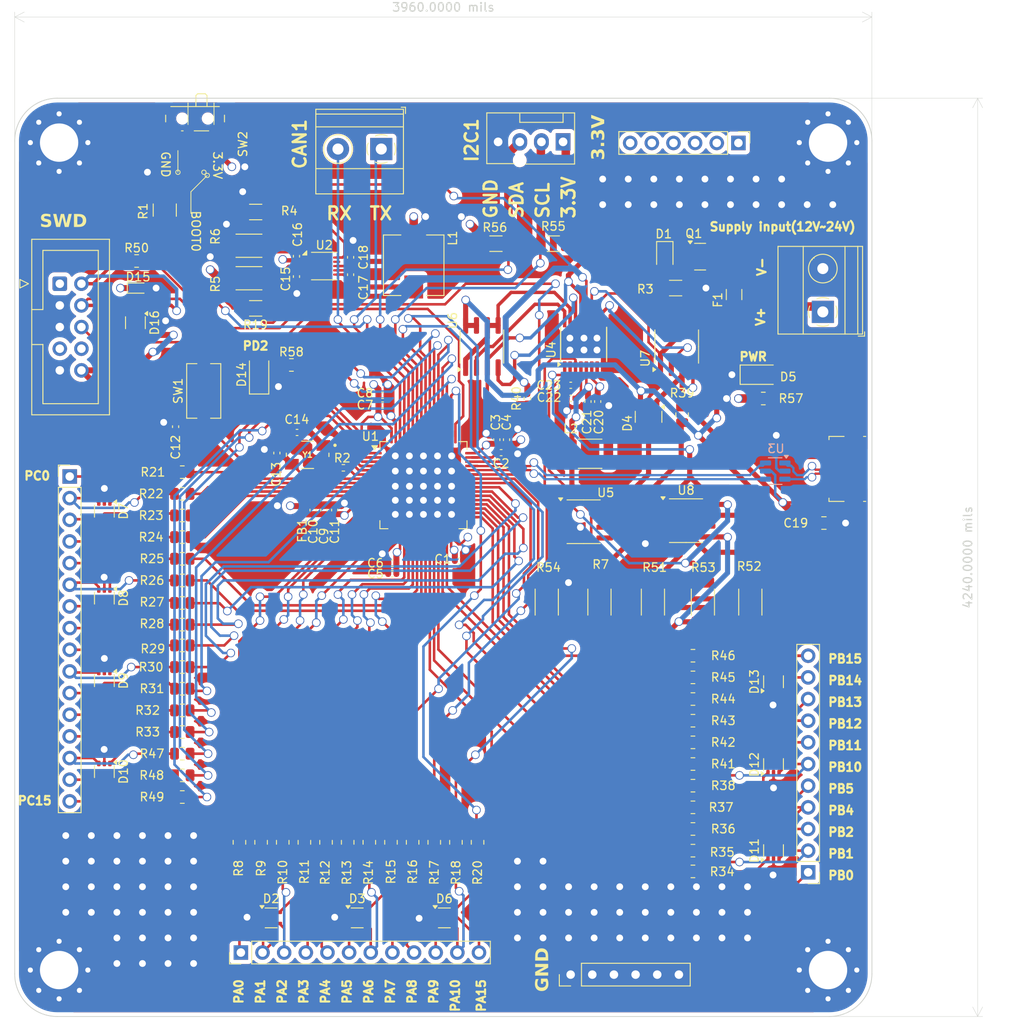
<source format=kicad_pcb>
(kicad_pcb (version 20240108) (generator "pcbnew") (generator_version "8.0")
  (layers (0 "F.Cu" signal) (1 "In1.Cu" power) (2 "In2.Cu" power) (31 "B.Cu" signal) (34 "B.Paste" user) (35 "F.Paste" user) (36 "B.SilkS" user "B.Silkscreen") (37 "F.SilkS" user "F.Silkscreen") (38 "B.Mask" user) (39 "F.Mask" user) (44 "Edge.Cuts" user))
  (net 0 "")
  (net 1 "Net-(U1-VCAP_1)")
  (net 2 "GND")
  (net 3 "Net-(U1-VCAP_2)")
  (net 4 "+3.3V")
  (net 5 "+3.3VA")
  (net 6 "/NRST")
  (net 7 "Net-(Y1-OUT{slash}IN)")
  (net 8 "/OSC_IN")
  (net 9 "/Power_OUT")
  (net 10 "Net-(U2-FB)")
  (net 11 "Net-(U2-Boost)")
  (net 12 "Net-(U2-SW)")
  (net 13 "+5V")
  (net 14 "Net-(U4-VGG)")
  (net 15 "Net-(D4-K)")
  (net 16 "Net-(U4-TIMER)")
  (net 17 "Net-(U4-DIODE)")
  (net 18 "/Supply_out")
  (net 19 "Net-(D1-A)")
  (net 20 "Net-(J5-Pin_4)")
  (net 21 "Net-(J5-Pin_1)")
  (net 22 "Net-(J5-Pin_3)")
  (net 23 "Net-(J5-Pin_2)")
  (net 24 "Net-(J5-Pin_8)")
  (net 25 "Net-(J5-Pin_7)")
  (net 26 "Net-(J5-Pin_5)")
  (net 27 "Net-(J5-Pin_6)")
  (net 28 "Net-(D5-A)")
  (net 29 "Net-(J5-Pin_10)")
  (net 30 "Net-(J5-Pin_12)")
  (net 31 "Net-(J5-Pin_11)")
  (net 32 "Net-(J5-Pin_9)")
  (net 33 "Net-(J3-Pin_4)")
  (net 34 "Net-(J3-Pin_1)")
  (net 35 "Net-(J3-Pin_2)")
  (net 36 "Net-(J3-Pin_3)")
  (net 37 "Net-(J3-Pin_5)")
  (net 38 "Net-(J3-Pin_7)")
  (net 39 "Net-(J3-Pin_8)")
  (net 40 "Net-(J3-Pin_6)")
  (net 41 "Net-(J3-Pin_11)")
  (net 42 "Net-(J3-Pin_9)")
  (net 43 "Net-(J3-Pin_10)")
  (net 44 "Net-(J3-Pin_12)")
  (net 45 "Net-(J3-Pin_16)")
  (net 46 "Net-(J3-Pin_15)")
  (net 47 "Net-(J3-Pin_13)")
  (net 48 "Net-(J3-Pin_14)")
  (net 49 "Net-(J11-Pin_1)")
  (net 50 "Net-(J11-Pin_2)")
  (net 51 "Net-(J11-Pin_4)")
  (net 52 "Net-(J11-Pin_3)")
  (net 53 "Net-(J11-Pin_8)")
  (net 54 "Net-(J11-Pin_5)")
  (net 55 "Net-(J11-Pin_7)")
  (net 56 "Net-(J11-Pin_6)")
  (net 57 "Net-(J11-Pin_9)")
  (net 58 "Net-(J11-Pin_11)")
  (net 59 "Net-(J11-Pin_10)")
  (net 61 "Net-(D14-A)")
  (net 62 "Net-(J7-Pin_2)")
  (net 63 "/SWCLK")
  (net 64 "/SWO")
  (net 65 "/Supply_IN")
  (net 66 "Net-(Q1-D)")
  (net 67 "/CAN1_RX")
  (net 68 "/CAN1_TX")
  (net 69 "/I2C1_SCL")
  (net 75 "/D+")
  (net 79 "/D-")
  (net 81 "Net-(U4-SW)")
  (net 82 "Net-(SW2-B)")
  (net 83 "/BOOT0")
  (net 84 "/OSC_OUT")
  (net 85 "Net-(U2-RT)")
  (net 86 "Net-(U8-INA-)")
  (net 87 "Net-(U4-IN2)")
  (net 88 "/PA0")
  (net 89 "/PA1")
  (net 90 "/PA2")
  (net 91 "/PA3")
  (net 92 "/PA4")
  (net 93 "/PA5")
  (net 94 "/PA6")
  (net 95 "/PA7")
  (net 96 "/PA8")
  (net 97 "/PA9")
  (net 98 "/PA10")
  (net 99 "Net-(U2-EN{slash}UVLO)")
  (net 100 "/PA15")
  (net 101 "/PC0")
  (net 102 "/PC1")
  (net 103 "/PC2")
  (net 104 "/PC3")
  (net 105 "/PC4")
  (net 106 "/PC5")
  (net 107 "/PC6")
  (net 108 "/PC7")
  (net 109 "/PC8")
  (net 110 "/PC9")
  (net 111 "/PC10")
  (net 112 "/PC11")
  (net 113 "/PC12")
  (net 114 "/PB0")
  (net 115 "/PB1")
  (net 116 "/PB2")
  (net 117 "/PB4")
  (net 118 "/PB5")
  (net 119 "Net-(U4-SENSE+)")
  (net 120 "/PB10")
  (net 121 "/PB11")
  (net 122 "/PB12")
  (net 123 "/PB13")
  (net 124 "/PB14")
  (net 125 "/PB15")
  (net 126 "/PC13")
  (net 127 "/PC14")
  (net 128 "/PC15")
  (net 129 "/SWDIO")
  (net 130 "/INB-_LT")
  (net 131 "Net-(U8-INA+)")
  (net 132 "/INB+_LT")
  (net 133 "/I2C1_SDA")
  (net 134 "Net-(U1-PD2)")
  (net 135 "/USB+")
  (net 136 "/USB-")
  (net 138 "Net-(U4-GB1)")
  (net 139 "Net-(U4-SAB1)")
  (net 140 "Net-(U4-SAB2)")
  (net 141 "Net-(U4-GA1)")
  (net 142 "Net-(U4-GB2)")
  (net 143 "Net-(U4-GA2)")
  (footprint "Capacitor_SMD:C_0402_1005Metric" (layer "F.Cu") (at 123.77 85.133 90)
    (property "Reference" "C13")
    (property "Value" "2.5pF")
  )
  (footprint "Capacitor_SMD:C_0402_1005Metric" (layer "F.Cu") (at 150.721 83.566 90)
    (property "Reference" "C4")
    (property "Value" "100nF")
  )
  (footprint "Resistor_SMD:R_1206_3216Metric" (layer "F.Cu") (at 149.479 60.579)
    (property "Reference" "R56")
    (property "Value" "4R7K")
  )
  (footprint "Package_TO_SOT_SMD:SOT-353_SC-70-5" (layer "F.Cu") (at 123.103 139.6525)
    (property "Reference" "D2")
    (property "Value" "SP0504BAJT")
  )
  (footprint "Inductor_SMD:L_Wuerth_HCI-7030" (layer "F.Cu") (at 139.827 63.109 90)
    (property "Reference" "L1")
    (property "Value" "10uH")
  )
  (footprint "Resistor_SMD:R_0805_2012Metric" (layer "F.Cu") (at 172.593 108.905)
    (property "Reference" "R46")
    (property "Value" "150R")
  )
  (footprint "Resistor_SMD:R_1206_3216Metric" (layer "F.Cu") (at 156.21 60.579 180)
    (property "Reference" "R55")
    (property "Value" "4R7K")
  )
  (footprint "Resistor_SMD:R_0805_2012Metric" (layer "F.Cu") (at 172.593 124.145)
    (property "Reference" "R38")
    (property "Value" "150R")
  )
  (footprint "Resistor_SMD:R_2010_5025Metric" (layer "F.Cu") (at 120.4965 64.633)
    (property "Reference" "R5")
    (property "Value" "1M")
  )
  (footprint "Capacitor_SMD:C_0402_1005Metric" (layer "F.Cu") (at 111.887 82.042 90)
    (property "Reference" "C12")
    (property "Value" "100nF")
  )
  (footprint "Package_TO_SOT_SMD:SOT-353_SC-70-5" (layer "F.Cu") (at 182.047 121.671 90)
    (property "Reference" "D12")
    (property "Value" "SP0504BAJT")
  )
  (footprint "Resistor_SMD:R_1206_3216Metric" (layer "F.Cu") (at 121.285 68.1685)
    (property "Reference" "R19")
    (property "Value" "73.2k")
  )
  (footprint "Resistor_SMD:R_0805_2012Metric" (layer "F.Cu") (at 112.6725 120.396 180)
    (property "Reference" "R47")
    (property "Value" "150R")
  )
  (footprint "Resistor_SMD:R_0402_1005Metric" (layer "F.Cu") (at 131.572 86.868 180)
    (property "Reference" "R2")
    (property "Value" "1M")
  )
  (footprint "Resistor_SMD:R_0805_2012Metric" (layer "F.Cu") (at 132.08 130.7865 -90)
    (property "Reference" "R13")
    (property "Value" "150R")
  )
  (footprint "Package_TO_SOT_SMD:SOT-353_SC-70-5" (layer "F.Cu") (at 133.197 139.6525)
    (property "Reference" "D3")
    (property "Value" "SP0504BAJT")
  )
  (footprint "MountingHole:MountingHole_4.5mm_Pad_Via" (layer "F.Cu") (at 188.444 145.769)
    (property "Reference" "H4" (hide yes))
    (property "Value" "MountingHole_Pad")
  )
  (footprint "Resistor_SMD:R_2010_5025Metric" (layer "F.Cu") (at 120.4965 60.823 180)
    (property "Reference" "R6")
    (property "Value" "576K")
  )
  (footprint "Resistor_SMD:R_0805_2012Metric" (layer "F.Cu") (at 112.6725 112.776 180)
    (property "Reference" "R31")
    (property "Value" "150R")
  )
  (footprint "Button_Switch_SMD:SW_Tactile_SPST_NO_Straight_CK_PTS636Sx25SMTRLFS" (layer "F.Cu") (at 115.189 77.851 90)
    (property "Reference" "SW1")
    (property "Value" "SW_Push")
  )
  (footprint "Capacitor_SMD:C_0402_1005Metric" (layer "F.Cu") (at 158.254 78.7125 180)
    (property "Reference" "C22")
    (property "Value" "4700pF")
  )
  (footprint "Package_QFP:LQFP-64_10x10mm_P0.5mm" (layer "F.Cu") (at 140.97 88.9)
    (property "Reference" "U1")
    (property "Value" "STM32F405RGT6")
  )
  (footprint "Resistor_SMD:R_0805_2012Metric" (layer "F.Cu") (at 134.62 130.7865 -90)
    (property "Reference" "R14")
    (property "Value" "150R")
  )
  (footprint "Package_SO:SOIC-8_3.9x4.9mm_P1.27mm" (layer "F.Cu") (at 147.828 72.644 90)
    (property "Reference" "U6")
    (property "Value" "SI9926CDY-T1-E3")
  )
  (footprint "Resistor_SMD:R_0805_2012Metric" (layer "F.Cu") (at 112.6725 122.936 180)
    (property "Reference" "R48")
    (property "Value" "150R")
  )
  (footprint "ECS-200-10-30B-CKM-TR:XTAL_ECS-200-10-30B-CKM-TR" (layer "F.Cu") (at 127.381 85.344 180)
    (property "Reference" "Y1")
    (property "Value" "ECS-200-10-30B-CKM-TR")
  )
  (footprint "Resistor_SMD:R_0805_2012Metric" (layer "F.Cu") (at 172.593 121.605)
    (property "Reference" "R41")
    (property "Value" "150R")
  )
  (footprint "Resistor_SMD:R_0805_2012Metric" (layer "F.Cu") (at 172.593 119.065)
    (property "Reference" "R42")
    (property "Value" "150R")
  )
  (footprint "Resistor_SMD:R_0805_2012Metric" (layer "F.Cu") (at 127 130.7865 -90)
    (property "Reference" "R11")
    (property "Value" "150R")
  )
  (footprint "Resistor_SMD:R_0805_2012Metric" (layer "F.Cu") (at 172.593 134.2015)
    (property "Reference" "R34")
    (property "Value" "150R")
  )
  (footprint "Resistor_SMD:R_0805_2012Metric" (layer "F.Cu") (at 112.6725 87.376 180)
    (property "Reference" "R21")
    (property "Value" "150R")
  )
  (footprint "Connector_PinHeader_2.54mm:PinHeader_1x11_P2.54mm_Vertical" (layer "F.Cu") (at 186.111 134.305 180)
    (property "Reference" "J11" (hide yes))
    (property "Value" "PortB_conn")
  )
  (footprint "Resistor_SMD:R_2010_5025Metric" (layer "F.Cu") (at 161.621 102.616 90)
    (property "Reference" "R7")
    (property "Value" "1M")
  )
  (footprint "Connector_PinHeader_2.54mm:PinHeader_1x06_P2.54mm_Vertical" (layer "F.Cu") (at 158.242 146.304 90)
    (property "Reference" "J9" (hide yes))
    (property "Value" "GND_Conn")
  )
  (footprint "Capacitor_SMD:C_0402_1005Metric" (layer "F.Cu") (at 158.254 77.1885 180)
    (property "Reference" "C23")
    (property "Value" "1F")
  )
  (footprint "Package_TO_SOT_SMD:SOT-353_SC-70-5" (layer "F.Cu") (at 182.047 131.765 90)
    (property "Reference" "D11")
    (property "Value" "SP0504BAJT")
  )
  (footprint "Resistor_SMD:R_0805_2012Metric" (layer "F.Cu") (at 112.6725 100.076 180)
    (property "Reference" "R26")
    (property "Value" "150R")
  )
  (footprint "Resistor_SMD:R_0805_2012Metric" (layer "F.Cu") (at 147.32 130.7865 -90)
    (property "Reference" "R20")
    (property "Value" "150R")
  )
  (footprint "Resistor_SMD:R_0805_2012Metric" (layer "F.Cu") (at 172.593 113.985)
    (property "Reference" "R44")
    (property "Value" "150R")
  )
  (footprint "Resistor_SMD:R_0805_2012Metric" (layer "F.Cu") (at 172.593 126.685)
    (property "Reference" "R37")
    (property "Value" "150R")
  )
  (footprint "MountingHole:MountingHole_4.5mm_Pad_Via" (layer "F.Cu") (at 98.218 145.769)
    (property "Reference" "H1" (hide yes))
    (property "Value" "MountingHole_Pad")
  )
  (footprint "Package_SO:SOIC-8_3.9x4.9mm_P1.27mm" (layer "F.Cu") (at 171.781 93.0645)
    (property "Reference" "U8")
    (property "Value" "LT1490ACMS8#PBF")
  )
  (footprint "Resistor_SMD:R_0805_2012Metric" (layer "F.Cu") (at 125.476 74.803 180)
    (property "Reference" "R58")
    (property "Value" "1k5")
  )
  (footprint "TerminalBlock_Phoenix:TerminalBlock_Phoenix_MKDS-1,5-2-5.08_1x02_P5.08mm_Horizontal" (layer "F.Cu") (at 187.833 68.58 90)
    (property "Reference" "J8" (hide yes))
    (property "Value" "Power_supply")
  )
  (footprint "Capacitor_SMD:C_0402_1005Metric" (layer "F.Cu") (at 137.3124 99.314 180)
    (property "Reference" "C5")
    (property "Value" "100nF")
  )
  (footprint "Capacitor_SMD:C_0402_1005Metric" (layer "F.Cu") (at 129.286 91.821 90)
    (property "Reference" "C9")
    (property "Value" "100nF")
  )
  (footprint "Capacitor_SMD:C_0402_1005Metric" (layer "F.Cu") (at 136.172 79.502)
    (property "Reference" "C7")
    (property "Value" "100nF")
  )
  (footprint "Resistor_SMD:R_0805_2012Metric" (layer "F.Cu") (at 129.54 130.7865 -90)
    (property "Reference" "R12")
    (property "Value" "150R")
  )
  (footprint "Fuse:Fuse_1206_3216Metric" (layer "F.Cu") (at 177.419 66.548 90)
    (property "Reference" "F1")
    (property "Value" "500mA")
  )
  (footprint "Inductor_SMD:L_1812_4532Metric" (layer "F.Cu") (at 160.528 85.217)
    (property "Reference" "L2")
    (property "Value" "1mH")
  )
  (footprint "Resistor_SMD:R_0805_2012Metric" (layer "F.Cu") (at 112.6725 94.996 180)
    (property "Reference" "R24")
    (property "Value" "150R")
  )
  (footprint "Resistor_SMD:R_0805_2012Metric" (layer "F.Cu") (at 172.593 116.525)
    (property "Reference" "R43")
    (property "Value" "150R")
  )
  (footprint "MountingHole:MountingHole_4.5mm_Pad_Via" (layer "F.Cu") (at 188.444 48.728)
    (property "Reference" "H3" (hide yes))
    (property "Value" "MountingHole_Pad")
  )
  (footprint "Resistor_SMD:R_0805_2012Metric" (layer "F.Cu") (at 139.7 130.7865 -90)
    (property "Reference" "R16")
    (property "Value" "150R")
  )
  (footprint "Diode_SMD:D_SOD-523" (layer "F.Cu") (at 107.484 65.786)
    (property "Reference" "D15")
    (property "Value" "SMLVT3V3")
  )
  (footprint "Diode_SMD:D_0805_2012Metric" (layer "F.Cu") (at 169.291 62.016 -90)
    (property "Reference" "D1")
    (property "Value" "12V")
  )
  (footprint "Capacitor_SMD:C_0402_1005Metric" (layer "F.Cu") (at 132.422 64.2175 -90)
    (property "Reference" "C17")
    (property "Value" "0.47uF")
  )
  (footprint "Capacitor_SMD:C_0402_1005Metric" (layer "F.Cu") (at 145.133 97.79)
    (property "Reference" "C1")
    (property "Value" "100nF")
  )
  (footprint "Connector_PinHeader_2.54mm:PinHeader_1x16_P2.54mm_Vertical" (layer "F.Cu") (at 99.4645 87.884)
    (property "Reference" "J3" (hide yes))
    (property "Value" "PortC_conn")
  )
  (footprint "Resistor_SMD:R_0805_2012Metric" (layer "F.Cu") (at 171.323 80.645 90)
    (property "Reference" "R39")
    (property "Value" "10K")
  )
  (footprint "Capacitor_SMD:C_0402_1005Metric" (layer "F.Cu") (at 128.016 91.821 90)
    (property "Reference" "C10")
    (property "Value" "100nF")
  )
  (footprint "Resistor_SMD:R_0805_2012Metric" (layer "F.Cu") (at 112.6725 115.316 180)
    (property "Reference" "R32")
    (property "Value" "150R")
  )
  (footprint "Resistor_SMD:R_0805_2012Metric" (layer "F.Cu") (at 172.593 111.445)
    (property "Reference" "R45")
    (property "Value" "150R")
  )
  (footprint "LED_SMD:LED_1206_3216Metric" (layer "F.Cu") (at 180.4143 75.946)
    (property "Reference" "D5")
    (property "Value" "Red")
  )
  (footprint "Resistor_SMD:R_2010_5025Metric" (layer "F.Cu") (at 173.7585 102.616 -90)
    (property "Reference" "R53")
    (property "Value" "1M")
  )
  (footprint "Package_TO_SOT_SMD:SOT-353_SC-70-5" (layer "F.Cu") (at 182.047 111.953 90)
    (property "Reference" "D13")
    (property "Value" "SP0504BAJT")
  )
  (footprint "Package_TO_SOT_SMD:SOT-353_SC-70-5" (layer "F.Cu") (at 107.173 69.85 -90)
    (property "Reference" "D16")
    (property "Value" "SP0504BAJT")
  )
  (footprint "Resistor_SMD:R_0805_2012Metric" (layer "F.Cu") (at 112.6725 105.2595 180)
    (property "Reference" "R28")
    (property "Value" "150R")
  )
  (footprint "Resistor_SMD:R_1206_3216Metric" (layer "F.Cu") (at 121.285 56.8655 180)
    (property "Reference" "R4")
    (property "Value" "73.2K")
  )
  (footprint "Connector_USB:USB_Micro-B_Molex_47346-0001" (layer "F.Cu") (at 190.2652 86.995 90)
    (property "Reference" "J10" (hide yes))
    (property "Value" "USB_B_Micro")
  )
  (footprint "Package_TO_SOT_SMD:SOT-23" (layer "F.Cu") (at 167.386 80.885 -90)
    (property "Reference" "D4")
    (property "Value" "MMBD2837LT1G")
  )
  (footprint "Package_SO:SOIC-8_3.9x4.9mm_P1.27mm" (layer "F.Cu") (at 159.766 93.1915)
    (property "Reference" "U5")
    (property "Value" "LT1121ACS8-5#PBF")
  )
  (footprint "Capacitor_SMD:C_0402_1005Metric" (layer "F.Cu") (at 136.172 78.359)
    (property "Reference" "C8")
    (property "Value" "4C7uF")
  )
  (footprint "Resistor_SMD:R_0805_2012Metric" (layer "F.Cu") (at 144.78 130.7865 -90)
    (property "Reference" "R18")
    (property "Value" "150R")
  )
  (footprint "Connector_IDC:IDC-Header_2x05_P2.54mm_Vertical" (layer "F.Cu") (at 98.298 65.278)
    (property "Reference" "J7" (hide yes))
    (property "Value" "SWD")
  )
  (footprint "Resistor_SMD:R_1210_3225Metric" (layer "F.Cu") (at 110.617 56.642 -90)
    (property "Reference" "R1")
    (property "Value" "10K")
  )
  (footprint "Resistor_SMD:R_0805_2012Metric" (layer "F.Cu") (at 107.315 62.611 180)
    (property "Reference" "R50")
    (property "Value" "150R")
  )
  (footprint "Resistor_SMD:R_0805_2012Metric" (layer "F.Cu") (at 172.593 131.765)
    (property "Reference" "R35")
    (property "Value" "150R")
  )
  (footprint "Capacitor_SMD:C_0402_1005Metric" (layer "F.Cu") (at 161.417 79.093 -90)
    (property "Reference" "C20")
    (property "Value" "1F")
  )
  (footprint "TerminalBlock_Phoenix:TerminalBlock_Phoenix_MKDS-1,5-2-5.08_1x02_P5.08mm_Horizontal" (layer "F.Cu") (at 136.022 49.479 180)
    (property "Reference" "J1" (hide yes))
    (property "Value" "CAN1")
  )
  (footprint "Capacitor_SMD:C_0402_1005Metric" (layer "F.Cu") (at 149.578 83.566 90)
    (property "Reference" "C3")
    (property "Value" "100nF")
  )
  (footprint "Capacitor_SMD:C_0402_1005Metric" (layer "F.Cu") (at 150.086 85.09)
    (property "Reference" "C2")
    (property "Value" "100nF")
  )
  (footprint "Connector:FanPinHeader_1x04_P2.54mm_Vertical" (layer "F.Cu") (at 157.353 48.641 180)
    (property "Reference" "J2" (hide yes))
    (property "Value" "I2C1_conn")
  )
  (footprint "Button_Switch_SMD:SW_SPDT_PCM12" (layer "F.Cu") (at 114.173 46.228 180)
    (property "Reference" "SW2")
    (property "Value" "SW_Push_SPDT")
  )
  (footprint "Resistor_SMD:R_0402_1005Metric" (layer "F.Cu") (at 153.162 78.74 90)
    (property "Reference" "R40")
    (property "Value" "33m")
  )
  (footprint "Capacitor_SMD:C_0805_2012Metric" (layer "F.Cu") (at 187.96 93.345)
    (property "Reference" "C19")
    (property "Value" "100nF")
  )
  (footprint "Capacitor_SMD:C_0402_1005Metric" (layer "F.Cu") (at 130.556 91.821 90)
    (property "Reference" "C11")
    (property "Value" "1uF")
  )
  (footprint "Package_TO_SOT_SMD:SOT-353_SC-70-5" (layer "F.Cu") (at 143.423 139.6525)
    (property "Reference" "D6")
    (property "Value" "SP0504BAJT")
  )
  (footprint "Resistor_SMD:R_0805_2012Metric" (layer "F.Cu") (at 121.92 130.7865 -90)
    (property "Reference" "R9")
    (property "Value" "150R")
  )
  (footprint "Capacitor_SMD:C_0402_1005Metric" (layer "F.Cu") (at 160.274 79.093 -90)
    (property "Reference" "C21")
    (property "Value" "1F")
  )
  (footprint "Resistor_SMD:R_0805_2012Metric" (layer "F.Cu") (at 137.16 130.7865 -90)
    (property "Reference" "R15")
    (property "Value" "150R")
  )
  (footprint "Resistor_SMD:R_0805_2012Metric" (layer "F.Cu") (at 142.24 130.7865 -90)
    (property "Reference" "R17")
    (property "Value" "150R")
  )
  (footprint "Capacitor_SMD:C_0402_1005Metric" (layer "F.Cu") (at 126.072 64.4375 -90)
    (property "Reference" "C15")
    (property "Value" "4.7uF")
  )
  (footprint "Resistor_SMD:R_0805_2012Metric" (layer "F.Cu") (at 112.6725 110.236 180)
    (property "Reference" "R30")
    (property "Value" "150R")
  )
  (footprint "Capacitor_SMD:C_0402_1005Metric" (layer "F.Cu") (at 132.422 62.1795 90)
    (property "Reference" "C18")
    (property "Value" "22uF")
  )
  (footprint "Resistor_SMD:R_0805_2012Metric" (layer "F.Cu") (at 112.6725 107.696 180)
    (property "Reference" "R29")
    (property "Value" "150R")
  )
  (footprint "Resistor_SMD:R_0805_2012Metric" (layer "F.Cu") (at 119.38 130.7865 -90)
    (property "Reference" "R8")
    (property "Value" "150R")
  )
  (footprint "Resistor_SMD:R_0805_2012Metric" (layer "F.Cu") (at 112.6725 97.536 180)
    (property "Reference" "R25")
    (property "Value" "150R")
  )
  (footprint "MountingHole:MountingHole_4.5mm_Pad_Via" (layer "F.Cu") (at 98.218 48.728)
    (property "Reference" "H2" (hide yes))
    (property "Value" "MountingHole_Pad")
  )
  (footprint "Inductor_SMD:L_0402_1005Metric" (layer "F.Cu") (at 126.746 91.841 -90)
    (property "Reference" "FB1")
    (property "Value" "FerriteBead")
  )
  (footprint "Resistor_SMD:R_0805_2012Metric" (layer "F.Cu") (at 172.593 129.225)
    (property "Reference" "R36")
    (property "Value" "150R")
  )
  (footprint "Connector_PinHeader_2.54mm:PinHeader_1x12_P2.54mm_Vertical" (layer "F.Cu") (at 119.547 143.7165 90)
    (property "Reference" "J5" (hide yes))
    (property "Value" "PORTA_Conn")
  )
  (footprint "Resistor_SMD:R_0805_2012Metric" (layer "F.Cu") (at 112.6725 92.456 180)
    (property "Reference" "R23")
    (property "Value" "150R")
  )
  (footprint "Resistor_SMD:R_1206_3216Metric" (layer "F.Cu") (at 170.561 65.786 180)
    (property "Reference" "R3")
    (property "Value" "100K")
  )
  (footprint "Resistor_SMD:R_0805_2012Metric" (layer "F.Cu") (at 112.6725 117.856 180)
    (property "Reference" "R33")
    (property "Value" "150R")
  )
  (footprint "Resistor_SMD:R_2010_5025Metric" (layer "F.Cu") (at 155.437 102.616 90)
    (property "Reference" "R54")
    (property "Value" "1M")
  )
  (footprint "Package_TO_SOT_SMD:SOT-23" (layer "F.Cu") (at 173.4335 62.103)
    (property "Reference" "Q1")
    (property "Value" "PMOS")
  )
  (footprint "Resistor_SMD:R_0805_2012Metric" (layer "F.Cu") (at 180.848 78.74)
    (property "Reference" "R57")
    (property "Value" "1k5")
  )
  (footprint "Resistor_SMD:R_0805_2012Metric" (layer "F.Cu") (at 112.6725 89.916 180)
    (property "Reference" "R22")
    (property "Value" "150R")
  )
  (footprint "Resistor_SMD:R_0805_2012Metric" (layer "F.Cu") (at 124.46 130.7865 -90)
    (property "Reference" "R10")
    (property "Value" "150R")
  )
  (footprint "Capacitor_SMD:C_0402_1005Metric" (layer "F.Cu") (at 126.072 62.0525 90)
    (property "Reference" "C16")
    (property "Value" "15pF")
  )
  (footprint "Package_TO_SOT_SMD:SOT-353_SC-70-5" (layer "F.Cu") (at 103.5285 91.948 -90)
    (property "Reference" "D7")
    (property "Value" "SP0504BAJT")
  )
  (footprint "Resistor_SMD:R_2010_5025Metric" (layer "F.Cu") (at 167.897 102.616 -90)
    (property "Reference" "R51")
    (property "Value" "1M")
  )
  (footprint "Resistor_SMD:R_0805_2012Metric" (layer "F.Cu") (at 112.6725 102.7195 180)
    (property "Reference" "R27")
    (property "Value" "150R")
  )
  (footprint "Package_TO_SOT_SMD:SOT-353_SC-70-5" (layer "F.Cu") (at 103.5285 102.1455 -90)
    (property "Reference" "D8")
    (property "Value" "SP0504BAJT")
  )
  (footprint "Package_DFN_QFN:DFN-10-1EP_3x3mm_P0.5mm_EP1.7x2.5mm" (layer "F.Cu") (at 129.33 63.2055)
    (property "Reference" "U2")
    (property "Value" "LT3973-3.3V")
  )
  (footprint "Capacitor_SMD:C_0402_1005Metric" (layer "F.Cu") (at 137.315 98.044 180)
    (property "Reference" "C6")
    (property "Value" "100nF")
  )
  (footprint "Capacitor_SMD:C_0402_1005Metric" (layer "F.Cu") (at 126.139 82.72 180)
    (property "Reference" "C14")
    (property "Value" "2.5pF")
  )
  (footprint "Package_SO:SOIC-8_3.9x4.9mm_P1.27mm" (layer "F.Cu") (at 170.688 72.644 90)
    (property "Reference" "U7")
    (property "Value" "SI9926CDY-T1-E3")
  )
  (footprint "Package_SO:SSOP-16_3.9x4.9mm_P0.635mm" (layer "F.Cu") (at 159.766 72.39 90)
    (property "Reference" "U4")
    (property "Value" "LTC1473CGN#PBF")
  )
  (footprint "Connector_PinHeader_2.54mm:PinHeader_1x06_P2.54mm_Vertical" (layer "F.Cu") (at 177.927 48.768 -90)
    (property "Reference" "J6" (hide yes))
    (property "Value" "3.3V_Conn")
  )
  (footprint "Package_TO_SOT_SMD:SOT-353_SC-70-5" (layer "F.Cu") (at 103.5285 122.494 -90)
    (property "Reference" "D10")
    (property "Value" "SP0504BAJT")
  )
  (footprint "Resistor_SMD:R_0805_2012Metric" (layer "F.Cu") (at 112.6725 125.476 180)
    (property "Reference" "R49")
    (property "Value" "150R")
  )
  (footprint "Package_TO_SOT_SMD:SOT-353_SC-70-5" (layer "F.Cu") (at 103.5285 111.826 -90)
    (property "Reference" "D9")
    (property "Value" "SP0504BAJT")
  )
  (footprint "Resistor_SMD:R_2010_5025Metric" (layer "F.Cu") (at 179.324 102.616 90)
    (property "Reference" "R52")
    (property "Value" "10K")
  )
  (footprint "LED_SMD:LED_1206_3216Metric" (layer "F.Cu") (at 121.686 75.926 90)
    (property "Reference" "D14")
    (property "Value" "Blue")
  )
  (footprint "Package_TO_SOT_SMD:SOT-23-6" (layer "B.Cu") (at 182.245 87.249 180)
    (property "Reference" "U3")
    (property "Value" "USBLC6-2SC6")
  )
  (gr_circle (center 115.21 52.204) (end 115.464 52.204) (stroke (width 0.1)) (fill none) (layer "F.SilkS"))
  (gr_circle (center 115.60273 52.57327) (end 115.85673 52.57327) (stroke (width 0.1)) (fill none) (layer "F.SilkS"))
  (gr_line (start 113.345 44.072) (end 113.345 46.612) (stroke (width 0.1)) (layer "F.SilkS"))
  (gr_line (start 113.686 57.03) (end 113.686 54.49) (stroke (width 0.1)) (layer "F.SilkS"))
  (gr_line (start 112.162 52.204) (end 112.162 49.664) (stroke (width 0.1)) (layer "F.SilkS"))
  (gr_circle (center 112.162 52.204) (end 112.416 52.204) (stroke (width 0.1)) (fill none) (layer "F.SilkS"))
  (gr_line (start 113.686 54.49) (end 115.576684 52.599316) (stroke (width 0.1)) (layer "F.SilkS"))
  (gr_line (start 116.393 44.072) (end 116.393 46.612) (stroke (width 0.1)) (layer "F.SilkS"))
  (gr_line (start 188.592 43.521) (end 98.008 43.521) (stroke (width 0.1)) (layer "Edge.Cuts"))
  (gr_arc (start 93.008 48.521) (mid 94.472466 44.985466) (end 98.008 43.521) (stroke (width 0.1)) (layer "Edge.Cuts"))
  (gr_line (start 188.592 151.217) (end 98.008 151.217) (stroke (width 0.1)) (layer "Edge.Cuts"))
  (gr_arc (start 98.008 151.217) (mid 94.472466 149.752534) (end 93.008 146.217) (stroke (width 0.1)) (layer "Edge.Cuts"))
  (gr_arc (start 193.592 146.217) (mid 192.127534 149.752534) (end 188.592 151.217) (stroke (width 0.1)) (layer "Edge.Cuts"))
  (gr_line (start 193.592 48.521) (end 193.592 146.217) (stroke (width 0.1)) (layer "Edge.Cuts"))
  (gr_arc (start 188.592 43.521) (mid 192.127534 44.985466) (end 193.592 48.521) (stroke (width 0.1)) (layer "Edge.Cuts"))
  (gr_line (start 93.008 48.521) (end 93.008 146.217) (stroke (width 0.1)) (layer "Edge.Cuts"))
  (gr_text "GND" (at 149.733 57.785 90) (layer "F.SilkS") (effects (font (size 1.5 1.5) (thickness 0.3) (bold yes)) (justify left bottom)))
  (gr_text "PB2" (at 188.341 130.175 0) (layer "F.SilkS") (effects (font (size 1 1) (thickness 0.25) (bold yes)) (justify left bottom)))
  (gr_text "PA15" (at 148.335999 150.812381 90) (layer "F.SilkS") (effects (font (size 1 1) (thickness 0.25) (bold yes)) (justify left bottom)))
  (gr_text "PB0" (at 188.341 135.255 0) (layer "F.SilkS") (effects (font (size 1 1) (thickness 0.25) (bold yes)) (justify left bottom)))
  (gr_text "SDA" (at 152.781 57.785 90) (layer "F.SilkS") (effects (font (size 1.5 1.5) (thickness 0.3) (bold yes)) (justify left bottom)))
  (gr_text "3.3V" (at 116.226 49.664 -90) (layer "F.SilkS") (effects (font (size 1 1)) (justify left bottom)))
  (gr_text "V+" (at 181.102 70.358 90) (layer "F.SilkS") (effects (font (size 1 1) (thickness 0.25) (bold yes)) (justify left bottom)))
  (gr_text "SCL" (at 155.829 57.785 90) (layer "F.SilkS") (effects (font (size 1.5 1.5) (thickness 0.3) (bold yes)) (justify left bottom)))
  (gr_text "PB5" (at 188.341 125.095 0) (layer "F.SilkS") (effects (font (size 1 1) (thickness 0.25) (bold yes)) (justify left bottom)))
  (gr_text "CAN1" (at 127.337 51.983 90) (layer "F.SilkS") (effects (font (size 1.5 1.5) (thickness 0.3) (bold yes)) (justify left bottom)))
  (gr_text "PA5" (at 132.588 149.86 90) (layer "F.SilkS") (effects (font (size 1 1) (thickness 0.25) (bold yes)) (justify left bottom)))
  (gr_text "PA3" (at 127.508 149.86 90) (layer "F.SilkS") (effects (font (size 1 1) (thickness 0.25) (bold yes)) (justify left bottom)))
  (gr_text "BOOT0" (at 113.674 56.616 -90) (layer "F.SilkS") (effects (font (size 1 1)) (justify left bottom)))
  (gr_text "GND" (at 155.862 148.336 90) (layer "F.SilkS") (effects (font (size 1.5 1.5) (thickness 0.3) (bold yes)) (justify left bottom)))
  (gr_text "PA0" (at 119.888 149.86 90) (layer "F.SilkS") (effects (font (size 1 1) (thickness 0.25) (bold yes)) (justify left bottom)))
  (gr_text "PB12" (at 188.341 117.475 0) (layer "F.SilkS") (effects (font (size 1 1) (thickness 0.25) (bold yes)) (justify left bottom)))
  (gr_text "PD2" (at 119.634 73.152 0) (layer "F.SilkS") (effects (font (size 1 1) (thickness 0.25) (bold yes)) (justify left bottom)))
  (gr_text "PA2" (at 124.968 149.86 90) (layer "F.SilkS") (effects (font (size 1 1) (thickness 0.25) (bold yes)) (justify left bottom)))
  (gr_text "PB4" (at 188.341 127.635 0) (layer "F.SilkS") (effects (font (size 1 1) (thickness 0.25) (bold yes)) (justify left bottom)))
  (gr_text "PC0" (at 94.0035 88.392 0) (layer "F.SilkS") (effects (font (size 1 1) (thickness 0.25) (bold yes)) (justify left bottom)))
  (gr_text "TX" (at 134.493 57.912 0) (layer "F.SilkS") (effects (font (size 1.5 1.5) (thickness 0.3) (bold yes)) (justify left bottom)))
  (gr_text "V-" (at 181.245869 64.499131 90) (layer "F.SilkS") (effects (font (size 1 1) (thickness 0.25) (bold yes)) (justify left bottom)))
  (gr_text "SWD" (at 95.942 58.878 0) (layer "F.SilkS") (effects (font (size 1.5 1.5) (thickness 0.3) (bold yes)) (justify left bottom)))
  (gr_text "PA6" (at 135.128 149.86 90) (layer "F.SilkS") (effects (font (size 1 1) (thickness 0.25) (bold yes)) (justify left bottom)))
  (gr_text "PB14" (at 188.341 112.395 0) (layer "F.SilkS") (effects (font (size 1 1) (thickness 0.25) (bold yes)) (justify left bottom)))
  (gr_text "PB15" (at 188.341 109.855 0) (layer "F.SilkS") (effects (font (size 1 1) (thickness 0.25) (bold yes)) (justify left bottom)))
  (gr_text "PB10" (at 188.341 122.555 0) (layer "F.SilkS") (effects (font (size 1 1) (thickness 0.25) (bold yes)) (justify left bottom)))
  (gr_text "PB13" (at 188.341 114.935 0) (layer "F.SilkS") (effects (font (size 1 1) (thickness 0.25) (bold yes)) (justify left bottom)))
  (gr_text "PA4" (at 130.048 149.86 90) (layer "F.SilkS") (effects (font (size 1 1) (thickness 0.25) (bold yes)) (justify left bottom)))
  (gr_text "PWR" (at 177.927 74.422 0) (layer "F.SilkS") (effects (font (size 1 1) (thickness 0.25) (bold yes)) (justify left bottom)))
  (gr_text "Supply input(12V~24V)" (at 174.426378 59.182 0) (layer "F.SilkS") (effects (font (size 1 1) (thickness 0.25) (bold yes)) (justify left bottom)))
  (gr_text "I2C1" (at 147.509 51.181 90) (layer "F.SilkS") (effects (font (size 1.5 1.5) (thickness 0.3) (bold yes)) (justify left bottom)))
  (gr_text "PB1" (at 188.341 132.715 0) (layer "F.SilkS") (effects (font (size 1 1) (thickness 0.25) (bold yes)) (justify left bottom)))
  (gr_text "3.3V" (at 158.877 57.785 90) (layer "F.SilkS") (effects (font (size 1.5 1.5) (thickness 0.3) (bold yes)) (justify left bottom)))
  (gr_text "PA10" (at 145.287999 150.812381 90) (layer "F.SilkS") (effects (font (size 1 1) (thickness 0.25) (bold yes)) (justify left bottom)))
  (gr_text "PA8" (at 140.208 149.86 90) (layer "F.SilkS") (effects (font (size 1 1) (thickness 0.25) (bold yes)) (justify left bottom)))
  (gr_text "PA9" (at 142.748 149.86 90) (layer "F.SilkS") (effects (font (size 1 1) (thickness 0.25) (bold yes)) (justify left bottom)))
  (gr_text "PC15" (at 93.2415 126.492 0) (layer "F.SilkS") (effects (font (size 1 1) (thickness 0.25) (bold yes)) (justify left bottom)))
  (gr_text "PB11" (at 188.341 120.015 0) (layer "F.SilkS") (effects (font (size 1 1) (thickness 0.25) (bold yes)) (justify left bottom)))
  (gr_text "RX" (at 129.413 57.912 0) (layer "F.SilkS") (effects (font (size 1.5 1.5) (thickness 0.3) (bold yes)) (justify left bottom)))
  (gr_text "3.3V" (at 162.433 50.8 90) (layer "F.SilkS") (effects (font (size 1.5 1.5) (thickness 0.3) (bold yes)) (justify left bottom)))
  (gr_text "PA7" (at 137.668 149.86 90) (layer "F.SilkS") (effects (font (size 1 1) (thickness 0.25) (bold yes)) (justify left bottom)))
  (gr_text "GND" (at 110.13 49.664 -90) (layer "F.SilkS") (effects (font (size 1 1)) (justify left bottom)))
  (gr_text "PA1" (at 122.428 149.86 90) (layer "F.SilkS") (effects (font (size 1 1) (thickness 0.25) (bold yes)) (justify left bottom)))
  (dimension (type aligned) (layer "Edge.Cuts") (pts (xy 193.592 48.521) (xy 93.008 48.521)) (height 14.520999) (gr_text "3960.0000 mils" (at 143.3 32.850001 0) (layer "Edge.Cuts") (effects (font (size 1 1) (thickness 0.15)))) (format (prefix "") (suffix "") (units 1) (units_format 1) (precision 4)) (style (thickness 0.05) (arrow_length 1.27) (text_position_mode 0) (extension_height 0.58642) (extension_offset 0.5) keep_text_aligned))
  (dimension (type aligned) (layer "Edge.Cuts") (pts (xy 188.592 43.521) (xy 188.592 151.217)) (height -17.408) (gr_text "4240.0000 mils" (at 204.85 97.369 90) (layer "Edge.Cuts") (effects (font (size 1 1) (thickness 0.15)))) (format (prefix "") (suffix "") (units 1) (units_format 1) (precision 4)) (style (thickness 0.05) (arrow_length 1.27) (text_position_mode 0) (extension_height 0.58642) (extension_offset 0.5) keep_text_aligned))
  (segment (start 144.653 97.79) (end 144.653 96.603) (width 0.7) (layer "F.Cu") (net 1))
  (segment (start 144.653 96.603) (end 144.57 96.52) (width 0.7) (layer "F.Cu") (net 1))
  (segment (start 144.22 96.17) (end 144.57 96.52) (width 0.3) (layer "F.Cu") (net 1))
  (segment (start 144.22 94.575) (end 144.22 96.17) (width 0.3) (layer "F.Cu") (net 1))
  (via (at 144.57 96.52) (size 1) (drill 0.8) (layers "F.Cu" "B.Cu") (net 1))
  (segment (start 161.9885 73.709) (end 161.33 73.0505) (width 0.4) (layer "F.Cu") (net 2))
  (segment (start 126.072 66.382) (end 126.111 66.421) (width 0.7) (layer "F.Cu") (net 2))
  (segment (start 177.165 75.946) (end 179.0143 75.946) (width 0.7) (layer "F.Cu") (net 2))
  (segment (start 136.835 97.647469) (end 136.835 98.044) (width 0.7) (layer "F.Cu") (net 2))
  (segment (start 126.415 64.9175) (end 126.072 64.9175) (width 0.3) (layer "F.Cu") (net 2))
  (segment (start 103.5285 119.9115) (end 103.505 119.888) (width 0.3) (layer "F.Cu") (net 2))
  (segment (start 126.072 64.9175) (end 126.072 66.382) (width 0.7) (layer "F.Cu") (net 2))
  (segment (start 118.184 58.621) (end 117.856 58.293) (width 1) (layer "F.Cu") (net 2))
  (segment (start 155.437 100.3035) (end 157.9615 100.3035) (width 1) (layer "F.Cu") (net 2))
  (segment (start 111.887 81.562) (end 111.887 77.278) (width 0.7) (layer "F.Cu") (net 2))
  (segment (start 132.049 90.65) (end 131.699 91) (width 0.3) (layer "F.Cu") (net 2))
  (segment (start 182.372 83.058) (end 185.009 85.695) (width 0.3) (layer "F.Cu") (net 2))
  (segment (start 110.265 70.075) (end 107.54 70.075) (width 0.4) (layer "F.Cu") (net 2))
  (segment (start 132.247 139.6525) (end 130.6355 139.6525) (width 0.3) (layer "F.Cu") (net 2))
  (segment (start 182.047 114.625) (end 181.991 114.681) (width 0.3) (layer "F.Cu") (net 2))
  (segment (start 145.613 97.79) (end 145.613 96.83) (width 0.7) (layer "F.Cu") (net 2))
  (segment (start 159.3585 93.8265) (end 159.385 93.853) (width 0.6) (layer "F.Cu") (net 2))
  (segment (start 136.652 80.264) (end 137.16 80.772) (width 0.7) (layer "F.Cu") (net 2))
  (segment (start 157.291 93.8265) (end 159.3585 93.8265) (width 0.6) (layer "F.Cu") (net 2))
  (segment (start 119.8225 56.8655) (end 119.8225 54.5445) (width 1) (layer "F.Cu") (net 2))
  (segment (start 129.231 86.444) (end 128.606 86.444) (width 1) (layer "F.Cu") (net 2))
  (segment (start 103.5285 109.22) (end 103.5285 110.876) (width 0.3) (layer "F.Cu") (net 2))
  (segment (start 148.618 83.086) (end 149.578 83.086) (width 0.7) (layer "F.Cu") (net 2))
  (segment (start 103.5285 101.1955) (end 103.5285 99.7185) (width 0.3) (layer "F.Cu") (net 2))
  (segment (start 132.422 61.6995) (end 132.422 60.491) (width 0.6) (layer "F.Cu") (net 2))
  (segment (start 182.047 132.715) (end 182.047 134.564) (width 0.3) (layer "F.Cu") (net 2))
  (segment (start 127.127 64.2055) (end 126.415 64.9175) (width 0.3) (layer "F.Cu") (net 2))
  (segment (start 167.7935 94.9695) (end 167.005 95.758) (width 0.6) (layer "F.Cu") (net 2))
  (segment (start 111.923 48.859) (end 108.585 52.197) (width 0.6) (layer "F.Cu") (net 2))
  (segment (start 103.5285 121.544) (end 103.5285 119.9115) (width 0.3) (layer "F.Cu") (net 2))
  (segment (start 145.613 96.83) (end 145.923 96.52) (width 0.7) (layer "F.Cu") (net 2))
  (segment (start 130.6355 139.6525) (end 130.556 139.573) (width 0.3) (layer "F.Cu") (net 2))
  (segment (start 127.8675 64.2055) (end 127.127 64.2055) (width 0.3) (layer "F.Cu") (net 2))
  (segment (start 125.659 82.72) (end 125.659 84.116) (width 0.7) (layer "F.Cu") (net 2))
  (segment (start 129.286 91.341) (end 130.556 91.341) (width 0.7) (layer "F.Cu") (net 2))
  (segment (start 110.518 81.562) (end 110.49 81.534) (width 0.7) (layer "F.Cu") (net 2))
  (segment (start 137.72 95.706) (end 137.72 94.575) (width 0.3) (layer "F.Cu") (net 2))
  (segment (start 136.652 78.359) (end 136.652 77.216) (width 0.7) (layer "F.Cu") (net 2))
  (segment (start 103.5285 99.7185) (end 103.505 99.695) (width 0.3) (layer "F.Cu") (net 2))
  (segment (start 169.306 94.9695) (end 167.7935 94.9695) (width 0.6) (layer "F.Cu") (net 2))
  (segment (start 149.578 83.086) (end 150.721 83.086) (width 0.7) (layer "F.Cu") (net 2))
  (segment (start 152.019 85.217) (end 150.693 85.217) (width 0.7) (layer "F.Cu") (net 2))
  (segment (start 125.659 84.116) (end 125.531 84.244) (width 0.7) (layer "F.Cu") (net 2))
  (segment (start 148.336 82.804) (end 148.618 83.086) (width 0.7) (layer "F.Cu") (net 2))
  (segment (start 123.77 84.653) (end 125.122 84.653) (width 0.7) (layer "F.Cu") (net 2))
  (segment (start 161.9885 74.99) (end 161.9885 73.709) (width 0.4) (layer "F.Cu") (net 2))
  (segment (start 172.0235 65.786) (end 174.117 65.786) (width 0.6) (layer "F.Cu") (net 2))
  (segment (start 182.047 134.564) (end 181.991 134.62) (width 0.3) (layer "F.Cu") (net 2))
  (segment (start 131.358 91.341) (end 131.699 91) (width 0.7) (layer "F.Cu") (net 2))
  (segment (start 157.774 78.7125) (end 157.774 80.1625) (width 0.7) (layer "F.Cu") (net 2))
  (segment (start 140.5095 139.6525) (end 140.462 139.7) (width 0.3) (layer "F.Cu") (net 2))
  (segment (start 135.295 90.65) (end 132.049 90.65) (width 0.3) (layer "F.Cu") (net 2))
  (segment (start 188.91 93.345) (end 190.5 93.345) (width 1) (layer "F.Cu") (net 2))
  (segment (start 136.8324 99.314) (end 136.8324 98.0466) (width 0.7) (layer "F.Cu") (net 2))
  (segment (start 120.3485 139.6525) (end 120.269 139.573) (width 0.3) (layer "F.Cu") (net 2))
  (segment (start 152.019 82.296) (end 151.229 83.086) (width 0.7) (layer "F.Cu") (net 2))
  (segment (start 142.473 139.6525) (end 140.5095 139.6525) (width 0.3) (layer "F.Cu") (net 2))
  (segment (start 137.72 83.225) (end 137.72 81.332) (width 0.3) (layer "F.Cu") (net 2))
  (segment (start 136.8324 98.0466) (end 136.835 98.044) (width 0.7) (layer "F.Cu") (net 2))
  (segment (start 130.556 91.341) (end 131.358 91.341) (width 0.7) (layer "F.Cu") (net 2))
  (segment (start 119.8225 54.5445) (end 119.761 54.483) (width 1) (layer "F.Cu") (net 2))
  (segment (start 108.184 65.786) (end 109.601 65.786) (width 0.7) (layer "F.Cu") (net 2))
  (segment (start 136.134769 96.947238) (end 136.835 97.647469) (width 0.7) (layer "F.Cu") (net 2))
  (segment (start 136.652 77.216) (end 136.779 77.089) (width 0.7) (layer "F.Cu") (net 2))
  (segment (start 162.715 79.573) (end 161.417 79.573) (width 0.7) (layer "F.Cu") (net 2))
  (segment (start 136.478762 96.947238) (end 137.72 95.706) (width 0.3) (layer "F.Cu") (net 2))
  (segment (start 151.229 83.086) (end 150.721 83.086) (width 0.7) (layer "F.Cu") (net 2))
  (segment (start 118.184 60.823) (end 118.184 58.621) (width 1) (layer "F.Cu") (net 2))
  (segment (start 107.54 70.075) (end 107.173 69.708) (width 0.4) (layer "F.Cu") (net 2))
  (segment (start 126.406 84.244) (end 125.531 84.244) (width 1) (layer "F.Cu") (net 2))
  (segment (start 110.714459 69.625541) (end 110.265 70.075) (width 0.4) (layer "F.Cu") (net 2))
  (segment (start 182.047 124.404) (end 182.047 122.621) (width 0.3) (layer "F.Cu") (net 2))
  (segment (start 136.652 79.502) (end 136.652 80.264) (width 0.7) (layer "F.Cu") (net 2))
  (segment (start 125.122 84.653) (end 125.531 84.244) (width 0.7) (layer "F.Cu") (net 2))
  (segment (start 123.77 84.653) (end 122.357 84.653) (width 0.7) (layer "F.Cu") (net 2))
  (segment (start 111.887 81.562) (end 110.518 81.562) (width 0.7) (layer "F.Cu") (net 2))
  (segment (start 111.923 47.658) (end 111.923 48.859) (width 0.6) (layer "F.Cu") (net 2))
  (segment (start 160.274 79.573) (end 161.417 79.573) (width 0.7) (layer "F.Cu") (net 2))
  (segment (start 150.693 85.217) (end 150.566 85.09) (width 0.7) (layer "F.Cu") (net 2))
  (segment (start 132.422 60.491) (end 132.715 60.198) (width 0.6) (layer "F.Cu") (net 2))
  (segment (start 137.72 81.332) (end 137.16 80.772) (width 0.3) (layer "F.Cu") (net 2))
  (segment (start 122.357 84.653) (end 122.301 84.709) (width 0.7) (layer "F.Cu") (net 2))
  (segment (start 136.134769 96.947238) (end 136.478762 96.947238) (width 0.3) (layer "F.Cu") (net 2))
  (segment (start 136.652 78.359) (end 136.652 79.502) (width 0.7) (layer "F.Cu") (net 2))
  (segment (start 182.047 112.903) (end 182.047 114.625) (width 0.3) (layer "F.Cu") (net 2))
  (segment (start 111.887 77.278) (end 115.189 73.976) (width 0.7) (layer "F.Cu") (net 2))
  (segment (start 157.774 77.1885) (end 157.774 78.7125) (width 0.7) (layer "F.Cu") (net 2))
  (segment (start 121.686 77.326) (end 123.935 77.326) (width 1) (layer "F.Cu") (net 2))
  (segment (start 157.9615 100.3035) (end 157.988 100.33) (width 1) (layer "F.Cu") (net 2))
  (segment (start 185.009 85.695) (end 188.8052 85.695) (width 0.3) (layer "F.Cu") (net 2))
  (segment (start 128.016 91.341) (end 129.286 91.341) (width 0.7) (layer "F.Cu") (net 2))
  (segment (start 107.173 69.708) (end 107.173 68.9) (width 0.4) (layer "F.Cu") (net 2))
  (segment (start 103.5285 89.281) (end 103.5285 90.998) (width 0.3) (layer "F.Cu") (net 2))
  (segment (start 128.606 86.444) (end 126.406 84.244) (width 1) (layer "F.Cu") (net 2))
  (segment (start 122.153 139.6525) (end 120.3485 139.6525) (width 0.3) (layer "F.Cu") (net 2))
  (segment (start 123.935 77.326) (end 123.952 77.343) (width 1) (layer "F.Cu") (net 2))
  (via (at 173 142) (size 1) (drill 0.8) (layers "F.Cu" "B.Cu") (net 2))
  (via (at 105 130) (size 1) (drill 0.8) (layers "F.Cu" "B.Cu") (net 2))
  (via (at 152.019 82.296) (size 1) (drill 0.8) (layers "F.Cu" "B.Cu") (net 2))
  (via (at 108.585 52.197) (size 1) (drill 0.8) (layers "F.Cu" "B.Cu") (net 2))
  (via (at 99 133) (size 1) (drill 0.8) (layers "F.Cu" "B.Cu") (net 2))
  (via (at 180 56) (size 1) (drill 0.8) (layers "F.Cu" "B.Cu") (net 2))
  (via (at 142.621 87.249) (size 1) (drill 0.8) (layers "F.Cu" "B.Cu") (net 2))
  (via (at 158 139) (size 1) (drill 0.8) (layers "F.Cu" "B.Cu") (net 2))
  (via (at 139.319 85.471) (size 1) (drill 0.8) (layers "F.Cu" "B.Cu") (net 2))
  (via (at 144.272 92.329) (size 1) (drill 0.8) (layers "F.Cu" "B.Cu") (net 2))
  (via (at 171 53) (size 1) (drill 0.8) (layers "F.Cu" "B.Cu") (net 2))
  (via (at 123.825 91.313) (size 1) (drill 0.8) (layers "F.Cu" "B.Cu") (net 2))
  (via (at 177 53) (size 1) (drill 0.8) (layers "F.Cu" "B.Cu") (net 2))
  (via (at 102 136) (size 1) (drill 0.8) (layers "F.Cu" "B.Cu") (net 2))
  (via (at 105 142) (size 1) (drill 0.8) (layers "F.Cu" "B.Cu") (net 2))
  (via (at 111 142) (size 1) (drill 0.8) (layers "F.Cu" "B.Cu") (net 2))
  (via (at 108 133) (size 1) (drill 0.8) (layers "F.Cu" "B.Cu") (net 2))
  (via (at 186 56) (size 1) (drill 0.8) (layers "F.Cu" "B.Cu") (net 2))
  (via (at 111 139) (size 1) (drill 0.8) (layers "F.Cu" "B.Cu") (net 2))
  (via (at 114 136) (size 1) (drill 0.8) (layers "F.Cu" "B.Cu") (net 2))
  (via (at 152 142) (size 1) (drill 0.8) (layers "F.Cu" "B.Cu") (net 2))
  (via (at 102 133) (size 1) (drill 0.8) (layers "F.Cu" "B.Cu") (net 2))
  (via (at 183 53) (size 1) (drill 0.8) (layers "F.Cu" "B.Cu") (net 2))
  (via (at 131.699 91) (size 1) (drill 0.8) (layers "F.Cu" "B.Cu") (net 2))
  (via (at 148.336 82.804) (size 1) (drill 0.8) (layers "F.Cu" "B.Cu") (net 2))
  (via (at 142.621 89.027) (size 1) (drill 0.8) (layers "F.Cu" "B.Cu") (net 2))
  (via (at 137.16 80.772) (size 1) (drill 0.8) (layers "F.Cu" "B.Cu") (net 2))
  (via (at 142.621 92.329) (size 1) (drill 0.8) (layers "F.Cu" "B.Cu") (net 2))
  (via (at 164 136) (size 1) (drill 0.8) (layers "F.Cu" "B.Cu") (net 2))
  (via (at 132.715 60.198) (size 1) (drill 0.8) (layers "F.Cu" "B.Cu") (net 2))
  (via (at 180 53) (size 1) (drill 0.8) (layers "F.Cu" "B.Cu") (net 2))
  (via (at 161 139) (size 1) (drill 0.8) (layers "F.Cu" "B.Cu") (net 2))
  (via (at 120.269 139.573) (size 1) (drill 0.8) (layers "F.Cu" "B.Cu") (net 2))
  (via (at 140.97 90.678) (size 1) (drill 0.8) (layers "F.Cu" "B.Cu") (net 2))
  (via (at 179 136) (size 1) (drill 0.8) (layers "F.Cu" "B.Cu") (net 2))
  (via (at 176.53 78.74) (size 1) (drill 0.8) (layers "F.Cu" "B.Cu") (net 2))
  (via (at 171 56) (size 1) (drill 0.8) (layers "F.Cu" "B.Cu") (net 2))
  (via (at 161.33 73.0505) (size 1) (drill 0.8) (layers "F.Cu" "B.Cu") (net 2))
  (via (at 130.556 139.573) (size 1) (drill 0.8) (layers "F.Cu" "B.Cu") (net 2))
  (via (at 99 130) (size 1) (drill 0.8) (layers "F.Cu" "B.Cu") (net 2))
  (via (at 122.301 84.709) (size 1) (drill 0.8) (layers "F.Cu" "B.Cu") (net 2))
  (via (at 182.372 83.058) (size 1) (drill 0.8) (layers "F.Cu" "B.Cu") (net 2))
  (via (at 155 142) (size 1) (drill 0.8) (layers "F.Cu" "B.Cu") (net 2))
  (via (at 164 139) (size 1) (drill 0.8) (layers "F.Cu" "B.Cu") (net 2))
  (via (at 144.272 89.027) (size 1) (drill 0.8) (layers "F.Cu" "B.Cu") (net 2))
  (via (at 152 136) (size 1) (drill 0.8) (layers "F.Cu" "B.Cu") (net 2))
  (via (at 137.668 85.471) (size 1) (drill 0.8) (layers "F.Cu" "B.Cu") (net 2))
  (via (at 162 56) (size 1) (drill 0.8) (layers "F.Cu" "B.Cu") (net 2))
  (via (at 111 130) (size 1) (drill 0.8) (layers "F.Cu" "B.Cu") (net 2))
  (via (at 181.991 114.681) (size 1) (drill 0.8) (layers "F.Cu" "B.Cu") (net 2))
  (via (at 152.019 85.217) (size 1) (drill 0.8) (layers "F.Cu" "B.Cu") (net 2))
  (via (at 142.621 90.678) (size 1) (drill 0.8) (layers "F.Cu" "B.Cu") (net 2))
  (via (at 159.385 93.853) (size 1) (drill 0.8) (layers "F.Cu" "B.Cu") (net 2))
  (via (at 145.415 57.404) (size 1) (drill 0.8) (layers "F.Cu" "B.Cu") (net 2))
  (via (at 158.155 71.6535) (size 1) (drill 0.8) (layers "F.Cu" "B.Cu") (net 2))
  (via (at 105 139) (size 1) (drill 0.8) (layers "F.Cu" "B.Cu") (net 2))
  (via (at 179 139) (size 1) (drill 0.8) (layers "F.Cu" "B.Cu") (net 2))
  (via (at 144.272 87.249) (size 1) (drill 0.8) (layers "F.Cu" "B.Cu") (net 2))
  (via (at 144.272 90.678) (size 1) (drill 0.8) (layers "F.Cu" "B.Cu") (net 2))
  (via (at 168 53) (size 1) (drill 0.8) (layers "F.Cu" "B.Cu") (net 2))
  (via (at 137.668 87.249) (size 1) (drill 0.8) (layers "F.Cu" "B.Cu") (net 2))
  (via (at 115.951 62.103) (size 1) (drill 0.8) (layers "F.Cu" "B.Cu") (net 2))
  (via (at 179 142) (size 1) (drill 0.8) (layers "F.Cu" "B.Cu") (net 2))
  (via (at 114 142) (size 1) (drill 0.8) (layers "F.Cu" "B.Cu") (net 2))
  (via (at 136.779 77.089) (size 1) (drill 0.8) (layers "F.Cu" "B.Cu") (net 2))
  (via (at 139.319 90.678) (size 1) (drill 0.8) (layers "F.Cu" "B.Cu") (net 2))
  (via (at 167.005 95.758) (size 1) (drill 0.8) (layers "F.Cu" "B.Cu") (net 2))
  (via (at 176 142) (size 1) (drill 0.8) (layers "F.Cu" "B.Cu") (net 2))
  (via (at 177.165 75.946) (size 1) (drill 0.8) (layers "F.Cu" "B.Cu") (net 2))
  (via (at 189 56) (size 1) (drill 0.8) (layers "F.Cu" "B.Cu") (net 2))
  (via (at 139.319 87.249) (size 1) (drill 0.8) (layers "F.Cu" "B.Cu") (net 2))
  (via (at 173 139) (size 1) (drill 0.8) (layers "F.Cu" "B.Cu") (net 2))
  (via (at 114 130) (size 1) (drill 0.8) (layers "F.Cu" "B.Cu") (net 2))
  (via (at 117.856 58.293) (size 1) (drill 0.8) (layers "F.Cu" "B.Cu") (net 2))
  (via (at 139.319 89.027) (size 1) (drill 0.8) (layers "F.Cu" "B.Cu") (net 2))
  (via (at 111 133) (size 1) (drill 0.8) (layers "F.Cu" "B.Cu") (net 2))
  (via (at 120.015 51.562) (size 1) (drill 0.8) (layers "F.Cu" "B.Cu") (net 2))
  (via (at 157.774 80.1625) (size 1) (drill 0.8) (layers "F.Cu" "B.Cu") (net 2))
  (via (at 140.97 92.329) (size 1) (drill 0.8) (layers "F.Cu" "B.Cu") (net 2))
  (via (at 170 139) (size 1) (drill 0.8) (layers "F.Cu" "B.Cu") (net 2))
  (via (at 114 139) (size 1) (drill 0.8) (layers "F.Cu" "B.Cu") (net 2))
  (via (at 105 136) (size 1) (drill 0.8) (layers "F.Cu" "B.Cu") (net 2))
  (via (at 152 133) (size 1) (drill 0.8) (layers "F.Cu" "B.Cu") (net 2))
  (via (at 137.668 92.329) (size 1) (drill 0.8) (layers "F.Cu" "B.Cu") (net 2))
  (via (at 102 130) (size 1) (drill 0.8) (layers "F.Cu" "B.Cu") (net 2))
  (via (at 164 142) (size 1) (drill 0.8) (layers "F.Cu" "B.Cu") (net 2))
  (via (at 158.155 73.0505) (size 1) (drill 0.8) (layers "F.Cu" "B.Cu") (net 2))
  (via (at 110.714459 69.625541) (size 1) (drill 0.8) (layers "F.Cu" "B.Cu") (net 2))
  (via (at 158 136) (size 1) (drill 0.8) (layers "F.Cu" "B.Cu") (net 2))
  (via (at 110.49 81.534) (size 1) (drill 0.8) (layers "F.Cu" "B.Cu") (net 2))
  (via (at 102 139) (size 1) (drill 0.8) (layers "F.Cu" "B.Cu") (net 2))
  (via (at 162.715 79.573) (size 1) (drill 0.8) (layers "F.Cu" "B.Cu") (net 2))
  (via (at 155 139) (size 1) (drill 0.8) (layers "F.Cu" "B.Cu") (net 2))
  (via (at 176 136) (size 1) (drill 0.8) (layers "F.Cu" "B.Cu") (net 2))
  (via (at 157.988 100.33) (size 1) (drill 0.8) (layers "F.Cu" "B.Cu") (net 2))
  (via (at 103.505 119.888) (size 1) (drill 0.8) (layers "F.Cu" "B.Cu") (net 2))
  (via (at 161.33 71.6535) (size 1) (drill 0.8) (layers "F.Cu" "B.Cu") (net 2))
  (via (at 161 142) (size 1) (drill 0.8) (layers "F.Cu" "B.Cu") (net 2))
  (via (at 105 133) (size 1) (drill 0.8) (layers "F.Cu" "B.Cu") (net 2))
  (via (at 108 145) (size 1) (drill 0.8) (layers "F.Cu" "B.Cu") (net 2))
  (via (at 141.224 57.404) (size 1) (drill 0.8) (layers "F.Cu" "B.Cu") (net 2))
  (via (at 176 139) (size 1) (drill 0.8) (layers "F.Cu" "B.Cu") (net 2))
  (via (at 137.668 89.027) (size 1) (drill 0.8) (layers "F.Cu" "B.Cu") (net 2))
  (via (at 111 145) (size 1) (drill 0.8) (layers "F.Cu" "B.Cu") (net 2))
  (via (at 167 142) (size 1) (drill 0.8) (layers "F.Cu" "B.Cu") (net 2))
  (via (at 114 145) (size 1) (drill 0.8) (layers "F.Cu" "B.Cu") (net 2))
  (via (at 140.97 89.027) (size 1) (drill 0.8) (layers "F.Cu" "B.Cu") (net 2))
  (via (at 181.991 134.62) (size 1) (drill 0.8) (layers "F.Cu" "B.Cu") (net 2))
  (via (at 140.97 85.471) (size 1) (drill 0.8) (layers "F.Cu" "B.Cu") (net 2))
  (via (at 99 136) (size 1) (drill 0.8) (layers "F.Cu" "B.Cu") (net 2))
  (via (at 140.462 139.7) (size 1) (drill 0.8) (layers "F.Cu" "B.Cu") (net 2))
  (via (at 168 56) (size 1) (drill 0.8) (layers "F.Cu" "B.Cu") (net 2))
  (via (at 165 53) (size 1) (drill 0.8) (layers "F.Cu" "B.Cu") (net 2))
  (via (at 108 142) (size 1) (drill 0.8) (layers "F.Cu" "B.Cu") (net 2))
  (via (at 123.952 77.343) (size 1) (drill 0.8) (layers "F.Cu" "B.Cu") (net 2))
  (via (at 99 139) (size 1) (drill 0.8) (layers "F.Cu" "B.Cu") (net 2))
  (via (at 167 136) (size 1) (drill 0.8) (layers "F.Cu" "B.Cu") (net 2))
  (via (at 142.621 85.471) (size 1) (drill 0.8) (layers "F.Cu" "B.Cu") (net 2))
  (via (at 108 136) (size 1) (drill 0.8) (layers "F.Cu" "B.Cu") (net 2))
  (via (at 103.505 99.695) (size 1) (drill 0.8) (layers "F.Cu" "B.Cu") (net 2))
  (via (at 155 136) (size 1) (drill 0.8) (layers "F.Cu" "B.Cu") (net 2))
  (via (at 126.111 66.421) (size 1) (drill 0.8) (layers "F.Cu" "B.Cu") (net 2))
  (via (at 174 53) (size 1) (drill 0.8) (layers "F.Cu" "B.Cu") (net 2))
  (via (at 173 136) (size 1) (drill 0.8) (layers "F.Cu" "B.Cu") (net 2))
  (via (at 174 56) (size 1) (drill 0.8) (layers "F.Cu" "B.Cu") (net 2))
  (via (at 109.601 65.786) (size 1) (drill 0.8) (layers "F.Cu" "B.Cu") (net 2))
  (via (at 152 139) (size 1) (drill 0.8) (layers "F.Cu" "B.Cu") (net 2))
  (via (at 108 139) (size 1) (drill 0.8) (layers "F.Cu" "B.Cu") (net 2))
  (via (at 161 136) (size 1) (drill 0.8) (layers "F.Cu" "B.Cu") (net 2))
  (via (at 159.806 71.6535) (size 1) (drill 0.8) (layers "F.Cu" "B.Cu") (net 2))
  (via (at 105 145) (size 1) (drill 0.8) (layers "F.Cu" "B.Cu") (net 2))
  (via (at 167 139) (size 1) (drill 0.8) (layers "F.Cu" "B.Cu") (net 2))
  (via (at 162 53) (size 1) (drill 0.8) (layers "F.Cu" "B.Cu") (net 2))
  (via (at 144.272 85.471) (size 1) (drill 0.8) (layers "F.Cu" "B.Cu") (net 2))
  (via (at 108 130) (size 1) (drill 0.8) (layers "F.Cu" "B.Cu") (net 2))
  (via (at 139.319 92.329) (size 1) (drill 0.8) (layers "F.Cu" "B.Cu") (net 2))
  (via (at 182.047 124.404) (size 1) (drill 0.8) (layers "F.Cu" "B.Cu") (net 2))
  (via (at 137.668 90.678) (size 1) (drill 0.8) (layers "F.Cu" "B.Cu") (net 2))
  (via (at 140.97 87.249) (size 1) (drill 0.8) (layers "F.Cu" "B.Cu") (net 2))
  (via (at 111 136) (size 1) (drill 0.8) (layers "F.Cu" "B.Cu") (net 2))
  (via (at 165 56) (size 1) (drill 0.8) (layers "F.Cu" "B.Cu") (net 2))
  (via (at 136.134769 96.947238) (size 1) (drill 0.8) (layers "F.Cu" "B.Cu") (net 2))
  (via (at 119.761 54.483) (size 1) (drill 0.8) (layers "F.Cu" "B.Cu") (net 2))
  (via (at 103.5285 89.281) (size 1) (drill 0.8) (layers "F.Cu" "B.Cu") (net 2))
  (via (at 145.923 96.52) (size 1) (drill 0.8) (layers "F.Cu" "B.Cu") (net 2))
  (via (at 183 56) (size 1) (drill 0.8) (layers "F.Cu" "B.Cu") (net 2))
  (via (at 158 142) (size 1) (drill 0.8) (layers "F.Cu" "B.Cu") (net 2))
  (via (at 103.5285 109.22) (size 1) (drill 0.8) (layers "F.Cu" "B.Cu") (net 2))
  (via (at 174.117 65.786) (size 1) (drill 0.8) (layers "F.Cu" "B.Cu") (net 2))
  (via (at 190.5 93.345) (size 1) (drill 0.8) (layers "F.Cu" "B.Cu") (net 2))
  (via (at 155 133) (size 1) (drill 0.8) (layers "F.Cu" "B.Cu") (net 2))
  (via (at 170 136) (size 1) (drill 0.8) (layers "F.Cu" "B.Cu") (net 2))
  (via (at 114 133) (size 1) (drill 0.8) (layers "F.Cu" "B.Cu") (net 2))
  (via (at 177 56) (size 1) (drill 0.8) (layers "F.Cu" "B.Cu") (net 2))
  (via (at 159.806 73.0505) (size 1) (drill 0.8) (layers "F.Cu" "B.Cu") (net 2))
  (via (at 170 142) (size 1) (drill 0.8) (layers "F.Cu" "B.Cu") (net 2))
  (segment (start 182.720001 87.249) (end 182.37 86.898999) (width 0.3) (layer "B.Cu") (net 2))
  (segment (start 182.37 83.06) (end 182.372 83.058) (width 0.3) (layer "B.Cu") (net 2))
  (segment (start 183.3825 87.249) (end 182.720001 87.249) (width 0.3) (layer "B.Cu") (net 2))
  (segment (start 182.37 86.898999) (end 182.37 83.06) (width 0.3) (layer "B.Cu") (net 2))
  (segment (start 149.046 85.65) (end 149.606 85.09) (width 0.3) (layer "F.Cu") (net 3))
  (segment (start 146.645 85.65) (end 149.046 85.65) (width 0.3) (layer "F.Cu") (net 3))
  (segment (start 148.336 84.201) (end 147.387 85.15) (width 0.3) (layer "F.Cu") (net 4))
  (segment (start 134.493 80.899) (end 133.723 81.669) (width 0.3) (layer "F.Cu") (net 4))
  (segment (start 144.72 94.575) (end 144.72 95.467918) (width 0.3) (layer "F.Cu") (net 4))
  (segment (start 135.636 80.899) (end 135.89 80.899) (width 0.3) (layer "F.Cu") (net 4))
  (segment (start 135.89 80.899) (end 137.22 82.229) (width 0.3) (layer "F.Cu") (net 4))
  (segment (start 157.6725 48.9605) (end 157.353 48.641) (width 1) (layer "F.Cu") (net 4))
  (segment (start 137.22 82.229) (end 137.22 83.225) (width 0.3) (layer "F.Cu") (net 4))
  (segment (start 134.202058 85.15) (end 135.295 85.15) (width 0.3) (layer "F.Cu") (net 4))
  (segment (start 179.9355 78.74) (end 177.927 78.74) (width 1) (layer "F.Cu") (net 4))
  (segment (start 148.0165 60.579) (end 139.847 60.579) (width 1) (layer "F.Cu") (net 4))
  (segment (start 139.827 60.559) (end 137.7265 62.6595) (width 0.6) (layer "F.Cu") (net 4))
  (segment (start 133.723 84.670942) (end 134.202058 85.15) (width 0.3) (layer "F.Cu") (net 4))
  (segment (start 137.7924 99.314) (end 137.7924 98.0466) (width 0.7) (layer "F.Cu") (net 4))
  (segment (start 116.957 64.633) (end 115.951 63.627) (width 1) (layer "F.Cu") (net 4))
  (segment (start 137.795 98.044) (end 137.795 96.849) (width 0.7) (layer "F.Cu") (net 4))
  (segment (start 135.636 80.899) (end 135.692 80.843) (width 0.7) (layer "F.Cu") (net 4))
  (segment (start 135.692 78.359) (end 135.692 79.502) (width 0.7) (layer "F.Cu") (net 4))
  (segment (start 126.245 62.7055) (end 126.072 62.5325) (width 0.3) (layer "F.Cu") (net 4))
  (segment (start 149.578 84.046) (end 148.491 84.046) (width 0.7) (layer "F.Cu") (net 4))
  (segment (start 126.072 62.5325) (end 124.57 62.5325) (width 0.5) (layer "F.Cu") (net 4))
  (segment (start 145.085541 95.833459) (end 145.339541 95.833459) (width 0.3) (layer "F.Cu") (net 4))
  (segment (start 152.4 83.566) (end 151.92 84.046) (width 0.7) (layer "F.Cu") (net 4))
  (segment (start 126.746 91.356) (end 125.392 91.356) (width 0.7) (layer "F.Cu") (net 4))
  (segment (start 137.7265 62.6595) (end 132.422 62.6595) (width 0.6) (layer "F.Cu") (net 4))
  (segment (start 139.847 60.579) (end 139.827 60.559) (width 1) (layer "F.Cu") (net 4))
  (segment (start 147.387 85.15) (end 146.645 85.15) (width 0.3) (layer "F.Cu") (net 4))
  (segment (start 138.22 96.424) (end 137.87 96.774) (width 0.3) (layer "F.Cu") (net 4))
  (segment (start 148.0165 59.8785) (end 146.431 58.293) (width 1) (layer "F.Cu") (net 4))
  (segment (start 106.784 65.786) (end 105.41 65.786) (width 0.7) (layer "F.Cu") (net 4))
  (segment (start 150.721 84.046) (end 149.578 84.046) (width 0.7) (layer "F.Cu") (net 4))
  (segment (start 138.22 94.575) (end 138.22 96.424) (width 0.3) (layer "F.Cu") (net 4))
  (segment (start 131.876 63.2055) (end 130.7925 63.2055) (width 0.3) (layer "F.Cu") (net 4))
  (segment (start 157.6725 60.579) (end 157.6725 48.9605) (width 1) (layer "F.Cu") (net 4))
  (segment (start 135.692 77.653) (end 135.692 78.359) (width 0.7) (layer "F.Cu") (net 4))
  (segment (start 135.128 77.089) (end 135.692 77.653) (width 0.7) (layer "F.Cu") (net 4))
  (segment (start 137.7924 98.0466) (end 137.795 98.044) (width 0.7) (layer "F.Cu") (net 4))
  (segment (start 124.57 62.5325) (end 124.46 62.4225) (width 0.5) (layer "F.Cu") (net 4))
  (segment (start 148.0165 60.579) (end 148.0165 59.8785) (width 1) (layer "F.Cu") (net 4))
  (segment (start 144.72 95.467918) (end 145.085541 95.833459) (width 0.3) (layer "F.Cu") (net 4))
  (segment (start 133.723 81.669) (end 133.723 84.670942) (width 0.3) (layer "F.Cu") (net 4))
  (segment (start 118.184 64.633) (end 116.957 64.633) (width 1) (layer "F.Cu") (net 4))
  (segment (start 118.491 51.562) (end 116.423 49.494) (width 0.6) (layer "F.Cu") (net 4))
  (segment (start 116.423 49.494) (end 116.423 47.658) (width 0.6) (layer "F.Cu") (net 4))
  (segment (start 151.92 84.046) (end 150.721 84.046) (width 0.7) (layer "F.Cu") (net 4))
  (segment (start 139.827 57.404) (end 139.827 60.559) (width 1) (layer "F.Cu") (net 4))
  (segment (start 137.795 96.849) (end 137.87 96.774) (width 0.7) (layer "F.Cu") (net 4))
  (segment (start 132.422 62.6595) (end 131.876 63.2055) (width 0.3) (layer "F.Cu") (net 4))
  (segment (start 125.392 91.356) (end 125.349 91.313) (width 0.7) (layer "F.Cu") (net 4))
  (segment (start 148.491 84.046) (end 148.336 84.201) (width 0.7) (layer "F.Cu") (net 4))
  (segment (start 145.339541 95.833459) (end 146.177 94.996) (width 0.3) (layer "F.Cu") (net 4))
  (segment (start 127.8675 62.7055) (end 126.245 62.7055) (width 0.3) (layer "F.Cu") (net 4))
  (segment (start 135.636 80.899) (end 134.493 80.899) (width 0.3) (layer "F.Cu") (net 4))
  (segment (start 135.692 80.843) (end 135.692 79.502) (width 0.7) (layer "F.Cu") (net 4))
  (via (at 146.431 58.293) (size 1) (drill 0.8) (layers "F.Cu" "B.Cu") (net 4))
  (via (at 135.128 77.089) (size 1) (drill 0.8) (layers "F.Cu" "B.Cu") (net 4))
  (via (at 125.349 91.313) (size 1) (drill 0.8) (layers "F.Cu" "B.Cu") (net 4))
  (via (at 124.46 62.4225) (size 1) (drill 0.8) (layers "F.Cu" "B.Cu") (net 4))
  (via (at 139.827 57.404) (size 1) (drill 0.8) (layers "F.Cu" "B.Cu") (net 4))
  (via (at 146.177 94.996) (size 1) (drill 0.8) (layers "F.Cu" "B.Cu") (net 4))
  (via (at 152.4 83.566) (size 1) (drill 0.8) (layers "F.Cu" "B.Cu") (net 4))
  (via (at 105.41 65.786) (size 1) (drill 0.8) (layers "F.Cu" "B.Cu") (net 4))
  (via (at 135.636 80.899) (size 1) (drill 0.8) (layers "F.Cu" "B.Cu") (net 4))
  (via (at 148.336 84.201) (size 1) (drill 0.8) (layers "F.Cu" "B.Cu") (net 4))
  (via (at 137.87 96.774) (size 1) (drill 0.8) (layers "F.Cu" "B.Cu") (net 4))
  (via (at 177.927 78.74) (size 1) (drill 0.8) (layers "F.Cu" "B.Cu") (net 4))
  (via (at 115.951 63.627) (size 1) (drill 0.8) (layers "F.Cu" "B.Cu") (net 4))
  (via (at 118.491 51.562) (size 1) (drill 0.8) (layers "F.Cu" "B.Cu") (net 4))
  (segment (start 130.556 92.301) (end 131.544 92.301) (width 0.7) (layer "F.Cu") (net 5))
  (segment (start 126.746 92.326) (end 127.991 92.326) (width 0.7) (layer "F.Cu") (net 5))
  (segment (start 131.544 92.301) (end 131.699 92.456) (width 0.7) (layer "F.Cu") (net 5))
  (segment (start 128.016 92.301) (end 130.556 92.301) (width 0.7) (layer "F.Cu") (net 5))
  (segment (start 133.005 91.15) (end 131.699 92.456) (width 0.3) (layer "F.Cu") (net 5))
  (segment (start 127.991 92.326) (end 128.016 92.301) (width 0.7) (layer "F.Cu") (net 5))
  (segment (start 135.295 91.15) (end 133.005 91.15) (width 0.3) (layer "F.Cu") (net 5))
  (via (at 131.699 92.456) (size 1) (drill 0.8) (layers "F.Cu" "B.Cu") (net 5))
  (segment (start 121.781 88.15) (end 115.357 81.726) (width 0.3) (layer "F.Cu") (net 6))
  (segment (start 107.984 82.584) (end 100.838 75.438) (width 0.7) (layer "F.Cu") (net 6))
  (segment (start 107.061 75.438) (end 109.22 73.279) (width 0.7) (layer "F.Cu") (net 6))
  (segment (start 108.284 71.286) (end 107.823 70.825) (width 0.7) (layer "F.Cu") (net 6))
  (segment (start 111.825 82.584) (end 107.984 82.584) (width 0.7) (layer "F.Cu") (net 6))
  (segment (start 135.295 88.15) (end 121.781 88.15) (width 0.3) (layer "F.Cu") (net 6))
  (segment (start 111.633 71.286) (end 108.284 71.286) (width 0.7) (layer "F.Cu") (net 6))
  (segment (start 100.838 75.438) (end 107.061 75.438) (width 0.7) (layer "F.Cu") (net 6))
  (segment (start 111.887 82.522) (end 114.393 82.522) (width 0.7) (layer "F.Cu") (net 6))
  (segment (start 114.393 82.522) (end 115.189 81.726) (width 0.7) (layer "F.Cu") (net 6))
  (segment (start 115.357 81.726) (end 115.189 81.726) (width 0.3) (layer "F.Cu") (net 6))
  (segment (start 111.887 82.522) (end 111.825 82.584) (width 0.7) (layer "F.Cu") (net 6))
  (via (at 109.22 73.279) (size 1) (drill 0.8) (layers "F.Cu" "B.Cu") (net 6))
  (via (at 111.633 71.286) (size 1) (drill 0.8) (layers "F.Cu" "B.Cu") (net 6))
  (segment (start 109.64 73.279) (end 111.633 71.286) (width 0.7) (layer "B.Cu") (net 6))
  (segment (start 109.22 73.279) (end 109.64 73.279) (width 0.7) (layer "B.Cu") (net 6))
  (segment (start 130.511 87.419) (end 126.506 87.419) (width 0.3) (layer "F.Cu") (net 7))
  (segment (start 123.77 85.613) (end 124.7 85.613) (width 0.7) (layer "F.Cu") (net 7))
  (segment (start 124.7 85.613) (end 125.531 86.444) (width 0.7) (layer "F.Cu") (net 7))
  (segment (start 131.062 86.868) (end 130.511 87.419) (width 0.3) (layer "F.Cu") (net 7))
  (segment (start 126.506 87.419) (end 125.531 86.444) (width 0.3) (layer "F.Cu") (net 7))
  (segment (start 126.619 82.72) (end 127.707 82.72) (width 0.7) (layer "F.Cu") (net 8))
  (segment (start 127.707 82.72) (end 129.231 84.244) (width 0.7) (layer "F.Cu") (net 8))
  (segment (start 133.373634 87.15) (end 130.467634 84.244) (width 0.3) (layer "F.Cu") (net 8))
  (segment (start 130.467634 84.244) (end 129.231 84.244) (width 0.3) (layer "F.Cu") (net 8))
  (segment (start 135.295 87.15) (end 133.373634 87.15) (width 0.3) (layer "F.Cu") (net 8))
  (segment (start 144.526 54.991) (end 143.167999 53.632999) (width 0.3) (layer "F.Cu") (net 9))
  (segment (start 126.072 63.9575) (end 126.324 63.7055) (width 0.3) (layer "F.Cu") (net 9))
  (segment (start 126.025154 63.9575) (end 124.833 65.149654) (width 0.3) (layer "F.Cu") (net 9))
  (segment (start 160.0835 64.9605) (end 160.0835 69.79) (width 0.3) (layer "F.Cu") (net 9))
  (segment (start 119.341001 53.632999) (end 114.173 58.801) (width 0.3) (layer "F.Cu") (net 9))
  (segment (start 153.162 78.23) (end 153.162 77.216) (width 0.7) (layer "F.Cu") (net 9))
  (segment (start 114.173 63.754) (end 118.022 67.603) (width 0.3) (layer "F.Cu") (net 9))
  (segment (start 114.173 58.801) (end 114.173 63.754) (width 0.3) (layer "F.Cu") (net 9))
  (segment (start 122.301 69.85) (end 120.6195 68.1685) (width 0.3) (layer "F.Cu") (net 9))
  (segment (start 126.324 63.7055) (end 127.8675 63.7055) (width 0.3) (layer "F.Cu") (net 9))
  (segment (start 118.022 67.603) (end 118.081082 67.603) (width 0.3) (layer "F.Cu") (net 9))
  (segment (start 123.317 69.85) (end 122.301 69.85) (width 0.3) (layer "F.Cu") (net 9))
  (segment (start 118.579 68.100918) (end 118.579 68.16) (width 0.3) (layer "F.Cu") (net 9))
  (segment (start 126.072 63.9575) (end 126.025154 63.9575) (width 0.3) (layer "F.Cu") (net 9))
  (segment (start 153.162 77.216) (end 152.781 76.835) (width 0.7) (layer "F.Cu") (net 9))
  (segment (start 118.081082 67.603) (end 118.579 68.100918) (width 0.3) (layer "F.Cu") (net 9))
  (segment (start 120.6195 68.1685) (end 119.8225 68.1685) (width 0.3) (layer "F.Cu") (net 9))
  (segment (start 159.639 64.516) (end 160.0835 64.9605) (width 0.3) (layer "F.Cu") (net 9))
  (segment (start 124.833 68.334) (end 123.317 69.85) (width 0.3) (layer "F.Cu") (net 9))
  (segment (start 118.5875 68.1685) (end 119.8225 68.1685) (width 0.3) (layer "F.Cu") (net 9))
  (segment (start 143.167999 53.632999) (end 119.341001 53.632999) (width 0.3) (layer "F.Cu") (net 9))
  (segment (start 124.833 65.149654) (end 124.833 68.334) (width 0.3) (layer "F.Cu") (net 9))
  (segment (start 118.579 68.16) (end 118.5875 68.1685) (width 0.3) (layer "F.Cu") (net 9))
  (via (at 144.526 54.991) (size 1) (drill 0.8) (layers "F.Cu" "B.Cu") (net 9))
  (via (at 152.781 76.835) (size 1) (drill 0.8) (layers "F.Cu" "B.Cu") (net 9))
  (via (at 159.639 64.516) (size 1) (drill 0.8) (layers "F.Cu" "B.Cu") (net 9))
  (segment (start 150.368 55.245) (end 159.639 64.516) (width 0.3) (layer "B.Cu") (net 9))
  (segment (start 156.337 63.5) (end 158.623 63.5) (width 0.7) (layer "B.Cu") (net 9))
  (segment (start 152.781 76.835) (end 150.622 74.676) (width 0.7) (layer "B.Cu") (net 9))
  (segment (start 144.526 54.991) (end 144.78 55.245) (width 0.3) (layer "B.Cu") (net 9))
  (segment (start 144.78 55.245) (end 150.368 55.245) (width 0.3) (layer "B.Cu") (net 9))
  (segment (start 150.622 69.215) (end 156.337 63.5) (width 0.7) (layer "B.Cu") (net 9))
  (segment (start 150.622 74.676) (end 150.622 69.215) (width 0.7) (layer "B.Cu") (net 9))
  (segment (start 158.623 63.5) (end 159.639 64.516) (width 0.7) (layer "B.Cu") (net 9))
  (segment (start 126.072 61.5725) (end 123.5585 61.5725) (width 0.3) (layer "F.Cu") (net 10))
  (segment (start 127.8675 62.2055) (end 127.1025 62.2055) (width 0.3) (layer "F.Cu") (net 10))
  (segment (start 122.809 64.633) (end 122.809 60.823) (width 1) (layer "F.Cu") (net 10))
  (segment (start 127.1025 62.2055) (end 126.4695 61.5725) (width 0.3) (layer "F.Cu") (net 10))
  (segment (start 126.4695 61.5725) (end 126.072 61.5725) (width 0.3) (layer "F.Cu") (net 10))
  (segment (start 123.5585 61.5725) (end 122.809 60.823) (width 0.3) (layer "F.Cu") (net 10))
  (segment (start 132.39 63.7055) (end 132.422 63.7375) (width 0.3) (layer "F.Cu") (net 11))
  (segment (start 130.7925 63.7055) (end 132.39 63.7055) (width 0.3) (layer "F.Cu") (net 11))
  (segment (start 131.572 64.2055) (end 132.064 64.6975) (width 0.3) (layer "F.Cu") (net 12))
  (segment (start 132.064 64.6975) (end 132.422 64.6975) (width 0.3) (layer "F.Cu") (net 12))
  (segment (start 133.3835 65.659) (end 132.422 64.6975) (width 0.6) (layer "F.Cu") (net 12))
  (segment (start 139.827 65.659) (end 133.3835 65.659) (width 0.6) (layer "F.Cu") (net 12))
  (segment (start 130.7925 64.2055) (end 131.572 64.2055) (width 0.3) (layer "F.Cu") (net 12))
  (segment (start 183.134 90.932) (end 185.2532 90.932) (width 0.3) (layer "F.Cu") (net 13))
  (segment (start 185.547 93.345) (end 183.134 90.932) (width 1) (layer "F.Cu") (net 13))
  (segment (start 171.9345 79.7325) (end 183.134 90.932) (width 0.6) (layer "F.Cu") (net 13))
  (segment (start 168.336 79.06) (end 171.323 76.073) (width 0.6) (layer "F.Cu") (net 13))
  (segment (start 185.2532 90.932) (end 187.8902 88.295) (width 0.3) (layer "F.Cu") (net 13))
  (segment (start 168.336 79.9475) (end 168.336 79.06) (width 0.6) (layer "F.Cu") (net 13))
  (segment (start 171.323 79.7325) (end 171.323 75.119) (width 0.6) (layer "F.Cu") (net 13))
  (segment (start 171.323 79.7325) (end 171.9345 79.7325) (width 0.6) (layer "F.Cu") (net 13))
  (segment (start 171.323 76.073) (end 171.323 75.119) (width 0.6) (layer "F.Cu") (net 13))
  (segment (start 187.8902 88.295) (end 188.8052 88.295) (width 0.3) (layer "F.Cu") (net 13))
  (segment (start 187.01 93.345) (end 185.547 93.345) (width 1) (layer "F.Cu") (net 13))
  (via (at 183.134 90.932) (size 1) (drill 0.8) (layers "F.Cu" "B.Cu") (net 13))
  (segment (start 181.769999 87.249) (end 182.245 87.724001) (width 0.3) (layer "B.Cu") (net 13))
  (segment (start 182.245 90.043) (end 183.134 90.932) (width 0.3) (layer "B.Cu") (net 13))
  (segment (start 182.245 87.724001) (end 182.245 90.043) (width 0.3) (layer "B.Cu") (net 13))
  (segment (start 181.1075 87.249) (end 181.769999 87.249) (width 0.3) (layer "B.Cu") (net 13))
  (segment (start 161.417 77.597) (end 161.671 77.343) (width 0.7) (layer "F.Cu") (net 14))
  (segment (start 161.417 78.613) (end 161.417 77.597) (width 0.7) (layer "F.Cu") (net 14))
  (segment (start 160.7185 76.3905) (end 161.671 77.343) (width 0.3) (layer "F.Cu") (net 14))
  (segment (start 160.7185 74.99) (end 160.7185 76.3905) (width 0.3) (layer "F.Cu") (net 14))
  (via (at 161.671 77.343) (size 1) (drill 0.8) (layers "F.Cu" "B.Cu") (net 14))
  (segment (start 158.3905 81.3855) (end 158.877 80.899) (width 0.6) (layer "F.Cu") (net 15))
  (segment (start 163.7295 91.2865) (end 162.241 91.2865) (width 0.6) (layer "F.Cu") (net 15))
  (segment (start 160.0835 77.143794) (end 160.347672 77.407966) (width 0.3) (layer "F.Cu") (net 15))
  (segment (start 160.274 77.481638) (end 160.347672 77.407966) (width 0.7) (layer "F.Cu") (net 15))
  (segment (start 160.7555 91.2865) (end 162.241 91.2865) (width 0.6) (layer "F.Cu") (net 15))
  (segment (start 158.3905 88.9215) (end 160.7555 91.2865) (width 0.6) (layer "F.Cu") (net 15))
  (segment (start 158.3905 85.217) (end 158.3905 81.3855) (width 0.6) (layer "F.Cu") (net 15))
  (segment (start 167.386 81.8225) (end 167.386 87.63) (width 0.6) (layer "F.Cu") (net 15))
  (segment (start 167.386 87.63) (end 163.7295 91.2865) (width 0.6) (layer "F.Cu") (net 15))
  (segment (start 160.0835 74.99) (end 160.0835 77.143794) (width 0.3) (layer "F.Cu") (net 15))
  (segment (start 160.274 78.613) (end 160.274 77.481638) (width 0.7) (layer "F.Cu") (net 15))
  (segment (start 158.3905 85.217) (end 158.3905 88.9215) (width 0.6) (layer "F.Cu") (net 15))
  (via (at 158.877 80.899) (size 1) (drill 0.8) (layers "F.Cu" "B.Cu") (net 15))
  (via (at 160.347672 77.407966) (size 1) (drill 0.8) (layers "F.Cu" "B.Cu") (net 15))
  (segment (start 158.877 78.878638) (end 160.347672 77.407966) (width 0.6) (layer "B.Cu") (net 15))
  (segment (start 158.877 80.899) (end 158.877 78.878638) (width 0.6) (layer "B.Cu") (net 15))
  (segment (start 159.4485 77.998) (end 158.734 78.7125) (width 0.4) (layer "F.Cu") (net 16))
  (segment (start 159.4485 74.99) (end 159.4485 77.998) (width 0.3) (layer "F.Cu") (net 16))
  (segment (start 173.7585 99.2095) (end 172.593 98.044) (width 0.6) (layer "F.Cu") (net 17))
  (segment (start 172.593 98.044) (end 171.704 98.044) (width 0.6) (layer "F.Cu") (net 17))
  (segment (start 158.8135 77.109) (end 158.734 77.1885) (width 0.3) (layer "F.Cu") (net 17))
  (segment (start 158.8135 74.218) (end 158.8135 74.99) (width 0.3) (layer "F.Cu") (net 17))
  (segment (start 155.202 89.1975) (end 155.202 74.922) (width 0.3) (layer "F.Cu") (net 17))
  (segment (start 158.8135 74.99) (end 158.8135 77.109) (width 0.3) (layer "F.Cu") (net 17))
  (segment (start 176.6305 91.1595) (end 176.657 91.186) (width 0.6) (layer "F.Cu") (net 17))
  (segment (start 156.084 74.04) (end 158.6355 74.04) (width 0.3) (layer "F.Cu") (net 17))
  (segment (start 173.7585 100.3035) (end 173.7585 99.2095) (width 0.6) (layer "F.Cu") (net 17))
  (segment (start 157.291 91.2865) (end 155.202 89.1975) (width 0.3) (layer "F.Cu") (net 17))
  (segment (start 155.202 74.922) (end 156.084 74.04) (width 0.3) (layer "F.Cu") (net 17))
  (segment (start 158.3425 91.2865) (end 159.385 92.329) (width 0.3) (layer "F.Cu") (net 17))
  (segment (start 158.6355 74.04) (end 158.8135 74.218) (width 0.3) (layer "F.Cu") (net 17))
  (segment (start 174.256 91.1595) (end 176.6305 91.1595) (width 0.6) (layer "F.Cu") (net 17))
  (segment (start 157.291 91.2865) (end 158.3425 91.2865) (width 0.3) (layer "F.Cu") (net 17))
  (via (at 171.704 98.044) (size 1) (drill 0.8) (layers "F.Cu" "B.Cu") (net 17))
  (via (at 159.385 92.329) (size 1) (drill 0.8) (layers "F.Cu" "B.Cu") (net 17))
  (via (at 176.657 91.186) (size 1) (drill 0.8) (layers "F.Cu" "B.Cu") (net 17))
  (segment (start 165.1 98.044) (end 171.704 98.044) (width 0.3) (layer "B.Cu") (net 17))
  (segment (start 176.657 93.091) (end 171.704 98.044) (width 0.6) (layer "B.Cu") (net 17))
  (segment (start 159.385 92.329) (end 165.1 98.044) (width 0.3) (layer "B.Cu") (net 17))
  (segment (start 176.657 91.186) (end 176.657 93.091) (width 0.6) (layer "B.Cu") (net 17))
  (segment (start 182.7265 104.9285) (end 179.324 104.9285) (width 0.6) (layer "F.Cu") (net 18))
  (segment (start 170.3155 62.103) (end 169.291 61.0785) (width 0.6) (layer "F.Cu") (net 18))
  (segment (start 186.055 95.885) (end 186.055 101.6) (width 0.6) (layer "F.Cu") (net 18))
  (segment (start 175.387 63.119) (end 175.387 81.026) (width 0.6) (layer "F.Cu") (net 18))
  (segment (start 166.436 79.9475) (end 166.436 77.912) (width 0.6) (layer "F.Cu") (net 18))
  (segment (start 145.923 67.183) (end 145.923 70.169) (width 0.6) (layer "F.Cu") (net 18))
  (segment (start 147.193 70.169) (end 145.923 70.169) (width 0.6) (layer "F.Cu") (net 18))
  (segment (start 166.436 77.912) (end 166.497 77.851) (width 0.6) (layer "F.Cu") (net 18))
  (segment (start 174.371 62.103) (end 170.3155 62.103) (width 0.6) (layer "F.Cu") (net 18))
  (segment (start 173.228 83.058) (end 186.055 95.885) (width 0.6) (layer "F.Cu") (net 18))
  (segment (start 186.055 101.6) (end 182.7265 104.9285) (width 0.6) (layer "F.Cu") (net 18))
  (segment (start 174.371 62.103) (end 175.387 63.119) (width 0.6) (layer "F.Cu") (net 18))
  (via (at 175.387 81.026) (size 1) (drill 0.8) (layers "F.Cu" "B.Cu") (net 18))
  (via (at 173.228 83.058) (size 1) (drill 0.8) (layers "F.Cu" "B.Cu") (net 18))
  (via (at 145.923 67.183) (size 1) (drill 0.8) (layers "F.Cu" "B.Cu") (net 18))
  (via (at 166.497 77.851) (size 1) (drill 0.8) (layers "F.Cu" "B.Cu") (net 18))
  (segment (start 148.463 69.723) (end 145.923 67.183) (width 0.6) (layer "B.Cu") (net 18))
  (segment (start 154.432 76.835) (end 152.908 78.359) (width 0.6) (layer "B.Cu") (net 18))
  (segment (start 175.387 81.026) (end 175.26 81.026) (width 0.6) (layer "B.Cu") (net 18))
  (segment (start 166.497 77.851) (end 163.449 74.803) (width 0.6) (layer "B.Cu") (net 18))
  (segment (start 173.228 83.058) (end 168.021 77.851) (width 0.6) (layer "B.Cu") (net 18))
  (segment (start 148.463 76.581) (end 148.463 69.723) (width 0.6) (layer "B.Cu") (net 18))
  (segment (start 152.908 78.359) (end 150.241 78.359) (width 0.6) (layer "B.Cu") (net 18))
  (segment (start 155.067 74.803) (end 154.432 75.438) (width 0.6) (layer "B.Cu") (net 18))
  (segment (start 150.241 78.359) (end 148.463 76.581) (width 0.6) (layer "B.Cu") (net 18))
  (segment (start 168.021 77.851) (end 166.497 77.851) (width 0.6) (layer "B.Cu") (net 18))
  (segment (start 163.449 74.803) (end 155.067 74.803) (width 0.6) (layer "B.Cu") (net 18))
  (segment (start 154.432 75.438) (end 154.432 76.835) (width 0.6) (layer "B.Cu") (net 18))
  (segment (start 175.26 81.026) (end 173.228 83.058) (width 0.6) (layer "B.Cu") (net 18))
  (segment (start 169.3905 63.053) (end 169.291 62.9535) (width 0.6) (layer "F.Cu") (net 19))
  (segment (start 169.0985 63.146) (end 169.291 62.9535) (width 0.6) (layer "F.Cu") (net 19))
  (segment (start 169.0985 65.786) (end 169.0985 63.146) (width 0.6) (layer "F.Cu") (net 19))
  (segment (start 172.496 63.053) (end 169.3905 63.053) (width 0.6) (layer "F.Cu") (net 19))
  (segment (start 127.381 136.4365) (end 127 136.0555) (width 0.3) (layer "F.Cu") (net 20))
  (segment (start 127 136.0555) (end 124.053 139.0025) (width 0.3) (layer "F.Cu") (net 20))
  (segment (start 127.381 143.5025) (end 127.381 136.4365) (width 0.3) (layer "F.Cu") (net 20))
  (segment (start 127.167 143.7165) (end 127.381 143.5025) (width 0.3) (layer "F.Cu") (net 20))
  (segment (start 127 131.699) (end 127 136.0555) (width 0.3) (layer "F.Cu") (net 20))
  (segment (start 119.38 136.2295) (end 122.153 139.0025) (width 0.3) (layer "F.Cu") (net 21))
  (segment (start 119.547 143.7165) (end 119.38 143.5495) (width 0.3) (layer "F.Cu") (net 21))
  (segment (start 119.38 131.699) (end 119.38 136.2295) (width 0.3) (layer "F.Cu") (net 21))
  (segment (start 119.38 143.5495) (end 119.38 136.2295) (width 0.3) (layer "F.Cu") (net 21))
  (segment (start 124.053 140.3025) (end 124.627 140.8765) (width 0.3) (layer "F.Cu") (net 22))
  (segment (start 124.46 131.699) (end 124.46 136.271) (width 0.3) (layer "F.Cu") (net 22))
  (segment (start 124.627 140.8765) (end 124.627 143.7165) (width 0.3) (layer "F.Cu") (net 22))
  (segment (start 124.46 136.271) (end 124.841 136.652) (width 0.3) (layer "F.Cu") (net 22))
  (via (at 124.841 136.652) (size 1) (drill 0.8) (layers "F.Cu" "B.Cu") (net 22))
  (segment (start 124.627 136.866) (end 124.627 143.7165) (width 0.3) (layer "B.Cu") (net 22))
  (segment (start 124.841 136.652) (end 124.627 136.866) (width 0.3) (layer "B.Cu") (net 22))
  (segment (start 123.19 132.969) (end 123.19 142.6135) (width 0.3) (layer "F.Cu") (net 23))
  (segment (start 122.153 140.3025) (end 122.153 143.6505) (width 0.3) (layer "F.Cu") (net 23))
  (segment (start 123.19 142.6135) (end 122.087 143.7165) (width 0.3) (layer "F.Cu") (net 23))
  (segment (start 122.153 143.6505) (end 122.087 143.7165) (width 0.3) (layer "F.Cu") (net 23))
  (segment (start 121.92 131.699) (end 123.19 132.969) (width 0.3) (layer "F.Cu") (net 23))
  (segment (start 137.327 143.7165) (end 137.327 136.1565) (width 0.3) (layer "F.Cu") (net 24))
  (segment (start 137.16 135.9895) (end 137.16 131.699) (width 0.3) (layer "F.Cu") (net 24))
  (segment (start 134.147 139.0025) (end 137.16 135.9895) (width 0.3) (layer "F.Cu") (net 24))
  (segment (start 137.327 136.1565) (end 137.16 135.9895) (width 0.3) (layer "F.Cu") (net 24))
  (segment (start 134.147 140.3025) (end 134.787 140.9425) (width 0.3) (layer "F.Cu") (net 25))
  (segment (start 134.787 140.9425) (end 134.787 143.7165) (width 0.3) (layer "F.Cu") (net 25))
  (segment (start 134.62 131.699) (end 134.62 136.398) (width 0.3) (layer "F.Cu") (net 25))
  (segment (start 134.62 136.398) (end 134.874 136.652) (width 0.3) (layer "F.Cu") (net 25))
  (via (at 134.874 136.652) (size 1) (drill 0.8) (layers "F.Cu" "B.Cu") (net 25))
  (segment (start 134.874 136.652) (end 135.509 137.287) (width 0.3) (layer "B.Cu") (net 25))
  (segment (start 135.509 137.287) (end 135.509 142.9945) (width 0.3) (layer "B.Cu") (net 25))
  (segment (start 135.509 142.9945) (end 134.787 143.7165) (width 0.3) (layer "B.Cu") (net 25))
  (segment (start 129.032 136.906) (end 129.59125 136.34675) (width 0.3) (layer "F.Cu") (net 26))
  (segment (start 129.54 136.2955) (end 129.59125 136.34675) (width 0.3) (layer "F.Cu") (net 26))
  (segment (start 129.59125 136.34675) (end 132.247 139.0025) (width 0.3) (layer "F.Cu") (net 26))
  (segment (start 129.707 143.7165) (end 129.032 143.0415) (width 0.3) (layer "F.Cu") (net 26))
  (segment (start 129.032 143.0415) (end 129.032 136.906) (width 0.3) (layer "F.Cu") (net 26))
  (segment (start 129.54 131.699) (end 129.54 136.2955) (width 0.3) (layer "F.Cu") (net 26))
  (segment (start 133.223 139.954) (end 132.8745 140.3025) (width 0.3) (layer "F.Cu") (net 27))
  (segment (start 132.08 131.699) (end 133.223 132.842) (width 0.3) (layer "F.Cu") (net 27))
  (segment (start 133.223 132.842) (end 133.223 139.954) (width 0.3) (layer "F.Cu") (net 27))
  (segment (start 132.247 140.3025) (end 132.247 143.7165) (width 0.3) (layer "F.Cu") (net 27))
  (segment (start 132.8745 140.3025) (end 132.247 140.3025) (width 0.3) (layer "F.Cu") (net 27))
  (segment (start 181.8143 78.6862) (end 181.7605 78.74) (width 1) (layer "F.Cu") (net 28))
  (segment (start 181.8143 75.946) (end 181.8143 78.6862) (width 1) (layer "F.Cu") (net 28))
  (segment (start 142.407 143.7165) (end 142.407 140.3685) (width 0.3) (layer "F.Cu") (net 29))
  (segment (start 142.407 140.3685) (end 142.473 140.3025) (width 0.3) (layer "F.Cu") (net 29))
  (segment (start 143.383 132.842) (end 143.383 139.827) (width 0.3) (layer "F.Cu") (net 29))
  (segment (start 143.383 139.827) (end 142.9075 140.3025) (width 0.3) (layer "F.Cu") (net 29))
  (segment (start 142.24 131.699) (end 143.383 132.842) (width 0.3) (layer "F.Cu") (net 29))
  (segment (start 142.9075 140.3025) (end 142.473 140.3025) (width 0.3) (layer "F.Cu") (net 29))
  (segment (start 147.487 142.1165) (end 144.373 139.0025) (width 0.3) (layer "F.Cu") (net 30))
  (segment (start 147.32 136.0555) (end 144.373 139.0025) (width 0.3) (layer "F.Cu") (net 30))
  (segment (start 147.32 131.699) (end 147.32 136.0555) (width 0.3) (layer "F.Cu") (net 30))
  (segment (start 147.487 143.7165) (end 147.487 142.1165) (width 0.3) (layer "F.Cu") (net 30))
  (segment (start 144.78 131.699) (end 144.78 136.144) (width 0.3) (layer "F.Cu") (net 31))
  (segment (start 144.947 140.8765) (end 144.373 140.3025) (width 0.3) (layer "F.Cu") (net 31))
  (segment (start 144.947 143.7165) (end 144.947 140.8765) (width 0.3) (layer "F.Cu") (net 31))
  (segment (start 144.78 136.144) (end 145.161 136.525) (width 0.3) (layer "F.Cu") (net 31))
  (via (at 145.161 136.525) (size 1) (drill 0.8) (layers "F.Cu" "B.Cu") (net 31))
  (segment (start 145.161 136.525) (end 145.669 137.033) (width 0.3) (layer "B.Cu") (net 31))
  (segment (start 145.669 137.033) (end 145.669 142.9945) (width 0.3) (layer "B.Cu") (net 31))
  (segment (start 145.669 142.9945) (end 144.947 143.7165) (width 0.3) (layer "B.Cu") (net 31))
  (segment (start 139.867 143.7165) (end 139.017 142.8665) (width 0.3) (layer "F.Cu") (net 32))
  (segment (start 139.017 142.8665) (end 139.017 136.9125) (width 0.3) (layer "F.Cu") (net 32))
  (segment (start 139.7 131.699) (end 139.7 136.2295) (width 0.3) (layer "F.Cu") (net 32))
  (segment (start 139.7 136.2295) (end 142.473 139.0025) (width 0.3) (layer "F.Cu") (net 32))
  (segment (start 139.017 136.9125) (end 139.7 136.2295) (width 0.3) (layer "F.Cu") (net 32))
  (segment (start 104.1785 92.898) (end 101.5725 95.504) (width 0.3) (layer "F.Cu") (net 33))
  (segment (start 106.2765 94.996) (end 111.76 94.996) (width 0.3) (layer "F.Cu") (net 33))
  (segment (start 104.1785 92.898) (end 106.2765 94.996) (width 0.3) (layer "F.Cu") (net 33))
  (segment (start 101.5725 95.504) (end 99.4645 95.504) (width 0.3) (layer "F.Cu") (net 33))
  (segment (start 107.8005 87.376) (end 111.76 87.376) (width 0.3) (layer "F.Cu") (net 34))
  (segment (start 99.4645 87.884) (end 107.2925 87.884) (width 0.3) (layer "F.Cu") (net 34))
  (segment (start 107.2925 87.884) (end 107.8005 87.376) (width 0.3) (layer "F.Cu") (net 34))
  (segment (start 104.1785 90.998) (end 107.8005 87.376) (width 0.3) (layer "F.Cu") (net 34))
  (segment (start 102.3045 90.424) (end 99.4645 90.424) (width 0.3) (layer "F.Cu") (net 35))
  (segment (start 102.8785 90.998) (end 102.3045 90.424) (width 0.3) (layer "F.Cu") (net 35))
  (segment (start 108.077 89.916) (end 107.061 90.932) (width 0.3) (layer "F.Cu") (net 35))
  (segment (start 111.76 89.916) (end 108.077 89.916) (width 0.3) (layer "F.Cu") (net 35))
  (via (at 107.061 90.932) (size 1) (drill 0.8) (layers "F.Cu" "B.Cu") (net 35))
  (segment (start 107.061 90.932) (end 106.426 90.932) (width 0.3) (layer "B.Cu") (net 35))
  (segment (start 100.6075 91.567) (end 99.4645 90.424) (width 0.3) (layer "B.Cu") (net 35))
  (segment (start 105.791 91.567) (end 100.6075 91.567) (width 0.3) (layer "B.Cu") (net 35))
  (segment (start 106.426 90.932) (end 105.791 91.567) (width 0.3) (layer "B.Cu") (net 35))
  (segment (start 103.5535 92.223) (end 102.8785 92.898) (width 0.3) (layer "F.Cu") (net 36))
  (segment (start 111.527 92.223) (end 103.5535 92.223) (width 0.3) (layer "F.Cu") (net 36))
  (segment (start 111.76 92.456) (end 111.527 92.223) (width 0.3) (layer "F.Cu") (net 36))
  (segment (start 99.5305 92.898) (end 99.4645 92.964) (width 0.3) (layer "F.Cu") (net 36))
  (segment (start 102.8785 92.898) (end 99.5305 92.898) (width 0.3) (layer "F.Cu") (net 36))
  (segment (start 99.4645 98.044) (end 106.553 98.044) (width 0.3) (layer "F.Cu") (net 37))
  (segment (start 111.76 97.536) (end 107.061 97.536) (width 0.3) (layer "F.Cu") (net 37))
  (segment (start 106.553 98.044) (end 107.061 97.536) (width 0.3) (layer "F.Cu") (net 37))
  (segment (start 104.1785 100.4185) (end 104.1785 101.1955) (width 0.3) (layer "F.Cu") (net 37))
  (segment (start 107.061 97.536) (end 104.1785 100.4185) (width 0.3) (layer "F.Cu") (net 37))
  (segment (start 99.493 103.0955) (end 99.4645 103.124) (width 0.3) (layer "F.Cu") (net 38))
  (segment (start 111.461 102.4205) (end 103.5535 102.4205) (width 0.3) (layer "F.Cu") (net 38))
  (segment (start 103.5535 102.4205) (end 102.8785 103.0955) (width 0.3) (layer "F.Cu") (net 38))
  (segment (start 102.8785 103.0955) (end 99.493 103.0955) (width 0.3) (layer "F.Cu") (net 38))
  (segment (start 111.76 102.7195) (end 111.461 102.4205) (width 0.3) (layer "F.Cu") (net 38))
  (segment (start 106.3425 105.2595) (end 104.1785 103.0955) (width 0.3) (layer "F.Cu") (net 39))
  (segment (start 101.61 105.664) (end 99.4645 105.664) (width 0.3) (layer "F.Cu") (net 39))
  (segment (start 104.1785 103.0955) (end 101.61 105.664) (width 0.3) (layer "F.Cu") (net 39))
  (segment (start 111.76 105.2595) (end 106.3425 105.2595) (width 0.3) (layer "F.Cu") (net 39))
  (segment (start 99.7185 100.33) (end 102.362 100.33) (width 0.3) (layer "F.Cu") (net 40))
  (segment (start 111.76 100.076) (end 106.426 100.076) (width 0.3) (layer "F.Cu") (net 40))
  (segment (start 102.362 100.33) (end 102.8785 100.8465) (width 0.3) (layer "F.Cu") (net 40))
  (segment (start 99.4645 100.584) (end 99.7185 100.33) (width 0.3) (layer "F.Cu") (net 40))
  (segment (start 102.8785 100.8465) (end 102.8785 101.1955) (width 0.3) (layer "F.Cu") (net 40))
  (via (at 106.426 100.076) (size 1) (drill 0.8) (layers "F.Cu" "B.Cu") (net 40))
  (segment (start 105.41 101.092) (end 99.9725 101.092) (width 0.3) (layer "B.Cu") (net 40))
  (segment (start 99.9725 101.092) (end 99.4645 100.584) (width 0.3) (layer "B.Cu") (net 40))
  (segment (start 106.426 100.076) (end 105.41 101.092) (width 0.3) (layer "B.Cu") (net 40))
  (segment (start 102.8785 112.776) (end 102.3705 113.284) (width 0.3) (layer "F.Cu") (net 41))
  (segment (start 111.085 112.101) (end 103.5535 112.101) (width 0.3) (layer "F.Cu") (net 41))
  (segment (start 102.3705 113.284) (end 99.4645 113.284) (width 0.3) (layer "F.Cu") (net 41))
  (segment (start 111.76 112.776) (end 111.085 112.101) (width 0.3) (layer "F.Cu") (net 41))
  (segment (start 103.5535 112.101) (end 102.8785 112.776) (width 0.3) (layer "F.Cu") (net 41))
  (segment (start 99.4645 108.204) (end 106.8505 108.204) (width 0.3) (layer "F.Cu") (net 42))
  (segment (start 107.3585 107.696) (end 104.1785 110.876) (width 0.3) (layer "F.Cu") (net 42))
  (segment (start 111.76 107.696) (end 107.3585 107.696) (width 0.3) (layer "F.Cu") (net 42))
  (segment (start 106.8505 108.204) (end 107.3585 107.696) (width 0.3) (layer "F.Cu") (net 42))
  (segment (start 111.76 110.236) (end 106.68 110.236) (width 0.3) (layer "F.Cu") (net 43))
  (segment (start 99.5965 110.876) (end 99.4645 110.744) (width 0.3) (layer "F.Cu") (net 43))
  (segment (start 102.8785 110.876) (end 99.5965 110.876) (width 0.3) (layer "F.Cu") (net 43))
  (via (at 106.68 110.236) (size 1) (drill 0.8) (layers "F.Cu" "B.Cu") (net 43))
  (segment (start 105.41 111.506) (end 100.2265 111.506) (width 0.3) (layer "B.Cu") (net 43))
  (segment (start 100.2265 111.506) (end 99.4645 110.744) (width 0.3) (layer "B.Cu") (net 43))
  (segment (start 106.68 110.236) (end 105.41 111.506) (width 0.3) (layer "B.Cu") (net 43))
  (segment (start 101.1305 115.824) (end 99.4645 115.824) (width 0.3) (layer "F.Cu") (net 44))
  (segment (start 106.7185 115.316) (end 104.1785 112.776) (width 0.3) (layer "F.Cu") (net 44))
  (segment (start 104.1785 112.776) (end 101.1305 115.824) (width 0.3) (layer "F.Cu") (net 44))
  (segment (start 111.76 115.316) (end 106.7185 115.316) (width 0.3) (layer "F.Cu") (net 44))
  (segment (start 104.1785 123.444) (end 101.6385 125.984) (width 0.3) (layer "F.Cu") (net 45))
  (segment (start 102.1465 125.476) (end 101.6385 125.984) (width 0.3) (layer "F.Cu") (net 45))
  (segment (start 101.6385 125.984) (end 99.4645 125.984) (width 0.3) (layer "F.Cu") (net 45))
  (segment (start 111.76 125.476) (end 102.1465 125.476) (width 0.3) (layer "F.Cu") (net 45))
  (segment (start 102.8785 123.444) (end 99.4645 123.444) (width 0.3) (layer "F.Cu") (net 46))
  (segment (start 111.76 122.936) (end 111.379 122.555) (width 0.3) (layer "F.Cu") (net 46))
  (segment (start 103.7675 122.555) (end 102.8785 123.444) (width 0.3) (layer "F.Cu") (net 46))
  (segment (start 111.379 122.555) (end 103.7675 122.555) (width 0.3) (layer "F.Cu") (net 46))
  (segment (start 107.8665 117.856) (end 104.1785 121.544) (width 0.3) (layer "F.Cu") (net 47))
  (segment (start 99.4645 118.364) (end 107.3585 118.364) (width 0.3) (layer "F.Cu") (net 47))
  (segment (start 111.76 117.856) (end 107.8665 117.856) (width 0.3) (layer "F.Cu") (net 47))
  (segment (start 107.3585 118.364) (end 107.8665 117.856) (width 0.3) (layer "F.Cu") (net 47))
  (segment (start 111.76 120.396) (end 107.061 120.396) (width 0.3) (layer "F.Cu") (net 48))
  (segment (start 102.8785 121.544) (end 102.2385 120.904) (width 0.3) (layer "F.Cu") (net 48))
  (segment (start 107.061 120.396) (end 106.934 120.523) (width 0.3) (layer "F.Cu") (net 48))
  (segment (start 102.2385 120.904) (end 99.4645 120.904) (width 0.3) (layer "F.Cu") (net 48))
  (via (at 106.934 120.523) (size 1) (drill 0.8) (layers "F.Cu" "B.Cu") (net 48))
  (segment (start 106.934 120.523) (end 106.299 120.523) (width 0.3) (layer "B.Cu") (net 48))
  (segment (start 105.283 121.539) (end 100.0995 121.539) (width 0.3) (layer "B.Cu") (net 48))
  (segment (start 106.299 120.523) (end 105.283 121.539) (width 0.3) (layer "B.Cu") (net 48))
  (segment (start 100.0995 121.539) (end 99.4645 120.904) (width 0.3) (layer "B.Cu") (net 48))
  (segment (start 184.946 135.47) (end 181.179 135.47) (width 0.3) (layer "F.Cu") (net 49))
  (segment (start 186.111 134.305) (end 184.946 135.47) (width 0.3) (layer "F.Cu") (net 49))
  (segment (start 173.5055 134.2015) (end 179.9105 134.2015) (width 0.3) (layer "F.Cu") (net 49))
  (segment (start 179.9105 134.2015) (end 181.397 132.715) (width 0.3) (layer "F.Cu") (net 49))
  (segment (start 181.179 135.47) (end 179.9105 134.2015) (width 0.3) (layer "F.Cu") (net 49))
  (segment (start 173.5055 131.765) (end 174.8365 133.096) (width 0.3) (layer "F.Cu") (net 50))
  (segment (start 183.647 131.765) (end 186.111 131.765) (width 0.3) (layer "F.Cu") (net 50))
  (segment (start 182.697 132.715) (end 183.647 131.765) (width 0.3) (layer "F.Cu") (net 50))
  (segment (start 174.8365 133.096) (end 178.054 133.096) (width 0.3) (layer "F.Cu") (net 50))
  (via (at 178.054 133.096) (size 1) (drill 0.8) (layers "F.Cu" "B.Cu") (net 50))
  (segment (start 184.78 133.096) (end 186.111 131.765) (width 0.3) (layer "B.Cu") (net 50))
  (segment (start 178.054 133.096) (end 184.78 133.096) (width 0.3) (layer "B.Cu") (net 50))
  (segment (start 181.397 130.815) (end 185.527 126.685) (width 0.3) (layer "F.Cu") (net 51))
  (segment (start 186.111 126.685) (end 173.5055 126.685) (width 0.3) (layer "F.Cu") (net 51))
  (segment (start 185.527 126.685) (end 186.111 126.685) (width 0.3) (layer "F.Cu") (net 51))
  (segment (start 175.7705 131.49) (end 182.022 131.49) (width 0.3) (layer "F.Cu") (net 52))
  (segment (start 184.287 129.225) (end 186.111 129.225) (width 0.3) (layer "F.Cu") (net 52))
  (segment (start 182.022 131.49) (end 182.697 130.815) (width 0.3) (layer "F.Cu") (net 52))
  (segment (start 182.697 130.815) (end 184.287 129.225) (width 0.3) (layer "F.Cu") (net 52))
  (segment (start 173.5055 129.225) (end 175.7705 131.49) (width 0.3) (layer "F.Cu") (net 52))
  (segment (start 181.397 120.721) (end 181.397 119.339) (width 0.3) (layer "F.Cu") (net 53))
  (segment (start 181.397 119.339) (end 184.211 116.525) (width 0.3) (layer "F.Cu") (net 53))
  (segment (start 186.111 116.525) (end 173.5055 116.525) (width 0.3) (layer "F.Cu") (net 53))
  (segment (start 184.211 116.525) (end 186.111 116.525) (width 0.3) (layer "F.Cu") (net 53))
  (segment (start 174.6705 125.31) (end 173.5055 124.145) (width 0.3) (layer "F.Cu") (net 54))
  (segment (start 180.848 125.31) (end 174.6705 125.31) (width 0.3) (layer "F.Cu") (net 54))
  (segment (start 184.946 125.31) (end 180.848 125.31) (width 0.3) (layer "F.Cu") (net 54))
  (segment (start 186.111 124.145) (end 184.946 125.31) (width 0.3) (layer "F.Cu") (net 54))
  (segment (start 180.848 123.17) (end 180.848 125.31) (width 0.3) (layer "F.Cu") (net 54))
  (segment (start 181.397 122.621) (end 180.848 123.17) (width 0.3) (layer "F.Cu") (net 54))
  (segment (start 181.879 121.539) (end 182.697 120.721) (width 0.3) (layer "F.Cu") (net 55))
  (segment (start 186.111 119.065) (end 184.353 119.065) (width 0.3) (layer "F.Cu") (net 55))
  (segment (start 173.5055 119.065) (end 175.9795 121.539) (width 0.3) (layer "F.Cu") (net 55))
  (segment (start 184.353 119.065) (end 182.697 120.721) (width 0.3) (layer "F.Cu") (net 55))
  (segment (start 175.9795 121.539) (end 181.879 121.539) (width 0.3) (layer "F.Cu") (net 55))
  (segment (start 183.713 121.605) (end 186.111 121.605) (width 0.3) (layer "F.Cu") (net 56))
  (segment (start 182.697 122.621) (end 183.713 121.605) (width 0.3) (layer "F.Cu") (net 56))
  (segment (start 174.8365 122.936) (end 178.054 122.936) (width 0.3) (layer "F.Cu") (net 56))
  (segment (start 173.5055 121.605) (end 174.8365 122.936) (width 0.3) (layer "F.Cu") (net 56))
  (via (at 178.054 122.936) (size 1) (drill 0.8) (layers "F.Cu" "B.Cu") (net 56))
  (segment (start 178.054 122.936) (end 184.78 122.936) (width 0.3) (layer "B.Cu") (net 56))
  (segment (start 184.78 122.936) (end 186.111 121.605) (width 0.3) (layer "B.Cu") (net 56))
  (segment (start 179.705 113.985) (end 173.5055 113.985) (width 0.3) (layer "F.Cu") (net 57))
  (segment (start 184.565 115.531) (end 181.251 115.531) (width 0.3) (layer "F.Cu") (net 57))
  (segment (start 181.251 115.531) (end 179.705 113.985) (width 0.3) (layer "F.Cu") (net 57))
  (segment (start 186.111 113.985) (end 184.565 115.531) (width 0.3) (layer "F.Cu") (net 57))
  (segment (start 181.397 112.903) (end 180.315 113.985) (width 0.3) (layer "F.Cu") (net 57))
  (segment (start 180.315 113.985) (end 179.705 113.985) (width 0.3) (layer "F.Cu") (net 57))
  (segment (start 184.795 108.905) (end 186.111 108.905) (width 0.3) (layer "F.Cu") (net 58))
  (segment (start 182.697 111.003) (end 184.795 108.905) (width 0.3) (layer "F.Cu") (net 58))
  (segment (start 173.5055 108.905) (end 186.111 108.905) (width 0.3) (layer "F.Cu") (net 58))
  (segment (start 182.697 112.903) (end 184.155 111.445) (width 0.3) (layer "F.Cu") (net 59))
  (segment (start 181.796999 111.678) (end 182.697 112.578001) (width 0.3) (layer "F.Cu") (net 59))
  (segment (start 184.155 111.445) (end 186.111 111.445) (width 0.3) (layer "F.Cu") (net 59))
  (segment (start 173.5055 111.445) (end 173.7385 111.678) (width 0.3) (layer "F.Cu") (net 59))
  (segment (start 182.697 112.578001) (end 182.697 112.903) (width 0.3) (layer "F.Cu") (net 59))
  (segment (start 173.7385 111.678) (end 181.796999 111.678) (width 0.3) (layer "F.Cu") (net 59))
  (segment (start 121.963 74.803) (end 121.686 74.526) (width 0.8) (layer "F.Cu") (net 61))
  (segment (start 124.5635 74.803) (end 121.963 74.803) (width 0.8) (layer "F.Cu") (net 61))
  (segment (start 108.204 67.818) (end 111.379 67.818) (width 0.4) (layer "F.Cu") (net 62))
  (segment (start 107.823 68.199) (end 108.204 67.818) (width 0.4) (layer "F.Cu") (net 62))
  (segment (start 100.838 65.278) (end 102.235 65.278) (width 0.4) (layer "F.Cu") (net 62))
  (segment (start 107.823 68.9) (end 107.823 68.199) (width 0.4) (layer "F.Cu") (net 62))
  (segment (start 104.902 62.611) (end 106.4025 62.611) (width 0.4) (layer "F.Cu") (net 62))
  (segment (start 102.235 65.278) (end 104.902 62.611) (width 0.4) (layer "F.Cu") (net 62))
  (segment (start 111.379 67.818) (end 112.014 68.453) (width 0.4) (layer "F.Cu") (net 62))
  (via (at 112.014 68.453) (size 1) (drill 0.8) (layers "F.Cu" "B.Cu") (net 62))
  (segment (start 101.727 64.389) (end 100.838 65.278) (width 0.4) (layer "B.Cu") (net 62))
  (segment (start 112.014 68.453) (end 112.014 65.913) (width 0.4) (layer "B.Cu") (net 62))
  (segment (start 112.014 65.913) (end 110.49 64.389) (width 0.4) (layer "B.Cu") (net 62))
  (segment (start 110.49 64.389) (end 101.727 64.389) (width 0.4) (layer "B.Cu") (net 62))
  (segment (start 106.523 68.9) (end 106.523 68.515122) (width 0.4) (layer "F.Cu") (net 63))
  (segment (start 144.72 81.721) (end 145.63 80.811) (width 0.3) (layer "F.Cu") (net 63))
  (segment (start 112.395 67.056) (end 101.6 67.056) (width 0.3) (layer "F.Cu") (net 63))
  (segment (start 141.468 68.238) (end 128.104 68.238) (width 0.3) (layer "F.Cu") (net 63))
  (segment (start 106.523 68.515122) (end 105.825878 67.818) (width 0.4) (layer "F.Cu") (net 63))
  (segment (start 105.825878 67.818) (end 100.838 67.818) (width 0.4) (layer "F.Cu") (net 63))
  (segment (start 144.72 83.225) (end 144.72 81.721) (width 0.3) (layer "F.Cu") (net 63))
  (segment (start 101.6 67.056) (end 100.838 67.818) (width 0.3) (layer "F.Cu") (net 63))
  (segment (start 145.63 80.811) (end 145.63 77.162131) (width 0.3) (layer "F.Cu") (net 63))
  (segment (start 116.84 71.501) (end 112.395 67.056) (width 0.3) (layer "F.Cu") (net 63))
  (segment (start 128.104 68.238) (end 124.841 71.501) (width 0.3) (layer "F.Cu") (net 63))
  (segment (start 145.122 76.654131) (end 145.151541 76.62459) (width 0.3) (layer "F.Cu") (net 63))
  (segment (start 145.151541 76.62459) (end 145.151541 71.921541) (width 0.3) (layer "F.Cu") (net 63))
  (segment (start 145.151541 71.921541) (end 141.468 68.238) (width 0.3) (layer "F.Cu") (net 63))
  (segment (start 145.63 77.162131) (end 145.122 76.654131) (width 0.3) (layer "F.Cu") (net 63))
  (segment (start 124.841 71.501) (end 116.84 71.501) (width 0.3) (layer "F.Cu") (net 63))
  (segment (start 102.616 72.136) (end 100.838 70.358) (width 0.3) (layer "F.Cu") (net 64))
  (segment (start 142.367 71.12) (end 141.72 71.767) (width 0.3) (layer "F.Cu") (net 64))
  (segment (start 106.523 71.277) (end 105.664 72.136) (width 0.4) (layer "F.Cu") (net 64))
  (segment (start 106.523 70.8) (end 106.523 71.277) (width 0.4) (layer "F.Cu") (net 64))
  (segment (start 141.72 71.767) (end 141.72 83.225) (width 0.3) (layer "F.Cu") (net 64))
  (segment (start 105.664 72.136) (end 102.616 72.136) (width 0.4) (layer "F.Cu") (net 64))
  (segment (start 133.604 75.819) (end 129.921 72.136) (width 0.3) (layer "F.Cu") (net 64))
  (segment (start 129.921 72.136) (end 102.616 72.136) (width 0.3) (layer "F.Cu") (net 64))
  (via (at 133.604 75.819) (size 1) (drill 0.8) (layers "F.Cu" "B.Cu") (net 64))
  (via (at 142.367 71.12) (size 1) (drill 0.8) (layers "F.Cu" "B.Cu") (net 64))
  (segment (start 142.367 71.12) (end 137.248 76.239) (width 0.3) (layer "B.Cu") (net 64))
  (segment (start 134.024 76.239) (end 133.604 75.819) (width 0.3) (layer "B.Cu") (net 64))
  (segment (start 137.248 76.239) (end 134.024 76.239) (width 0.3) (layer "B.Cu") (net 64))
  (segment (start 187.201 67.948) (end 187.833 68.58) (width 1) (layer "F.Cu") (net 65))
  (segment (start 177.419 67.948) (end 187.201 67.948) (width 1) (layer "F.Cu") (net 65))
  (segment (start 175.961 61.153) (end 177.419 62.611) (width 0.6) (layer "F.Cu") (net 66))
  (segment (start 172.496 61.153) (end 175.961 61.153) (width 0.6) (layer "F.Cu") (net 66))
  (segment (start 177.419 62.611) (end 177.419 65.148) (width 0.6) (layer "F.Cu") (net 66))
  (segment (start 132.842 69.469) (end 132.842 70.358) (width 0.3) (layer "F.Cu") (net 67))
  (segment (start 132.842 70.358) (end 138.72 76.236) (width 0.3) (layer "F.Cu") (net 67))
  (segment (start 138.72 76.236) (end 138.72 83.225) (width 0.3) (layer "F.Cu") (net 67))
  (via (at 132.842 69.469) (size 1) (drill 0.8) (layers "F.Cu" "B.Cu") (net 67))
  (segment (start 135.382 50.119) (end 136.022 49.479) (width 0.3) (layer "B.Cu") (net 67))
  (segment (start 135.382 66.929) (end 135.382 50.119) (width 0.3) (layer "B.Cu") (net 67))
  (segment (start 132.842 69.469) (end 135.382 66.929) (width 0.3) (layer "B.Cu") (net 67))
  (segment (start 138.22 77.006) (end 138.22 83.225) (width 0.3) (layer "F.Cu") (net 68))
  (segment (start 130.937 69.723) (end 138.22 77.006) (width 0.3) (layer "F.Cu") (net 68))
  (segment (start 130.937 69.469) (end 130.937 69.723) (width 0.3) (layer "F.Cu") (net 68))
  (via (at 130.937 69.469) (size 1) (drill 0.8) (layers "F.Cu" "B.Cu") (net 68))
  (segment (start 130.937 67.066) (end 130.942 67.061) (width 0.3) (layer "B.Cu") (net 68))
  (segment (start 130.937 69.469) (end 130.937 67.066) (width 0.3) (layer "B.Cu") (net 68))
  (segment (start 130.942 67.061) (end 130.942 49.479) (width 0.3) (layer "B.Cu") (net 68))
  (segment (start 154.7475 48.7065) (end 154.813 48.641) (width 1) (layer "F.Cu") (net 69))
  (segment (start 154.686 62.865) (end 154.686 60.6405) (width 0.3) (layer "F.Cu") (net 69))
  (segment (start 140.22 74.815) (end 137.668 72.263) (width 0.3) (layer "F.Cu") (net 69))
  (segment (start 154.7475 60.579) (end 154.7475 48.7065) (width 1) (layer "F.Cu") (net 69))
  (segment (start 137.668 72.263) (end 137.668 69.469) (width 0.3) (layer "F.Cu") (net 69))
  (segment (start 154.686 60.6405) (end 154.7475 60.579) (width 0.3) (layer "F.Cu") (net 69))
  (segment (start 140.22 83.225) (end 140.22 74.815) (width 0.3) (layer "F.Cu") (net 69))
  (via (at 154.686 62.865) (size 1) (drill 0.8) (layers "F.Cu" "B.Cu") (net 69))
  (via (at 137.668 69.469) (size 1) (drill 0.8) (layers "F.Cu" "B.Cu") (net 69))
  (segment (start 151.765 65.786) (end 154.686 62.865) (width 0.3) (layer "B.Cu") (net 69))
  (segment (start 137.668 69.469) (end 141.351 65.786) (width 0.3) (layer "B.Cu") (net 69))
  (segment (start 141.351 65.786) (end 151.765 65.786) (width 0.3) (layer "B.Cu") (net 69))
  (segment (start 188.715401 87.084799) (end 186.977799 87.084799) (width 0.2672) (layer "F.Cu") (net 75))
  (segment (start 188.8052 86.995) (end 188.715401 87.084799) (width 0.2672) (layer "F.Cu") (net 75))
  (segment (start 186.977799 87.084799) (end 186.563 86.67) (width 0.2672) (layer "F.Cu") (net 75))
  (via (at 186.563 86.67) (size 1) (drill 0.8) (layers "F.Cu" "B.Cu") (net 75))
  (segment (start 184.3786 87.2951) (end 184.3786 86.894528) (width 0.2672) (layer "B.Cu") (net 75))
  (segment (start 186.563 86.67) (end 185.504401 87.728599) (width 0.2672) (layer "B.Cu") (net 75))
  (segment (start 183.6989 86.6154) (end 183.3825 86.299) (width 0.2672) (layer "B.Cu") (net 75))
  (segment (start 185.504401 87.728599) (end 184.812099 87.728599) (width 0.2672) (layer "B.Cu") (net 75))
  (segment (start 184.099472 86.6154) (end 183.6989 86.6154) (width 0.2672) (layer "B.Cu") (net 75))
  (segment (start 184.812099 87.728599) (end 184.3786 87.2951) (width 0.2672) (layer "B.Cu") (net 75))
  (segment (start 184.3786 86.894528) (end 184.099472 86.6154) (width 0.2672) (layer "B.Cu") (net 75))
  (segment (start 188.8052 87.645) (end 188.715401 87.555201) (width 0.2672) (layer "F.Cu") (net 79))
  (segment (start 188.715401 87.555201) (end 186.977799 87.555201) (width 0.2672) (layer "F.Cu") (net 79))
  (segment (start 186.977799 87.555201) (end 186.563 87.97) (width 0.2672) (layer "F.Cu") (net 79))
  (via (at 186.563 87.97) (size 1) (drill 0.8) (layers "F.Cu" "B.Cu") (net 79))
  (segment (start 185.699247 88.199) (end 183.3825 88.199) (width 0.2672) (layer "B.Cu") (net 79))
  (segment (start 186.563 87.97) (end 185.928247 87.97) (width 0.2672) (layer "B.Cu") (net 79))
  (segment (start 185.928247 87.97) (end 185.699247 88.199) (width 0.2672) (layer "B.Cu") (net 79))
  (segment (start 161.8175 76.454) (end 161.3535 75.99) (width 0.4) (layer "F.Cu") (net 81))
  (segment (start 161.3535 75.99) (end 161.3535 74.99) (width 0.4) (layer "F.Cu") (net 81))
  (segment (start 162.6655 82.5715) (end 164.846 80.391) (width 0.4) (layer "F.Cu") (net 81))
  (segment (start 164.846 80.391) (end 164.846 77.343) (width 0.4) (layer "F.Cu") (net 81))
  (segment (start 162.6655 85.217) (end 162.6655 82.5715) (width 0.4) (layer "F.Cu") (net 81))
  (segment (start 164.846 77.343) (end 163.957 76.454) (width 0.4) (layer "F.Cu") (net 81))
  (segment (start 163.957 76.454) (end 161.8175 76.454) (width 0.4) (layer "F.Cu") (net 81))
  (segment (start 110.617 55.1795) (end 113.423 52.3735) (width 0.6) (layer "F.Cu") (net 82))
  (segment (start 113.423 52.3735) (end 113.423 47.658) (width 0.6) (layer "F.Cu") (net 82))
  (segment (start 117.729 68.453) (end 110.617 61.341) (width 0.3) (layer "F.Cu") (net 83))
  (segment (start 134.366 70.739) (end 139.22 75.593) (width 0.3) (layer "F.Cu") (net 83))
  (segment (start 110.617 61.341) (end 110.617 58.1045) (width 0.3) (layer "F.Cu") (net 83))
  (segment (start 139.22 75.593) (end 139.22 83.225) (width 0.3) (layer "F.Cu") (net 83))
  (segment (start 134.366 69.469) (end 134.366 70.739) (width 0.3) (layer "F.Cu") (net 83))
  (via (at 117.729 68.453) (size 1) (drill 0.8) (layers "F.Cu" "B.Cu") (net 83))
  (via (at 134.366 69.469) (size 1) (drill 0.8) (layers "F.Cu" "B.Cu") (net 83))
  (segment (start 119.595 70.319) (end 117.729 68.453) (width 0.3) (layer "B.Cu") (net 83))
  (segment (start 133.516 70.319) (end 119.595 70.319) (width 0.3) (layer "B.Cu") (net 83))
  (segment (start 134.366 69.469) (end 133.516 70.319) (width 0.3) (layer "B.Cu") (net 83))
  (segment (start 135.295 87.65) (end 132.864 87.65) (width 0.3) (layer "F.Cu") (net 84))
  (segment (start 132.864 87.65) (end 132.082 86.868) (width 0.3) (layer "F.Cu") (net 84))
  (segment (start 128.1125 56.8655) (end 122.7475 56.8655) (width 0.3) (layer "F.Cu") (net 85))
  (segment (start 131.699 61.976) (end 131.699 60.452) (width 0.3) (layer "F.Cu") (net 85))
  (segment (start 131.4695 62.2055) (end 131.699 61.976) (width 0.3) (layer "F.Cu") (net 85))
  (segment (start 131.699 60.452) (end 128.1125 56.8655) (width 0.3) (layer "F.Cu") (net 85))
  (segment (start 130.7925 62.2055) (end 131.4695 62.2055) (width 0.3) (layer "F.Cu") (net 85))
  (segment (start 165.7615 91.4135) (end 171.212 85.963) (width 0.6) (layer "F.Cu") (net 86))
  (segment (start 165.7615 92.4295) (end 165.7615 94.9695) (width 0.6) (layer "F.Cu") (net 86))
  (segment (start 165.7615 92.4295) (end 165.7615 91.4135) (width 0.6) (layer "F.Cu") (net 86))
  (segment (start 169.306 92.4295) (end 165.7615 92.4295) (width 0.6) (layer "F.Cu") (net 86))
  (segment (start 171.212 81.6685) (end 171.323 81.5575) (width 0.6) (layer "F.Cu") (net 86))
  (segment (start 165.7615 94.9695) (end 161.621 99.11) (width 0.6) (layer "F.Cu") (net 86))
  (segment (start 171.212 85.963) (end 171.212 81.6685) (width 0.6) (layer "F.Cu") (net 86))
  (segment (start 161.621 99.11) (end 161.621 100.3035) (width 0.6) (layer "F.Cu") (net 86))
  (segment (start 161.621 104.9285) (end 164.3145 102.235) (width 0.6) (layer "F.Cu") (net 87))
  (segment (start 157.0735 76.4795) (end 155.702 77.851) (width 0.3) (layer "F.Cu") (net 87))
  (segment (start 164.3145 102.235) (end 181.737 102.235) (width 0.6) (layer "F.Cu") (net 87))
  (segment (start 158.1785 74.99) (end 158.1785 75.89) (width 0.3) (layer "F.Cu") (net 87))
  (segment (start 177.7735 92.4295) (end 174.256 92.4295) (width 0.6) (layer "F.Cu") (net 87))
  (segment (start 157.589 76.4795) (end 157.0735 76.4795) (width 0.3) (layer "F.Cu") (net 87))
  (segment (start 155.702 77.851) (end 155.702 87.152238) (width 0.3) (layer "F.Cu") (net 87))
  (segment (start 183.007 97.663) (end 177.7735 92.4295) (width 0.6) (layer "F.Cu") (net 87))
  (segment (start 183.007 100.965) (end 183.007 97.663) (width 0.6) (layer "F.Cu") (net 87))
  (segment (start 159.258 98.933) (end 159.258 102.5655) (width 0.3) (layer "F.Cu") (net 87))
  (segment (start 160.655 97.536) (end 159.258 98.933) (width 0.3) (layer "F.Cu") (net 87))
  (segment (start 155.702 87.152238) (end 160.655 92.105238) (width 0.3) (layer "F.Cu") (net 87))
  (segment (start 160.655 92.105238) (end 160.655 97.536) (width 0.3) (layer "F.Cu") (net 87))
  (segment (start 181.737 102.235) (end 183.007 100.965) (width 0.6) (layer "F.Cu") (net 87))
  (segment (start 158.1785 75.89) (end 157.589 76.4795) (width 0.3) (layer "F.Cu") (net 87))
  (segment (start 159.258 102.5655) (end 161.621 104.9285) (width 0.3) (layer "F.Cu") (net 87))
  (segment (start 123.498894 101.981) (end 121.793 101.981) (width 0.3) (layer "F.Cu") (net 88))
  (segment (start 119.38 107.188) (end 119.38 129.874) (width 0.3) (layer "F.Cu") (net 88))
  (segment (start 133.829894 91.65) (end 123.498894 101.981) (width 0.3) (layer "F.Cu") (net 88))
  (segment (start 121.793 104.775) (end 119.38 107.188) (width 0.3) (layer "F.Cu") (net 88))
  (segment (start 135.295 91.65) (end 133.829894 91.65) (width 0.3) (layer "F.Cu") (net 88))
  (via (at 121.793 104.775) (size 1) (drill 0.8) (layers "F.Cu" "B.Cu") (net 88))
  (via (at 121.793 101.981) (size 1) (drill 0.8) (layers "F.Cu" "B.Cu") (net 88))
  (segment (start 121.793 101.981) (end 121.793 104.775) (width 0.3) (layer "B.Cu") (net 88))
  (segment (start 125.095 101.092) (end 125.095 101.981) (width 0.3) (layer "F.Cu") (net 89))
  (segment (start 124.587 104.648) (end 121.92 107.315) (width 0.3) (layer "F.Cu") (net 89))
  (segment (start 132.461 93.726) (end 125.095 101.092) (width 0.3) (layer "F.Cu") (net 89))
  (segment (start 121.92 107.315) (end 121.92 129.874) (width 0.3) (layer "F.Cu") (net 89))
  (segment (start 134.037 92.15) (end 132.461 93.726) (width 0.3) (layer "F.Cu") (net 89))
  (segment (start 135.295 92.15) (end 134.037 92.15) (width 0.3) (layer "F.Cu") (net 89))
  (via (at 124.587 104.648) (size 1) (drill 0.8) (layers "F.Cu" "B.Cu") (net 89))
  (via (at 125.095 101.981) (size 1) (drill 0.8) (layers "F.Cu" "B.Cu") (net 89))
  (segment (start 125.095 104.14) (end 124.587 104.648) (width 0.3) (layer "B.Cu") (net 89))
  (segment (start 125.095 101.981) (end 125.095 104.14) (width 0.3) (layer "B.Cu") (net 89))
  (segment (start 135.295 92.65) (end 134.299 92.65) (width 0.3) (layer "F.Cu") (net 90))
  (segment (start 132.969 93.98) (end 126.873 100.076) (width 0.3) (layer "F.Cu") (net 90))
  (segment (start 126.873 100.076) (end 126.873 101.727) (width 0.3) (layer "F.Cu") (net 90))
  (segment (start 126.492 105.283) (end 124.46 107.315) (width 0.3) (layer "F.Cu") (net 90))
  (segment (start 134.299 92.65) (end 132.969 93.98) (width 0.3) (layer "F.Cu") (net 90))
  (segment (start 126.492 104.775) (end 126.492 105.283) (width 0.3) (layer "F.Cu") (net 90))
  (segment (start 124.46 107.315) (end 124.46 129.874) (width 0.3) (layer "F.Cu") (net 90))
  (via (at 126.873 101.727) (size 1) (drill 0.8) (layers "F.Cu" "B.Cu") (net 90))
  (via (at 126.492 104.775) (size 1) (drill 0.8) (layers "F.Cu" "B.Cu") (net 90))
  (segment (start 126.873 101.727) (end 126.873 102.108) (width 0.3) (layer "B.Cu") (net 90))
  (segment (start 126.492 102.489) (end 126.492 104.775) (width 0.3) (layer "B.Cu") (net 90))
  (segment (start 126.873 102.108) (end 126.492 102.489) (width 0.3) (layer "B.Cu") (net 90))
  (segment (start 137.22 95.498894) (end 136.933447 95.785447) (width 0.3) (layer "F.Cu") (net 91))
  (segment (start 127 129.874) (end 127 106.426) (width 0.3) (layer "F.Cu") (net 91))
  (segment (start 137.22 94.575) (end 137.22 95.498894) (width 0.3) (layer "F.Cu") (net 91))
  (segment (start 129.032 101.854) (end 135.100553 95.785447) (width 0.3) (layer "F.Cu") (net 91))
  (segment (start 135.100553 95.785447) (end 136.933447 95.785447) (width 0.3) (layer "F.Cu") (net 91))
  (segment (start 127 106.426) (end 128.397 105.029) (width 0.3) (layer "F.Cu") (net 91))
  (via (at 128.397 105.029) (size 1) (drill 0.8) (layers "F.Cu" "B.Cu") (net 91))
  (via (at 129.032 101.854) (size 1) (drill 0.8) (layers "F.Cu" "B.Cu") (net 91))
  (segment (start 128.397 105.029) (end 128.397 102.489) (width 0.3) (layer "B.Cu") (net 91))
  (segment (start 128.397 102.489) (end 129.032 101.854) (width 0.3) (layer "B.Cu") (net 91))
  (segment (start 130.937 101.727) (end 130.937 101.506959) (width 0.3) (layer "F.Cu") (net 92))
  (segment (start 138.72 99.713894) (end 138.72 94.575) (width 0.3) (layer "F.Cu") (net 92))
  (segment (start 132.429959 100.014) (end 138.419894 100.014) (width 0.3) (layer "F.Cu") (net 92))
  (segment (start 130.937 101.506959) (end 132.429959 100.014) (width 0.3) (layer "F.Cu") (net 92))
  (segment (start 131.572 104.648) (end 129.54 106.68) (width 0.3) (layer "F.Cu") (net 92))
  (segment (start 138.419894 100.014) (end 138.72 99.713894) (width 0.3) (layer "F.Cu") (net 92))
  (segment (start 129.54 106.68) (end 129.54 129.874) (width 0.3) (layer "F.Cu") (net 92))
  (via (at 131.572 104.648) (size 1) (drill 0.8) (layers "F.Cu" "B.Cu") (net 92))
  (via (at 130.937 101.727) (size 1) (drill 0.8) (layers "F.Cu" "B.Cu") (net 92))
  (segment (start 131.572 102.362) (end 131.572 104.648) (width 0.3) (layer "B.Cu") (net 92))
  (segment (start 130.937 101.727) (end 131.572 102.362) (width 0.3) (layer "B.Cu") (net 92))
  (segment (start 133.801 100.514) (end 138.627 100.514) (width 0.3) (layer "F.Cu") (net 93))
  (segment (start 132.588 101.727) (end 133.801 100.514) (width 0.3) (layer "F.Cu") (net 93))
  (segment (start 132.08 106.68) (end 132.08 129.874) (width 0.3) (layer "F.Cu") (net 93))
  (segment (start 139.22 99.921) (end 139.22 94.575) (width 0.3) (layer "F.Cu") (net 93))
  (segment (start 133.223 105.537) (end 132.08 106.68) (width 0.3) (layer "F.Cu") (net 93))
  (segment (start 138.627 100.514) (end 139.22 99.921) (width 0.3) (layer "F.Cu") (net 93))
  (segment (start 133.223 104.775) (end 133.223 105.537) (width 0.3) (layer "F.Cu") (net 93))
  (via (at 133.223 104.775) (size 1) (drill 0.8) (layers "F.Cu" "B.Cu") (net 93))
  (via (at 132.588 101.727) (size 1) (drill 0.8) (layers "F.Cu" "B.Cu") (net 93))
  (segment (start 132.588 104.14) (end 133.223 104.775) (width 0.3) (layer "B.Cu") (net 93))
  (segment (start 132.588 101.727) (end 132.588 104.14) (width 0.3) (layer "B.Cu") (net 93))
  (segment (start 139.72 100.564) (end 139.72 94.575) (width 0.3) (layer "F.Cu") (net 94))
  (segment (start 133.985 101.714) (end 134.685 101.014) (width 0.3) (layer "F.Cu") (net 94))
  (segment (start 134.747 105.029) (end 134.62 105.156) (width 0.3) (layer "F.Cu") (net 94))
  (segment (start 134.685 101.014) (end 139.27 101.014) (width 0.3) (layer "F.Cu") (net 94))
  (segment (start 139.27 101.014) (end 139.72 100.564) (width 0.3) (layer "F.Cu") (net 94))
  (segment (start 134.62 105.156) (end 134.62 129.874) (width 0.3) (layer "F.Cu") (net 94))
  (via (at 133.985 101.714) (size 1) (drill 0.8) (layers "F.Cu" "B.Cu") (net 94))
  (via (at 134.747 105.029) (size 1) (drill 0.8) (layers "F.Cu" "B.Cu") (net 94))
  (segment (start 133.985 101.714) (end 133.985 104.267) (width 0.3) (layer "B.Cu") (net 94))
  (segment (start 133.985 104.267) (end 134.747 105.029) (width 0.3) (layer "B.Cu") (net 94))
  (segment (start 137.16 105.918) (end 137.16 129.874) (width 0.3) (layer "F.Cu") (net 95))
  (segment (start 140.22 101.207) (end 140.22 94.575) (width 0.3) (layer "F.Cu") (net 95))
  (segment (start 135.382 101.864) (end 135.753 102.235) (width 0.3) (layer "F.Cu") (net 95))
  (segment (start 139.192 102.235) (end 140.22 101.207) (width 0.3) (layer "F.Cu") (net 95))
  (segment (start 135.753 102.235) (end 139.192 102.235) (width 0.3) (layer "F.Cu") (net 95))
  (segment (start 136.144 104.902) (end 137.16 105.918) (width 0.3) (layer "F.Cu") (net 95))
  (via (at 135.382 101.864) (size 1) (drill 0.8) (layers "F.Cu" "B.Cu") (net 95))
  (via (at 136.144 104.902) (size 1) (drill 0.8) (layers "F.Cu" "B.Cu") (net 95))
  (segment (start 135.382 101.864) (end 135.382 104.14) (width 0.3) (layer "B.Cu") (net 95))
  (segment (start 135.382 104.14) (end 136.144 104.902) (width 0.3) (layer "B.Cu") (net 95))
  (segment (start 151.853 101.6) (end 152.762 100.691) (width 0.3) (layer "F.Cu") (net 96))
  (segment (start 153.543 98.490332) (end 153.543 91.059) (width 0.3) (layer "F.Cu") (net 96))
  (segment (start 152.762 99.271332) (end 153.543 98.490332) (width 0.3) (layer "F.Cu") (net 96))
  (segment (start 151.134 88.65) (end 146.645 88.65) (width 0.3) (layer "F.Cu") (net 96))
  (segment (start 153.543 91.059) (end 151.134 88.65) (width 0.3) (layer "F.Cu") (net 96))
  (segment (start 152.762 100.691) (end 152.762 99.271332) (width 0.3) (layer "F.Cu") (net 96))
  (segment (start 142.748 112.776) (end 139.7 115.824) (width 0.3) (layer "F.Cu") (net 96))
  (segment (start 139.7 115.824) (end 139.7 129.874) (width 0.3) (layer "F.Cu") (net 96))
  (via (at 142.748 112.776) (size 1) (drill 0.8) (layers "F.Cu" "B.Cu") (net 96))
  (via (at 151.853 101.6) (size 1) (drill 0.8) (layers "F.Cu" "B.Cu") (net 96))
  (segment (start 152.146 101.893) (end 151.853 101.6) (width 0.3) (layer "B.Cu") (net 96))
  (segment (start 152.146 102.235) (end 152.146 101.893) (width 0.3) (layer "B.Cu") (net 96))
  (segment (start 142.748 111.633) (end 152.146 102.235) (width 0.3) (layer "B.Cu") (net 96))
  (segment (start 142.748 112.776) (end 142.748 111.633) (width 0.3) (layer "B.Cu") (net 96))
  (segment (start 146.645 88.15) (end 151.65 88.15) (width 0.3) (layer "F.Cu") (net 97))
  (segment (start 151.65 88.15) (end 154.432 90.932) (width 0.3) (layer "F.Cu") (net 97))
  (segment (start 142.24 117.475) (end 142.24 129.874) (width 0.3) (layer "F.Cu") (net 97))
  (segment (start 144.399 115.316) (end 142.24 117.475) (width 0.3) (layer "F.Cu") (net 97))
  (segment (start 153.262 102.77) (end 152.4 103.632) (width 0.3) (layer "F.Cu") (net 97))
  (segment (start 153.262 99.478438) (end 153.262 102.77) (width 0.3) (layer "F.Cu") (net 97))
  (segment (start 154.432 98.308438) (end 153.262 99.478438) (width 0.3) (layer "F.Cu") (net 97))
  (segment (start 154.432 90.932) (end 154.432 98.308438) (width 0.3) (layer "F.Cu") (net 97))
  (via (at 152.4 103.632) (size 1) (drill 0.8) (layers "F.Cu" "B.Cu") (net 97))
  (via (at 144.399 115.316) (size 1) (drill 0.8) (layers "F.Cu" "B.Cu") (net 97))
  (segment (start 144.399 115.316) (end 146.304 113.411) (width 0.3) (layer "B.Cu") (net 97))
  (segment (start 146.304 113.411) (end 146.304 109.728) (width 0.3) (layer "B.Cu") (net 97))
  (segment (start 146.304 109.728) (end 152.4 103.632) (width 0.3) (layer "B.Cu") (net 97))
  (segment (start 155.448 97.999544) (end 155.448 90.932) (width 0.3) (layer "F.Cu") (net 98))
  (segment (start 147.066 120.523) (end 144.78 122.809) (width 0.3) (layer "F.Cu") (net 98))
  (segment (start 152.166 87.65) (end 146.645 87.65) (width 0.3) (layer "F.Cu") (net 98))
  (segment (start 155.807 108.055) (end 153.762 106.01) (width 0.3) (layer "F.Cu") (net 98))
  (segment (start 155.448 90.932) (end 152.166 87.65) (width 0.3) (layer "F.Cu") (net 98))
  (segment (start 153.762 99.685544) (end 155.448 97.999544) (width 0.3) (layer "F.Cu") (net 98))
  (segment (start 153.762 106.01) (end 153.762 99.685544) (width 0.3) (layer "F.Cu") (net 98))
  (segment (start 144.78 122.809) (end 144.78 129.874) (width 0.3) (layer "F.Cu") (net 98))
  (segment (start 158.369 108.055) (end 155.807 108.055) (width 0.3) (layer "F.Cu") (net 98))
  (via (at 147.066 120.523) (size 1) (drill 0.8) (layers "F.Cu" "B.Cu") (net 98))
  (via (at 158.369 108.055) (size 1) (drill 0.8) (layers "F.Cu" "B.Cu") (net 98))
  (segment (start 147.066 120.523) (end 158.369 109.22) (width 0.3) (layer "B.Cu") (net 98))
  (segment (start 158.369 109.22) (end 158.369 108.055) (width 0.3) (layer "B.Cu") (net 98))
  (segment (start 124.333 64.008) (end 125.1355 63.2055) (width 0.3) (layer "F.Cu") (net 99))
  (segment (start 123.6015 68.1685) (end 124.333 67.437) (width 0.3) (layer "F.Cu") (net 99))
  (segment (start 125.1355 63.2055) (end 127.8675 63.2055) (width 0.3) (layer "F.Cu") (net 99))
  (segment (start 124.333 67.437) (end 124.333 64.008) (width 0.3) (layer "F.Cu") (net 99))
  (segment (start 122.7475 68.1685) (end 123.6015 68.1685) (width 0.3) (layer "F.Cu") (net 99))
  (segment (start 147.193 127) (end 147.193 129.747) (width 0.3) (layer "F.Cu") (net 100))
  (segment (start 147.701 94.234) (end 147.701 101.092) (width 0.3) (layer "F.Cu") (net 100))
  (segment (start 147.193 129.747) (end 147.32 129.874) (width 0.3) (layer "F.Cu") (net 100))
  (segment (start 147.701 101.092) (end 146.939 101.854) (width 0.3) (layer "F.Cu") (net 100))
  (segment (start 144.22 83.225) (end 144.22 78.411) (width 0.3) (layer "F.Cu") (net 100))
  (segment (start 144.22 78.411) (end 144.78 77.851) (width 0.3) (layer "F.Cu") (net 100))
  (via (at 144.78 77.851) (size 1) (drill 0.8) (layers "F.Cu" "B.Cu") (net 100))
  (via (at 147.193 127) (size 1) (drill 0.8) (layers "F.Cu" "B.Cu") (net 100))
  (via (at 147.701 94.234) (size 1) (drill 0.8) (layers "F.Cu" "B.Cu") (net 100))
  (via (at 146.939 101.854) (size 1) (drill 0.8) (layers "F.Cu" "B.Cu") (net 100))
  (segment (start 146.939 101.854) (end 140.97 107.823) (width 0.3) (layer "B.Cu") (net 100))
  (segment (start 147.701 87.697918) (end 147.701 94.234) (width 0.3) (layer "B.Cu") (net 100))
  (segment (start 140.97 120.777) (end 147.193 127) (width 0.3) (layer "B.Cu") (net 100))
  (segment (start 140.97 107.823) (end 140.97 120.777) (width 0.3) (layer "B.Cu") (net 100))
  (segment (start 145.161 85.157918) (end 147.701 87.697918) (width 0.3) (layer "B.Cu") (net 100))
  (segment (start 144.78 77.851) (end 145.161 78.232) (width 0.3) (layer "B.Cu") (net 100))
  (segment (start 145.161 78.232) (end 145.161 85.157918) (width 0.3) (layer "B.Cu") (net 100))
  (segment (start 135.295 88.65) (end 121.573893 88.65) (width 0.3) (layer "F.Cu") (net 101))
  (segment (start 121.573893 88.65) (end 120.299893 87.376) (width 0.3) (layer "F.Cu") (net 101))
  (segment (start 120.299893 87.376) (end 113.585 87.376) (width 0.3) (layer "F.Cu") (net 101))
  (segment (start 135.295 89.15) (end 115.701 89.15) (width 0.3) (layer "F.Cu") (net 102))
  (segment (start 114.935 89.916) (end 113.585 89.916) (width 0.3) (layer "F.Cu") (net 102))
  (segment (start 115.701 89.15) (end 114.935 89.916) (width 0.3) (layer "F.Cu") (net 102))
  (segment (start 117.868 89.65) (end 115.062 92.456) (width 0.3) (layer "F.Cu") (net 103))
  (segment (start 135.295 89.65) (end 117.868 89.65) (width 0.3) (layer "F.Cu") (net 103))
  (segment (start 115.062 92.456) (end 113.585 92.456) (width 0.3) (layer "F.Cu") (net 103))
  (segment (start 135.295 90.15) (end 120.162 90.15) (width 0.3) (layer "F.Cu") (net 104))
  (segment (start 115.316 94.996) (end 113.585 94.996) (width 0.3) (layer "F.Cu") (net 104))
  (segment (start 120.162 90.15) (end 115.316 94.996) (width 0.3) (layer "F.Cu") (net 104))
  (segment (start 115.316 97.536) (end 113.585 97.536) (width 0.3) (layer "F.Cu") (net 105))
  (segment (start 140.72 101.85) (end 139.573 102.997) (width 0.3) (layer "F.Cu") (net 105))
  (segment (start 120.777 102.997) (end 115.316 97.536) (width 0.3) (layer "F.Cu") (net 105))
  (segment (start 139.573 102.997) (end 120.777 102.997) (width 0.3) (layer "F.Cu") (net 105))
  (segment (start 140.72 94.575) (end 140.72 101.85) (width 0.3) (layer "F.Cu") (net 105))
  (segment (start 141.22 94.575) (end 141.22 102.747) (width 0.3) (layer "F.Cu") (net 106))
  (segment (start 115.57 100.076) (end 113.585 100.076) (width 0.3) (layer "F.Cu") (net 106))
  (segment (start 119.126 103.632) (end 115.57 100.076) (width 0.3) (layer "F.Cu") (net 106))
  (segment (start 141.22 102.747) (end 140.335 103.632) (width 0.3) (layer "F.Cu") (net 106))
  (segment (start 140.335 103.632) (end 119.126 103.632) (width 0.3) (layer "F.Cu") (net 106))
  (segment (start 117.953459 103.661541) (end 117.034918 102.743) (width 0.3) (layer "F.Cu") (net 107))
  (segment (start 151.638 97.282) (end 151.638 93.691575) (width 0.3) (layer "F.Cu") (net 107))
  (segment (start 152.146 97.79) (end 151.638 97.282) (width 0.3) (layer "F.Cu") (net 107))
  (segment (start 117.034918 102.743) (end 113.6085 102.743) (width 0.3) (layer "F.Cu") (net 107))
  (segment (start 151.638 93.691575) (end 148.596425 90.65) (width 0.3) (layer "F.Cu") (net 107))
  (segment (start 113.6085 102.743) (end 113.585 102.7195) (width 0.3) (layer "F.Cu") (net 107))
  (segment (start 148.596425 90.65) (end 146.645 90.65) (width 0.3) (layer "F.Cu") (net 107))
  (via (at 117.953459 103.661541) (size 1) (drill 0.8) (layers "F.Cu" "B.Cu") (net 107))
  (via (at 152.146 97.79) (size 1) (drill 0.8) (layers "F.Cu" "B.Cu") (net 107))
  (segment (start 120.751 100.864) (end 149.072 100.864) (width 0.3) (layer "B.Cu") (net 107))
  (segment (start 117.953459 103.661541) (end 120.751 100.864) (width 0.3) (layer "B.Cu") (net 107))
  (segment (start 149.072 100.864) (end 152.146 97.79) (width 0.3) (layer "B.Cu") (net 107))
  (segment (start 119.253 105.156) (end 119.1495 105.2595) (width 0.3) (layer "F.Cu") (net 108))
  (segment (start 152.693 96.266) (end 152.693 94.039469) (width 0.3) (layer "F.Cu") (net 108))
  (segment (start 148.803531 90.15) (end 146.645 90.15) (width 0.3) (layer "F.Cu") (net 108))
  (segment (start 152.693 94.039469) (end 148.803531 90.15) (width 0.3) (layer "F.Cu") (net 108))
  (segment (start 119.1495 105.2595) (end 113.585 105.2595) (width 0.3) (layer "F.Cu") (net 108))
  (via (at 152.693 96.266) (size 1) (drill 0.8) (layers "F.Cu" "B.Cu") (net 108))
  (via (at 119.253 105.156) (size 1) (drill 0.8) (layers "F.Cu" "B.Cu") (net 108))
  (segment (start 116.84 100.711) (end 116.84 104.521) (width 0.3) (layer "B.Cu") (net 108))
  (segment (start 117.475 105.156) (end 119.253 105.156) (width 0.3) (layer "B.Cu") (net 108))
  (segment (start 147.447 100.076) (end 117.475 100.076) (width 0.3) (layer "B.Cu") (net 108))
  (segment (start 152.019 96.94) (end 150.583 96.94) (width 0.3) (layer "B.Cu") (net 108))
  (segment (start 152.693 96.266) (end 152.019 96.94) (width 0.3) (layer "B.Cu") (net 108))
  (segment (start 150.583 96.94) (end 147.447 100.076) (width 0.3) (layer "B.Cu") (net 108))
  (segment (start 116.84 104.521) (end 117.475 105.156) (width 0.3) (layer "B.Cu") (net 108))
  (segment (start 117.475 100.076) (end 116.84 100.711) (width 0.3) (layer "B.Cu") (net 108))
  (segment (start 152.070637 92.71) (end 149.010637 89.65) (width 0.3) (layer "F.Cu") (net 109))
  (segment (start 149.010637 89.65) (end 146.645 89.65) (width 0.3) (layer "F.Cu") (net 109))
  (segment (start 152.654 92.71) (end 152.070637 92.71) (width 0.3) (layer "F.Cu") (net 109))
  (segment (start 117.602 107.696) (end 113.585 107.696) (width 0.3) (layer "F.Cu") (net 109))
  (segment (start 118.745 106.553) (end 117.602 107.696) (width 0.3) (layer "F.Cu") (net 109))
  (via (at 118.745 106.553) (size 1) (drill 0.8) (layers "F.Cu" "B.Cu") (net 109))
  (via (at 152.654 92.71) (size 1) (drill 0.8) (layers "F.Cu" "B.Cu") (net 109))
  (segment (start 118.745 106.553) (end 117.094 106.553) (width 0.3) (layer "B.Cu") (net 109))
  (segment (start 116.078 100.584) (end 117.729 98.933) (width 0.3) (layer "B.Cu") (net 109))
  (segment (start 146.431 98.933) (end 152.654 92.71) (width 0.3) (layer "B.Cu") (net 109))
  (segment (start 116.078 105.537) (end 116.078 100.584) (width 0.3) (layer "B.Cu") (net 109))
  (segment (start 117.729 98.933) (end 146.431 98.933) (width 0.3) (layer "B.Cu") (net 109))
  (segment (start 117.094 106.553) (end 116.078 105.537) (width 0.3) (layer "B.Cu") (net 109))
  (segment (start 149.856 89.15) (end 151.765 91.059) (width 0.3) (layer "F.Cu") (net 110))
  (segment (start 118.364 108.585) (end 116.713 110.236) (width 0.3) (layer "F.Cu") (net 110))
  (segment (start 146.645 89.15) (end 149.856 89.15) (width 0.3) (layer "F.Cu") (net 110))
  (segment (start 116.713 110.236) (end 113.585 110.236) (width 0.3) (layer "F.Cu") (net 110))
  (via (at 118.364 108.585) (size 1) (drill 0.8) (layers "F.Cu" "B.Cu") (net 110))
  (via (at 151.765 91.059) (size 1) (drill 0.8) (layers "F.Cu" "B.Cu") (net 110))
  (segment (start 117.475 108.585) (end 115.443 106.553) (width 0.3) (layer "B.Cu") (net 110))
  (segment (start 115.443 100.511894) (end 117.521894 98.433) (width 0.3) (layer "B.Cu") (net 110))
  (segment (start 145.212082 98.433) (end 151.765 91.880082) (width 0.3) (layer "B.Cu") (net 110))
  (segment (start 115.443 106.553) (end 115.443 100.511894) (width 0.3) (layer "B.Cu") (net 110))
  (segment (start 117.521894 98.433) (end 145.212082 98.433) (width 0.3) (layer "B.Cu") (net 110))
  (segment (start 118.364 108.585) (end 117.475 108.585) (width 0.3) (layer "B.Cu") (net 110))
  (segment (start 151.765 91.880082) (end 151.765 91.059) (width 0.3) (layer "B.Cu") (net 110))
  (segment (start 113.839 113.03) (end 113.585 112.776) (width 0.3) (layer "F.Cu") (net 111))
  (segment (start 115.57 113.03) (end 113.839 113.03) (width 0.3) (layer "F.Cu") (net 111))
  (segment (start 143.72 83.225) (end 143.72 77.006) (width 0.3) (layer "F.Cu") (net 111))
  (segment (start 143.72 77.006) (end 144.272 76.454) (width 0.3) (layer "F.Cu") (net 111))
  (via (at 144.272 76.454) (size 1) (drill 0.8) (layers "F.Cu" "B.Cu") (net 111))
  (via (at 115.57 113.03) (size 1) (drill 0.8) (layers "F.Cu" "B.Cu") (net 111))
  (segment (start 116.57 97.933) (end 114.935 99.568) (width 0.3) (layer "B.Cu") (net 111))
  (segment (start 144.272 76.454) (end 122.793 97.933) (width 0.3) (layer "B.Cu") (net 111))
  (segment (start 114.935 99.568) (end 114.935 112.395) (width 0.3) (layer "B.Cu") (net 111))
  (segment (start 114.935 112.395) (end 115.57 113.03) (width 0.3) (layer "B.Cu") (net 111))
  (segment (start 122.793 97.933) (end 116.57 97.933) (width 0.3) (layer "B.Cu") (net 111))
  (segment (start 144.301541 74.070541) (end 143.22 75.152082) (width 0.3) (layer "F.Cu") (net 112))
  (segment (start 116.078 115.57) (end 115.824 115.316) (width 0.3) (layer "F.Cu") (net 112))
  (segment (start 143.22 75.152082) (end 143.22 83.225) (width 0.3) (layer "F.Cu") (net 112))
  (segment (start 115.824 115.316) (end 113.585 115.316) (width 0.3) (layer "F.Cu") (net 112))
  (via (at 116.078 115.57) (size 1) (drill 0.8) (layers "F.Cu" "B.Cu") (net 112))
  (via (at 144.301541 74.070541) (size 1) (drill 0.8) (layers "F.Cu" "B.Cu") (net 112))
  (segment (start 114.3 98.552) (end 131.103 81.749) (width 0.3) (layer "B.Cu") (net 112))
  (segment (start 116.078 115.57) (end 114.3 113.792) (width 0.3) (layer "B.Cu") (net 112))
  (segment (start 144.301541 74.832541) (end 144.301541 74.070541) (width 0.3) (layer "B.Cu") (net 112))
  (segment (start 131.103 81.749) (end 137.385082 81.749) (width 0.3) (layer "B.Cu") (net 112))
  (segment (start 137.385082 81.749) (end 144.301541 74.832541) (width 0.3) (layer "B.Cu") (net 112))
  (segment (start 114.3 113.792) (end 114.3 98.552) (width 0.3) (layer "B.Cu") (net 112))
  (segment (start 143.891 72.449082) (end 142.72 73.620082) (width 0.3) (layer "F.Cu") (net 113))
  (segment (start 115.824 117.856) (end 113.585 117.856) (width 0.3) (layer "F.Cu") (net 113))
  (segment (start 142.72 73.620082) (end 142.72 83.225) (width 0.3) (layer "F.Cu") (net 113))
  (segment (start 143.891 71.882) (end 143.891 72.449082) (width 0.3) (layer "F.Cu") (net 113))
  (via (at 115.824 117.856) (size 1) (drill 0.8) (layers "F.Cu" "B.Cu") (net 113))
  (via (at 143.891 71.882) (size 1) (drill 0.8) (layers "F.Cu" "B.Cu") (net 113))
  (segment (start 113.538 97.79) (end 113.538 115.57) (width 0.3) (layer "B.Cu") (net 113))
  (segment (start 137.248 79.922) (end 131.406 79.922) (width 0.3) (layer "B.Cu") (net 113))
  (segment (start 143.891 73.279) (end 137.248 79.922) (width 0.3) (layer "B.Cu") (net 113))
  (segment (start 143.891 71.882) (end 143.891 73.279) (width 0.3) (layer "B.Cu") (net 113))
  (segment (start 131.406 79.922) (end 113.538 97.79) (width 0.3) (layer "B.Cu") (net 113))
  (segment (start 113.538 115.57) (end 115.824 117.856) (width 0.3) (layer "B.Cu") (net 113))
  (segment (start 159.7285 134.2015) (end 148.971 123.444) (width 0.3) (layer "F.Cu") (net 114))
  (segment (start 148.971 123.444) (end 148.971 117.796918) (width 0.3) (layer "F.Cu") (net 114))
  (segment (start 148.971 117.796918) (end 141.72 110.545918) (width 0.3) (layer "F.Cu") (net 114))
  (segment (start 171.6805 134.2015) (end 159.7285 134.2015) (width 0.3) (layer "F.Cu") (net 114))
  (segment (start 141.72 110.545918) (end 141.72 94.575) (width 0.3) (layer "F.Cu") (net 114))
  (segment (start 142.22 109.454) (end 142.22 94.575) (width 0.3) (layer "F.Cu") (net 115))
  (segment (start 164.531 131.765) (end 142.22 109.454) (width 0.3) (layer "F.Cu") (net 115))
  (segment (start 171.6805 131.765) (end 164.531 131.765) (width 0.3) (layer "F.Cu") (net 115))
  (segment (start 171.6805 129.225) (end 163.769 129.225) (width 0.3) (layer "F.Cu") (net 116))
  (segment (start 163.769 129.225) (end 142.72 108.176) (width 0.3) (layer "F.Cu") (net 116))
  (segment (start 142.72 108.176) (end 142.72 94.575) (width 0.3) (layer "F.Cu") (net 116))
  (segment (start 139.192 69.342) (end 139.819 69.342) (width 0.3) (layer "F.Cu") (net 117))
  (segment (start 139.819 69.342) (end 140.589 70.112) (width 0.3) (layer "F.Cu") (net 117))
  (segment (start 141.22 73.837894) (end 141.22 83.225) (width 0.3) (layer "F.Cu") (net 117))
  (segment (start 140.589 73.206894) (end 141.22 73.837894) (width 0.3) (layer "F.Cu") (net 117))
  (segment (start 140.589 70.112) (end 140.589 73.206894) (width 0.3) (layer "F.Cu") (net 117))
  (segment (start 146.016041 106.586959) (end 146.016041 108.424041) (width 0.3) (layer "F.Cu") (net 117))
  (segment (start 164.277 126.685) (end 171.6805 126.685) (width 0.3) (layer "F.Cu") (net 117))
  (segment (start 146.016041 108.424041) (end 164.277 126.685) (width 0.3) (layer "F.Cu") (net 117))
  (via (at 146.016041 106.586959) (size 1) (drill 0.8) (layers "F.Cu" "B.Cu") (net 117))
  (via (at 139.192 69.342) (size 1) (drill 0.8) (layers "F.Cu" "B.Cu") (net 117))
  (segment (start 154.94 97.282) (end 147.955 104.267) (width 0.3) (layer "B.Cu") (net 117))
  (segment (start 139.446 69.088) (end 143.764 69.088) (width 0.3) (layer "B.Cu") (net 117))
  (segment (start 143.764 69.088) (end 147.32 72.644) (width 0.3) (layer "B.Cu") (net 117))
  (segment (start 147.32 72.644) (end 147.32 84.455) (width 0.3) (layer "B.Cu") (net 117))
  (segment (start 147.32 84.455) (end 154.94 92.075) (width 0.3) (layer "B.Cu") (net 117))
  (segment (start 154.94 92.075) (end 154.94 97.282) (width 0.3) (layer "B.Cu") (net 117))
  (segment (start 139.192 69.342) (end 139.446 69.088) (width 0.3) (layer "B.Cu") (net 117))
  (segment (start 147.955 104.267) (end 147.955 104.648) (width 0.3) (layer "B.Cu") (net 117))
  (segment (start 147.955 104.648) (end 146.016041 106.586959) (width 0.3) (layer "B.Cu") (net 117))
  (segment (start 145.161 105.283) (end 145.914164 105.283) (width 0.3) (layer "F.Cu") (net 118))
  (segment (start 146.866041 107.242041) (end 163.769 124.145) (width 0.3) (layer "F.Cu") (net 118))
  (segment (start 145.914164 105.283) (end 146.866041 106.234877) (width 0.3) (layer "F.Cu") (net 118))
  (segment (start 138.557 70.612) (end 138.557 71.882) (width 0.3) (layer "F.Cu") (net 118))
  (segment (start 138.557 71.882) (end 140.72 74.045) (width 0.3) (layer "F.Cu") (net 118))
  (segment (start 146.866041 106.234877) (end 146.866041 107.242041) (width 0.3) (layer "F.Cu") (net 118))
  (segment (start 140.72 74.045) (end 140.72 83.225) (width 0.3) (layer "F.Cu") (net 118))
  (segment (start 163.769 124.145) (end 171.6805 124.145) (width 0.3) (layer "F.Cu") (net 118))
  (via (at 138.557 70.612) (size 1) (drill 0.8) (layers "F.Cu" "B.Cu") (net 118))
  (via (at 145.161 105.283) (size 1) (drill 0.8) (layers "F.Cu" "B.Cu") (net 118))
  (segment (start 153.924 91.766106) (end 153.924 97.536) (width 0.3) (layer "B.Cu") (net 118))
  (segment (start 153.924 97.536) (end 149.098 102.362) (width 0.3) (layer "B.Cu") (net 118))
  (segment (start 146.558 84.400106) (end 153.924 91.766106) (width 0.3) (layer "B.Cu") (net 118))
  (segment (start 148.082 102.362) (end 145.161 105.283) (width 0.3) (layer "B.Cu") (net 118))
  (segment (start 146.558 73.025) (end 146.558 84.400106) (width 0.3) (layer "B.Cu") (net 118))
  (segment (start 149.098 102.362) (end 148.082 102.362) (width 0.3) (layer "B.Cu") (net 118))
  (segment (start 138.899 70.27) (end 143.803 70.27) (width 0.3) (layer "B.Cu") (net 118))
  (segment (start 143.803 70.27) (end 146.558 73.025) (width 0.3) (layer "B.Cu") (net 118))
  (segment (start 138.557 70.612) (end 138.899 70.27) (width 0.3) (layer "B.Cu") (net 118))
  (segment (start 149.86 79.756) (end 151.511 79.756) (width 0.4) (layer "F.Cu") (net 119))
  (segment (start 152.017 79.25) (end 153.162 79.25) (width 0.4) (layer "F.Cu") (net 119))
  (segment (start 148.463 78.359) (end 149.86 79.756) (width 0.4) (layer "F.Cu") (net 119))
  (segment (start 152.273 71.628) (end 151.003 71.628) (width 0.4) (layer "F.Cu") (net 119))
  (segment (start 148.463 75.119) (end 148.463 78.359) (width 0.4) (layer "F.Cu") (net 119))
  (segment (start 157.988 64.262) (end 159.766 62.484) (width 0.6) (layer "F.Cu") (net 119))
  (segment (start 151.511 79.756) (end 152.017 79.25) (width 0.4) (layer "F.Cu") (net 119))
  (segment (start 151.003 71.628) (end 148.463 74.168) (width 0.4) (layer "F.Cu") (net 119))
  (segment (start 157.988 65.024) (end 159.4485 66.4845) (width 0.4) (layer "F.Cu") (net 119))
  (segment (start 159.4485 66.4845) (end 159.4485 69.79) (width 0.4) (layer "F.Cu") (net 119))
  (segment (start 168.783 68.961) (end 168.783 70.169) (width 0.6) (layer "F.Cu") (net 119))
  (segment (start 159.766 62.484) (end 162.306 62.484) (width 0.6) (layer "F.Cu") (net 119))
  (segment (start 157.988 65.024) (end 157.988 64.262) (width 0.6) (layer "F.Cu") (net 119))
  (segment (start 162.306 62.484) (end 168.783 68.961) (width 0.6) (layer "F.Cu") (net 119))
  (segment (start 170.053 70.169) (end 168.783 70.169) (width 0.6) (layer "F.Cu") (net 119))
  (segment (start 148.463 74.168) (end 148.463 75.119) (width 0.4) (layer "F.Cu") (net 119))
  (via (at 157.988 65.024) (size 1) (drill 0.8) (layers "F.Cu" "B.Cu") (net 119))
  (via (at 152.273 71.628) (size 1) (drill 0.8) (layers "F.Cu" "B.Cu") (net 119))
  (segment (start 157.6485 65.3635) (end 157.6485 67.5225) (width 0.4) (layer "B.Cu") (net 119))
  (segment (start 157.6485 67.5225) (end 153.543 71.628) (width 0.4) (layer "B.Cu") (net 119))
  (segment (start 153.543 71.628) (end 152.273 71.628) (width 0.4) (layer "B.Cu") (net 119))
  (segment (start 157.988 65.024) (end 157.6485 65.3635) (width 0.4) (layer "B.Cu") (net 119))
  (segment (start 171.6805 121.605) (end 163.388 121.605) (width 0.3) (layer "F.Cu") (net 120))
  (segment (start 143.22 101.437) (end 143.22 94.575) (width 0.3) (layer "F.Cu") (net 120))
  (segment (start 163.388 121.605) (end 143.22 101.437) (width 0.3) (layer "F.Cu") (net 120))
  (segment (start 143.72 100.794) (end 143.72 94.575) (width 0.3) (layer "F.Cu") (net 121))
  (segment (start 161.991 119.065) (end 143.72 100.794) (width 0.3) (layer "F.Cu") (net 121))
  (segment (start 171.6805 119.065) (end 161.991 119.065) (width 0.3) (layer "F.Cu") (net 121))
  (segment (start 147.768 92.65) (end 149.098 93.98) (width 0.3) (layer "F.Cu") (net 122))
  (segment (start 149.098 93.98) (end 149.098 105.029) (width 0.3) (layer "F.Cu") (net 122))
  (segment (start 160.594 116.525) (end 171.6805 116.525) (width 0.3) (layer "F.Cu") (net 122))
  (segment (start 146.645 92.65) (end 147.768 92.65) (width 0.3) (layer "F.Cu") (net 122))
  (segment (start 149.098 105.029) (end 160.594 116.525) (width 0.3) (layer "F.Cu") (net 122))
  (segment (start 147.975107 92.15) (end 149.733 93.907893) (width 0.3) (layer "F.Cu") (net 123))
  (segment (start 146.645 92.15) (end 147.975107 92.15) (width 0.3) (layer "F.Cu") (net 123))
  (segment (start 149.733 104.648) (end 159.07 113.985) (width 0.3) (layer "F.Cu") (net 123))
  (segment (start 159.07 113.985) (end 171.6805 113.985) (width 0.3) (layer "F.Cu") (net 123))
  (segment (start 149.733 93.907893) (end 149.733 104.648) (width 0.3) (layer "F.Cu") (net 123))
  (segment (start 148.182213 91.65) (end 150.368 93.835787) (width 0.3) (layer "F.Cu") (net 124))
  (segment (start 146.645 91.65) (end 148.182213 91.65) (width 0.3) (layer "F.Cu") (net 124))
  (segment (start 157.419 111.445) (end 171.6805 111.445) (width 0.3) (layer "F.Cu") (net 124))
  (segment (start 150.368 93.835787) (end 150.368 104.394) (width 0.3) (layer "F.Cu") (net 124))
  (segment (start 150.368 104.394) (end 157.419 111.445) (width 0.3) (layer "F.Cu") (net 124))
  (segment (start 155.840106 108.905) (end 171.6805 108.905) (width 0.3) (layer "F.Cu") (net 125))
  (segment (start 148.389319 91.15) (end 151.003 93.763681) (width 0.3) (layer "F.Cu") (net 125))
  (segment (start 151.003 93.763681) (end 151.003 104.067894) (width 0.3) (layer "F.Cu") (net 125))
  (segment (start 146.645 91.15) (end 148.389319 91.15) (width 0.3) (layer "F.Cu") (net 125))
  (segment (start 151.003 104.067894) (end 155.840106 108.905) (width 0.3) (layer "F.Cu") (net 125))
  (segment (start 122.809 79.375) (end 119.38 82.804) (width 0.3) (layer "F.Cu") (net 126))
  (segment (start 119.38 82.804) (end 119.38 84.455) (width 0.3) (layer "F.Cu") (net 126))
  (segment (start 133.223 82.423) (end 130.175 79.375) (width 0.3) (layer "F.Cu") (net 126))
  (segment (start 115.697 120.396) (end 113.585 120.396) (width 0.3) (layer "F.Cu") (net 126))
  (segment (start 133.223 84.878048) (end 133.223 82.423) (width 0.3) (layer "F.Cu") (net 126))
  (segment (start 130.175 79.375) (end 122.809 79.375) (width 0.3) (layer "F.Cu") (net 126))
  (segment (start 135.295 85.65) (end 133.994952 85.65) (width 0.3) (layer "F.Cu") (net 126))
  (segment (start 133.994952 85.65) (end 133.223 84.878048) (width 0.3) (layer "F.Cu") (net 126))
  (via (at 119.38 84.455) (size 1) (drill 0.8) (layers "F.Cu" "B.Cu") (net 126))
  (via (at 115.697 120.396) (size 1) (drill 0.8) (layers "F.Cu" "B.Cu") (net 126))
  (segment (start 119.38 84.455) (end 112.903 90.932) (width 0.3) (layer "B.Cu") (net 126))
  (segment (start 112.903 90.932) (end 112.903 117.602) (width 0.3) (layer "B.Cu") (net 126))
  (segment (start 112.903 117.602) (end 115.697 120.396) (width 0.3) (layer "B.Cu") (net 126))
  (segment (start 115.697 122.936) (end 113.585 122.936) (width 0.3) (layer "F.Cu") (net 127))
  (segment (start 120.523 82.677) (end 120.523 83.312) (width 0.3) (layer "F.Cu") (net 127))
  (segment (start 132.715 82.677) (end 130.048 80.01) (width 0.3) (layer "F.Cu") (net 127))
  (segment (start 130.048 80.01) (end 123.19 80.01) (width 0.3) (layer "F.Cu") (net 127))
  (segment (start 133.787846 86.15) (end 132.715 85.077154) (width 0.3) (layer "F.Cu") (net 127))
  (segment (start 123.19 80.01) (end 120.523 82.677) (width 0.3) (layer "F.Cu") (net 127))
  (segment (start 135.295 86.15) (end 133.787846 86.15) (width 0.3) (layer "F.Cu") (net 127))
  (segment (start 132.715 85.077154) (end 132.715 82.677) (width 0.3) (layer "F.Cu") (net 127))
  (via (at 120.523 83.312) (size 1) (drill 0.8) (layers "F.Cu" "B.Cu") (net 127))
  (via (at 115.697 122.936) (size 1) (drill 0.8) (layers "F.Cu" "B.Cu") (net 127))
  (segment (start 112.403 119.642) (end 115.697 122.936) (width 0.3) (layer "B.Cu") (net 127))
  (segment (start 120.523 83.312) (end 119.320918 83.312) (width 0.3) (layer "B.Cu") (net 127))
  (segment (start 119.320918 83.312) (end 112.403 90.229918) (width 0.3) (layer "B.Cu") (net 127))
  (segment (start 112.403 90.229918) (end 112.403 119.642) (width 0.3) (layer "B.Cu") (net 127))
  (segment (start 129.667 80.772) (end 123.825 80.772) (width 0.3) (layer "F.Cu") (net 128))
  (segment (start 132.08 85.14926) (end 132.08 82.931) (width 0.3) (layer "F.Cu") (net 128))
  (segment (start 115.57 125.476) (end 113.585 125.476) (width 0.3) (layer "F.Cu") (net 128))
  (segment (start 132.08 82.931) (end 131.826 82.677) (width 0.3) (layer "F.Cu") (net 128))
  (segment (start 135.295 86.65) (end 133.58074 86.65) (width 0.3) (layer "F.Cu") (net 128))
  (segment (start 133.58074 86.65) (end 132.08 85.14926) (width 0.3) (layer "F.Cu") (net 128))
  (segment (start 129.921 80.772) (end 129.667 80.772) (width 0.3) (layer "F.Cu") (net 128))
  (segment (start 123.825 80.772) (end 122.047 82.55) (width 0.3) (layer "F.Cu") (net 128))
  (segment (start 131.826 82.677) (end 129.921 80.772) (width 0.3) (layer "F.Cu") (net 128))
  (via (at 115.57 125.476) (size 1) (drill 0.8) (layers "F.Cu" "B.Cu") (net 128))
  (via (at 122.047 82.55) (size 1) (drill 0.8) (layers "F.Cu" "B.Cu") (net 128))
  (segment (start 121.959 82.462) (end 119.463812 82.462) (width 0.3) (layer "B.Cu") (net 128))
  (segment (start 122.047 82.55) (end 121.959 82.462) (width 0.3) (layer "B.Cu") (net 128))
  (segment (start 111.76 90.165812) (end 111.76 121.666) (width 0.3) (layer "B.Cu") (net 128))
  (segment (start 119.463812 82.462) (end 111.76 90.165812) (width 0.3) (layer "B.Cu") (net 128))
  (segment (start 111.76 121.666) (end 115.57 125.476) (width 0.3) (layer "B.Cu") (net 128))
  (segment (start 154.559 83.879082) (end 154.559 68.961) (width 0.3) (layer "F.Cu") (net 129))
  (segment (start 126.873 67.691) (end 124.079 70.485) (width 0.3) (layer "F.Cu") (net 129))
  (segment (start 156.464 65.278) (end 145.923 65.278) (width 0.3) (layer "F.Cu") (net 129))
  (segment (start 109.347 62.611) (end 108.2275 62.611) (width 0.3) (layer "F.Cu") (net 129))
  (segment (start 146.645 86.15) (end 152.288082 86.15) (width 0.3) (layer "F.Cu") (net 129))
  (segment (start 117.221 70.485) (end 109.347 62.611) (width 0.3) (layer "F.Cu") (net 129))
  (segment (start 143.51 67.691) (end 126.873 67.691) (width 0.3) (layer "F.Cu") (net 129))
  (segment (start 145.923 65.278) (end 143.51 67.691) (width 0.3) (layer "F.Cu") (net 129))
  (segment (start 124.079 70.485) (end 117.221 70.485) (width 0.3) (layer "F.Cu") (net 129))
  (segment (start 152.288082 86.15) (end 154.559 83.879082) (width 0.3) (layer "F.Cu") (net 129))
  (via (at 156.464 65.278) (size 1) (drill 0.8) (layers "F.Cu" "B.Cu") (net 129))
  (via (at 154.559 68.961) (size 1) (drill 0.8) (layers "F.Cu" "B.Cu") (net 129))
  (segment (start 154.559 68.961) (end 154.559 67.183) (width 0.3) (layer "B.Cu") (net 129))
  (segment (start 154.559 67.183) (end 156.464 65.278) (width 0.3) (layer "B.Cu") (net 129))
  (segment (start 157.5435 75.817894) (end 157.5435 74.99) (width 0.3) (layer "F.Cu") (net 130))
  (segment (start 171.087606 91.1595) (end 173.627606 93.6995) (width 0.6) (layer "F.Cu") (net 130))
  (segment (start 157.381894 75.9795) (end 157.5435 75.817894) (width 0.3) (layer "F.Cu") (net 130))
  (segment (start 184.785 100.965) (end 184.785 97.155) (width 0.6) (layer "F.Cu") (net 130))
  (segment (start 172.212 88.138) (end 171.087606 89.262394) (width 0.6) (layer "F.Cu") (net 130))
  (segment (start 156.083 75.9795) (end 157.381894 75.9795) (width 0.3) (layer "F.Cu") (net 130))
  (segment (start 184.785 97.155) (end 176.784 89.154) (width 0.6) (layer "F.Cu") (net 130))
  (segment (start 172.212 87.884) (end 172.212 88.138) (width 0.6) (layer "F.Cu") (net 130))
  (segment (start 176.784 89.154) (end 173.482 89.154) (width 0.6) (layer "F.Cu") (net 130))
  (segment (start 169.5745 103.251) (end 182.499 103.251) (width 0.6) (layer "F.Cu") (net 130))
  (segment (start 172.212 84.709) (end 172.212 87.884) (width 0.6) (layer "F.Cu") (net 130))
  (segment (start 171.087606 91.1595) (end 169.306 91.1595) (width 0.6) (layer "F.Cu") (net 130))
  (segment (start 173.627606 93.6995) (end 174.256 93.6995) (width 0.6) (layer "F.Cu") (net 130))
  (segment (start 173.482 89.154) (end 172.212 87.884) (width 0.6) (layer "F.Cu") (net 130))
  (segment (start 182.499 103.251) (end 184.785 100.965) (width 0.6) (layer "F.Cu") (net 130))
  (segment (start 171.087606 89.262394) (end 171.087606 91.1595) (width 0.6) (layer "F.Cu") (net 130))
  (segment (start 167.897 104.9285) (end 169.5745 103.251) (width 0.6) (layer "F.Cu") (net 130))
  (via (at 156.083 75.9795) (size 1) (drill 0.8) (layers "F.Cu" "B.Cu") (net 130))
  (via (at 172.212 84.709) (size 1) (drill 0.8) (layers "F.Cu" "B.Cu") (net 130))
  (segment (start 156.171 76.0675) (end 156.171 80.479) (width 0.3) (layer "B.Cu") (net 130))
  (segment (start 156.083 75.9795) (end 156.171 76.0675) (width 0.3) (layer "B.Cu") (net 130))
  (segment (start 156.171 80.479) (end 160.401 84.709) (width 0.3) (layer "B.Cu") (net 130))
  (segment (start 160.401 84.709) (end 172.212 84.709) (width 0.3) (layer "B.Cu") (net 130))
  (segment (start 174.162106 96.774) (end 177.546 96.774) (width 0.6) (layer "F.Cu") (net 131))
  (segment (start 171.087606 97.112894) (end 167.897 100.3035) (width 0.6) (layer "F.Cu") (net 131))
  (segment (start 171.087606 93.6995) (end 174.162106 96.774) (width 0.6) (layer "F.Cu") (net 131))
  (segment (start 169.306 93.6995) (end 171.087606 93.6995) (width 0.6) (layer "F.Cu") (net 131))
  (segment (start 171.087606 93.6995) (end 171.087606 97.112894) (width 0.6) (layer "F.Cu") (net 131))
  (segment (start 179.324 98.552) (end 179.324 100.3035) (width 0.6) (layer "F.Cu") (net 131))
  (segment (start 177.546 96.774) (end 179.324 98.552) (width 0.6) (layer "F.Cu") (net 131))
  (segment (start 155.437 104.9285) (end 158.0885 104.9285) (width 0.6) (layer "F.Cu") (net 132))
  (segment (start 176.6305 94.9695) (end 176.657 94.996) (width 0.6) (layer "F.Cu") (net 132))
  (segment (start 170.9685 104.9285) (end 170.942 104.902) (width 0.6) (layer "F.Cu") (net 132))
  (segment (start 159.713 106.553) (end 169.291 106.553) (width 0.6) (layer "F.Cu") (net 132))
  (segment (start 169.291 106.553) (end 170.942 104.902) (width 0.6) (layer "F.Cu") (net 132))
  (segment (start 174.256 94.9695) (end 176.6305 94.9695) (width 0.6) (layer "F.Cu") (net 132))
  (segment (start 158.0885 104.9285) (end 159.713 106.553) (width 0.6) (layer "F.Cu") (net 132))
  (segment (start 173.7585 104.9285) (end 170.9685 104.9285) (width 0.6) (layer "F.Cu") (net 132))
  (via (at 170.942 104.902) (size 1) (drill 0.8) (layers "F.Cu" "B.Cu") (net 132))
  (via (at 176.657 94.996) (size 1) (drill 0.8) (layers "F.Cu" "B.Cu") (net 132))
  (segment (start 176.657 99.187) (end 170.942 104.902) (width 0.6) (layer "B.Cu") (net 132))
  (segment (start 176.657 94.996) (end 176.657 99.187) (width 0.6) (layer "B.Cu") (net 132))
  (segment (start 152.273 48.641) (end 150.9415 49.9725) (width 1) (layer "F.Cu") (net 133))
  (segment (start 135.89 71.374) (end 139.72 75.204) (width 0.3) (layer "F.Cu") (net 133))
  (segment (start 139.72 75.204) (end 139.72 83.225) (width 0.3) (layer "F.Cu") (net 133))
  (segment (start 135.89 69.469) (end 135.89 71.374) (width 0.3) (layer "F.Cu") (net 133))
  (segment (start 150.876 63.627) (end 150.9415 63.5615) (width 0.3) (layer "F.Cu") (net 133))
  (segment (start 150.9415 49.9725) (end 150.9415 60.579) (width 1) (layer "F.Cu") (net 133))
  (segment (start 150.9415 63.5615) (end 150.9415 60.579) (width 0.3) (layer "F.Cu") (net 133))
  (via (at 135.89 69.469) (size 1) (drill 0.8) (layers "F.Cu" "B.Cu") (net 133))
  (via (at 150.876 63.627) (size 1) (drill 0.8) (layers "F.Cu" "B.Cu") (net 133))
  (segment (start 138.938 63.627) (end 150.876 63.627) (width 0.3) (layer "B.Cu") (net 133))
  (segment (start 135.89 66.675) (end 138.938 63.627) (width 0.3) (layer "B.Cu") (net 133))
  (segment (start 135.89 69.469) (end 135.89 66.675) (width 0.3) (layer "B.Cu") (net 133))
  (segment (start 132.842 76.962) (end 130.683 74.803) (width 0.3) (layer "F.Cu") (net 134))
  (segment (start 142.621 72.517) (end 142.22 72.918) (width 0.3) (layer "F.Cu") (net 134))
  (segment (start 142.22 72.918) (end 142.22 83.225) (width 0.3) (layer "F.Cu") (net 134))
  (segment (start 130.683 74.803) (end 126.3885 74.803) (width 0.3) (layer "F.Cu") (net 134))
  (via (at 132.842 76.962) (size 1) (drill 0.8) (layers "F.Cu" "B.Cu") (net 134))
  (via (at 142.621 72.517) (size 1) (drill 0.8) (layers "F.Cu" "B.Cu") (net 134))
  (segment (start 133.819 77.939) (end 132.842 76.962) (width 0.3) (layer "B.Cu") (net 134))
  (segment (start 137.199 77.939) (end 133.819 77.939) (width 0.3) (layer "B.Cu") (net 134))
  (segment (start 142.621 72.517) (end 137.199 77.939) (width 0.3) (layer "B.Cu") (net 134))
  (segment (start 146.659799 86.664799) (end 153.509201 86.664799) (width 0.2672) (layer "F.Cu") (net 135))
  (segment (start 146.645 86.65) (end 146.659799 86.664799) (width 0.2672) (layer "F.Cu") (net 135))
  (segment (start 153.509201 86.664799) (end 153.924 86.25) (width 0.2672) (layer "F.Cu") (net 135))
  (via (at 153.924 86.25) (size 1) (drill 0.8) (layers "F.Cu" "B.Cu") (net 135))
  (segment (start 155.402599 87.728599) (end 179.277329 87.728599) (width 0.2672) (layer "B.Cu") (net 135))
  (segment (start 180.7911 86.6154) (end 181.1075 86.299) (width 0.2672) (layer "B.Cu") (net 135))
  (segment (start 180.390528 86.6154) (end 180.7911 86.6154) (width 0.2672) (layer "B.Cu") (net 135))
  (segment (start 179.277329 87.728599) (end 180.390528 86.6154) (width 0.2672) (layer "B.Cu") (net 135))
  (segment (start 153.924 86.25) (end 155.402599 87.728599) (width 0.2672) (layer "B.Cu") (net 135))
  (segment (start 146.645 87.15) (end 146.659799 87.135201) (width 0.2672) (layer "F.Cu") (net 136))
  (segment (start 153.509201 87.135201) (end 153.924 87.55) (width 0.2672) (layer "F.Cu") (net 136))
  (segment (start 146.659799 87.135201) (end 153.509201 87.135201) (width 0.2672) (layer "F.Cu") (net 136))
  (via (at 153.924 87.55) (size 1) (drill 0.8) (layers "F.Cu" "B.Cu") (net 136))
  (segment (start 153.924 87.55) (end 154.558753 87.55) (width 0.2672) (layer "B.Cu") (net 136))
  (segment (start 154.558753 87.55) (end 155.207753 88.199) (width 0.2672) (layer "B.Cu") (net 136))
  (segment (start 155.207753 88.199) (end 181.1075 88.199) (width 0.2672) (layer "B.Cu") (net 136))
  (segment (start 151.672 73.66) (end 151.672 76.547) (width 0.4) (layer "F.Cu") (net 138))
  (segment (start 150.241 77.089) (end 149.733 76.581) (width 0.4) (layer "F.Cu") (net 138))
  (segment (start 149.733 76.581) (end 149.733 75.119) (width 0.4) (layer "F.Cu") (net 138))
  (segment (start 158.8135 67.194) (end 158.5485 66.929) (width 0.4) (layer "F.Cu") (net 138))
  (segment (start 151.13 77.089) (end 150.241 77.089) (width 0.4) (layer "F.Cu") (net 138))
  (segment (start 158.8135 69.79) (end 158.8135 67.194) (width 0.4) (layer "F.Cu") (net 138))
  (segment (start 151.672 76.547) (end 151.13 77.089) (width 0.4) (layer "F.Cu") (net 138))
  (via (at 151.672 73.66) (size 1) (drill 0.8) (layers "F.Cu" "B.Cu") (net 138))
  (via (at 158.5485 66.929) (size 1) (drill 0.8) (layers "F.Cu" "B.Cu") (net 138))
  (segment (start 158.5485 68.5275) (end 158.5485 66.929) (width 0.4) (layer "B.Cu") (net 138))
  (segment (start 151.672 73.66) (end 153.416 73.66) (width 0.4) (layer "B.Cu") (net 138))
  (segment (start 153.416 73.66) (end 158.5485 68.5275) (width 0.4) (layer "B.Cu") (net 138))
  (segment (start 158.1785 68.1355) (end 156.337 66.294) (width 0.4) (layer "F.Cu") (net 139))
  (segment (start 145.923 74.144001) (end 148.463 71.604001) (width 0.6) (layer "F.Cu") (net 139))
  (segment (start 151.257 66.294) (end 149.733 67.818) (width 0.4) (layer "F.Cu") (net 139))
  (segment (start 145.923 75.119) (end 145.923 74.144001) (width 0.6) (layer "F.Cu") (net 139))
  (segment (start 148.463 71.604001) (end 148.463 70.169) (width 0.6) (layer "F.Cu") (net 139))
  (segment (start 156.337 66.294) (end 151.257 66.294) (width 0.4) (layer "F.Cu") (net 139))
  (segment (start 149.733 67.818) (end 149.733 70.169) (width 0.4) (layer "F.Cu") (net 139))
  (segment (start 158.1785 69.79) (end 158.1785 68.1355) (width 0.4) (layer "F.Cu") (net 139))
  (segment (start 149.733 70.169) (end 148.463 70.169) (width 0.6) (layer "F.Cu") (net 139))
  (segment (start 171.323 70.993) (end 168.783 73.533) (width 0.6) (layer "F.Cu") (net 140))
  (segment (start 163.703 66.421) (end 167.386 70.104) (width 0.3) (layer "F.Cu") (net 140))
  (segment (start 171.323 70.169) (end 171.323 70.993) (width 0.6) (layer "F.Cu") (net 140))
  (segment (start 161.3535 69.79) (end 161.3535 67.6275) (width 0.3) (layer "F.Cu") (net 140))
  (segment (start 168.783 73.533) (end 168.783 75.119) (width 0.6) (layer "F.Cu") (net 140))
  (segment (start 171.323 70.169) (end 172.593 70.169) (width 0.6) (layer "F.Cu") (net 140))
  (segment (start 167.386 70.104) (end 167.386 72.136) (width 0.3) (layer "F.Cu") (net 140))
  (segment (start 161.3535 67.6275) (end 162.56 66.421) (width 0.3) (layer "F.Cu") (net 140))
  (segment (start 167.386 72.136) (end 168.783 73.533) (width 0.3) (layer "F.Cu") (net 140))
  (segment (start 162.56 66.421) (end 163.703 66.421) (width 0.3) (layer "F.Cu") (net 140))
  (segment (start 157.5435 68.5165) (end 156.718 67.691) (width 0.4) (layer "F.Cu") (net 141))
  (segment (start 149.098 72.644) (end 148.460207 72.644) (width 0.4) (layer "F.Cu") (net 141))
  (segment (start 147.193 73.911207) (end 147.193 75.119) (width 0.4) (layer "F.Cu") (net 141))
  (segment (start 156.718 67.691) (end 154.051 67.691) (width 0.4) (layer "F.Cu") (net 141))
  (segment (start 154.051 67.691) (end 149.098 72.644) (width 0.4) (layer "F.Cu") (net 141))
  (segment (start 157.5435 69.79) (end 157.5435 68.5165) (width 0.4) (layer "F.Cu") (net 141))
  (segment (start 148.460207 72.644) (end 147.193 73.911207) (width 0.4) (layer "F.Cu") (net 141))
  (segment (start 162.814 67.818) (end 161.9885 68.6435) (width 0.4) (layer "F.Cu") (net 142))
  (segment (start 161.9885 68.6435) (end 161.9885 69.79) (width 0.4) (layer "F.Cu") (net 142))
  (segment (start 172.593 77.47) (end 172.593 75.119) (width 0.4) (layer "F.Cu") (net 142))
  (via (at 172.593 77.47) (size 1) (drill 0.8) (layers "F.Cu" "B.Cu") (net 142))
  (via (at 162.814 67.818) (size 1) (drill 0.8) (layers "F.Cu" "B.Cu") (net 142))
  (segment (start 162.814 67.818) (end 162.814 68.453) (width 0.4) (layer "B.Cu") (net 142))
  (segment (start 162.814 68.453) (end 171.831 77.47) (width 0.4) (layer "B.Cu") (net 142))
  (segment (start 171.831 77.47) (end 172.593 77.47) (width 0.4) (layer "B.Cu") (net 142))
  (segment (start 160.7185 69.79) (end 160.7185 66.4845) (width 0.3) (layer "F.Cu") (net 143))
  (segment (start 170.053 74.295) (end 170.053 75.119) (width 0.3) (layer "F.Cu") (net 143))
  (segment (start 171.958 72.771) (end 171.577 72.771) (width 0.3) (layer "F.Cu") (net 143))
  (segment (start 171.577 72.771) (end 170.053 74.295) (width 0.3) (layer "F.Cu") (net 143))
  (segment (start 160.7185 66.4845) (end 161.036 66.167) (width 0.3) (layer "F.Cu") (net 143))
  (via (at 171.958 72.771) (size 1) (drill 0.8) (layers "F.Cu" "B.Cu") (net 143))
  (via (at 161.036 66.167) (size 1) (drill 0.8) (layers "F.Cu" "B.Cu") (net 143))
  (segment (start 168.969082 72.771) (end 171.958 72.771) (width 0.3) (layer "B.Cu") (net 143))
  (segment (start 161.036 66.167) (end 162.365082 66.167) (width 0.3) (layer "B.Cu") (net 143))
  (segment (start 162.365082 66.167) (end 168.969082 72.771) (width 0.3) (layer "B.Cu") (net 143))
  (zone (net 2) (net_name "GND") (layer "F.Cu") (priority 4) (connect_pads thru_hole_only (clearance 0.5)) (min_thickness 0.25) (fill yes (thermal_gap 0.5) (thermal_bridge_width 0.5))
    (polygon (pts (xy 92 43) (xy 194 43) (xy 194 152) (xy 92 152)))
  )
  (zone (net 2) (net_name "GND") (layer "B.Cu") (priority 5) (connect_pads yes (clearance 0.5)) (min_thickness 0.25) (fill yes (thermal_gap 0.5) (thermal_bridge_width 0.5))
    (polygon (pts (xy 92 43) (xy 194 43) (xy 194 152) (xy 92 152)))
  )
)
</source>
